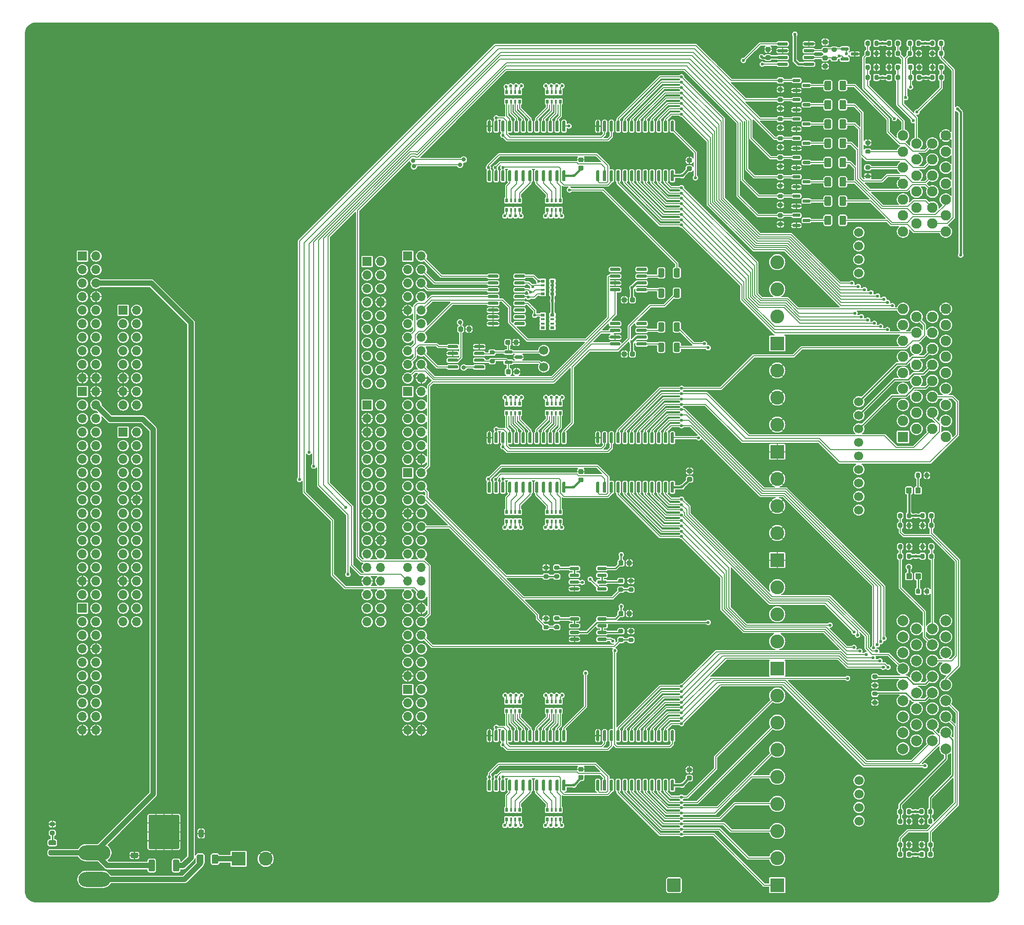
<source format=gtl>
G75*
G70*
%OFA0B0*%
%FSLAX25Y25*%
%IPPOS*%
%LPD*%
%AMOC8*
5,1,8,0,0,1.08239X$1,22.5*
%
%ADD10C,0.03150*%
%ADD11C,0.25197*%
%ADD12R,0.07677X0.07677*%
%ADD13C,0.07677*%
%ADD14R,0.06693X0.06693*%
%ADD15O,0.06693X0.06693*%
%ADD16R,0.10236X0.10236*%
%ADD17C,0.10236*%
%ADD18C,0.06693*%
%ADD19O,0.23622X0.11024*%
%ADD20R,0.01969X0.03150*%
%ADD21R,0.01575X0.03150*%
%ADD22R,0.03150X0.01969*%
%ADD23R,0.03150X0.01575*%
%ADD24C,0.07874*%
%ADD25C,0.02362*%
%ADD26C,0.00984*%
%ADD27C,0.01575*%
%ADD28C,0.03937*%
%ADD29C,0.00787*%
X0000000Y0000000D02*
%LPD*%
G01*
D10*
X0309449Y0013780D03*
X0312216Y0020461D03*
X0312216Y0007098D03*
X0318898Y0023228D03*
D11*
X0318898Y0013780D03*
D10*
X0318898Y0004331D03*
X0325579Y0020461D03*
X0325579Y0007098D03*
X0328346Y0013780D03*
G36*
G01*
X0653642Y0060925D02*
X0653642Y0058760D01*
G75*
G02*
X0652854Y0057972I-000787J0000000D01*
G01*
X0651280Y0057972D01*
G75*
G02*
X0650492Y0058760I0000000J0000787D01*
G01*
X0650492Y0060925D01*
G75*
G02*
X0651280Y0061713I0000787J0000000D01*
G01*
X0652854Y0061713D01*
G75*
G02*
X0653642Y0060925I0000000J-000787D01*
G01*
G37*
G36*
G01*
X0647146Y0060925D02*
X0647146Y0058760D01*
G75*
G02*
X0646358Y0057972I-000787J0000000D01*
G01*
X0644783Y0057972D01*
G75*
G02*
X0643996Y0058760I0000000J0000787D01*
G01*
X0643996Y0060925D01*
G75*
G02*
X0644783Y0061713I0000787J0000000D01*
G01*
X0646358Y0061713D01*
G75*
G02*
X0647146Y0060925I0000000J-000787D01*
G01*
G37*
G36*
G01*
X0589665Y0600689D02*
X0589665Y0605610D01*
G75*
G02*
X0590650Y0606594I0000984J0000000D01*
G01*
X0593602Y0606594D01*
G75*
G02*
X0594587Y0605610I0000000J-000984D01*
G01*
X0594587Y0600689D01*
G75*
G02*
X0593602Y0599705I-000984J0000000D01*
G01*
X0590650Y0599705D01*
G75*
G02*
X0589665Y0600689I0000000J0000984D01*
G01*
G37*
G36*
G01*
X0600689Y0600689D02*
X0600689Y0605610D01*
G75*
G02*
X0601673Y0606594I0000984J0000000D01*
G01*
X0604626Y0606594D01*
G75*
G02*
X0605610Y0605610I0000000J-000984D01*
G01*
X0605610Y0600689D01*
G75*
G02*
X0604626Y0599705I-000984J0000000D01*
G01*
X0601673Y0599705D01*
G75*
G02*
X0600689Y0600689I0000000J0000984D01*
G01*
G37*
D12*
X0647638Y0343701D03*
D13*
X0647638Y0355512D03*
X0647638Y0367323D03*
X0647638Y0379134D03*
X0647638Y0390945D03*
X0647638Y0402756D03*
X0647638Y0414567D03*
X0647638Y0426378D03*
X0647638Y0438189D03*
X0657480Y0349606D03*
X0657480Y0361417D03*
X0657480Y0373228D03*
X0657480Y0385039D03*
X0657480Y0396850D03*
X0657480Y0408661D03*
X0657480Y0420472D03*
X0657480Y0432283D03*
X0669291Y0349606D03*
X0669291Y0361417D03*
X0669291Y0373228D03*
X0669291Y0385039D03*
X0669291Y0396850D03*
X0669291Y0408661D03*
X0669291Y0420472D03*
X0669291Y0432283D03*
X0679134Y0343701D03*
X0679134Y0355512D03*
X0679134Y0367323D03*
X0679134Y0379134D03*
X0679134Y0390945D03*
X0679134Y0402756D03*
X0679134Y0414567D03*
X0679134Y0426378D03*
X0679134Y0438189D03*
X0647638Y0495276D03*
X0647638Y0507087D03*
X0647638Y0518898D03*
X0647638Y0530709D03*
X0647638Y0542520D03*
X0647638Y0554331D03*
X0647638Y0566142D03*
X0657480Y0501181D03*
X0657480Y0512992D03*
X0657480Y0524803D03*
X0657480Y0536614D03*
X0657480Y0548425D03*
X0657480Y0560236D03*
X0669291Y0501181D03*
X0669291Y0512992D03*
X0669291Y0524803D03*
X0669291Y0536614D03*
X0669291Y0548425D03*
X0669291Y0560236D03*
X0679134Y0495276D03*
X0679134Y0507087D03*
X0679134Y0518898D03*
X0679134Y0530709D03*
X0679134Y0542520D03*
X0679134Y0554331D03*
X0679134Y0566142D03*
G36*
G01*
X0677362Y0617618D02*
X0677362Y0615453D01*
G75*
G02*
X0676575Y0614665I-000787J0000000D01*
G01*
X0675000Y0614665D01*
G75*
G02*
X0674213Y0615453I0000000J0000787D01*
G01*
X0674213Y0617618D01*
G75*
G02*
X0675000Y0618406I0000787J0000000D01*
G01*
X0676575Y0618406D01*
G75*
G02*
X0677362Y0617618I0000000J-000787D01*
G01*
G37*
G36*
G01*
X0670866Y0617618D02*
X0670866Y0615453D01*
G75*
G02*
X0670079Y0614665I-000787J0000000D01*
G01*
X0668504Y0614665D01*
G75*
G02*
X0667717Y0615453I0000000J0000787D01*
G01*
X0667717Y0617618D01*
G75*
G02*
X0668504Y0618406I0000787J0000000D01*
G01*
X0670079Y0618406D01*
G75*
G02*
X0670866Y0617618I0000000J-000787D01*
G01*
G37*
D14*
X0252323Y0473165D03*
D15*
X0262323Y0473165D03*
X0252323Y0463165D03*
X0262323Y0463165D03*
X0252323Y0453165D03*
X0262323Y0453165D03*
X0252323Y0443165D03*
X0262323Y0443165D03*
X0252323Y0433165D03*
X0262323Y0433165D03*
X0252323Y0423165D03*
X0262323Y0423165D03*
X0252323Y0413165D03*
X0262323Y0413165D03*
X0252323Y0403165D03*
X0262323Y0403165D03*
X0252323Y0393165D03*
X0262323Y0393165D03*
X0252323Y0383165D03*
X0262323Y0383165D03*
G36*
G01*
X0131890Y0052657D02*
X0131890Y0048917D01*
G75*
G02*
X0130906Y0047933I-000984J0000000D01*
G01*
X0128937Y0047933D01*
G75*
G02*
X0127953Y0048917I0000000J0000984D01*
G01*
X0127953Y0052657D01*
G75*
G02*
X0128937Y0053642I0000984J0000000D01*
G01*
X0130906Y0053642D01*
G75*
G02*
X0131890Y0052657I0000000J-000984D01*
G01*
G37*
G36*
G01*
X0124409Y0052657D02*
X0124409Y0048917D01*
G75*
G02*
X0123425Y0047933I-000984J0000000D01*
G01*
X0121457Y0047933D01*
G75*
G02*
X0120472Y0048917I0000000J0000984D01*
G01*
X0120472Y0052657D01*
G75*
G02*
X0121457Y0053642I0000984J0000000D01*
G01*
X0123425Y0053642D01*
G75*
G02*
X0124409Y0052657I0000000J-000984D01*
G01*
G37*
G36*
G01*
X0627953Y0158563D02*
X0625787Y0158563D01*
G75*
G02*
X0625000Y0159350I0000000J0000787D01*
G01*
X0625000Y0160925D01*
G75*
G02*
X0625787Y0161713I0000787J0000000D01*
G01*
X0627953Y0161713D01*
G75*
G02*
X0628740Y0160925I0000000J-000787D01*
G01*
X0628740Y0159350D01*
G75*
G02*
X0627953Y0158563I-000787J0000000D01*
G01*
G37*
G36*
G01*
X0627953Y0165059D02*
X0625787Y0165059D01*
G75*
G02*
X0625000Y0165846I0000000J0000787D01*
G01*
X0625000Y0167421D01*
G75*
G02*
X0625787Y0168209I0000787J0000000D01*
G01*
X0627953Y0168209D01*
G75*
G02*
X0628740Y0167421I0000000J-000787D01*
G01*
X0628740Y0165846D01*
G75*
G02*
X0627953Y0165059I-000787J0000000D01*
G01*
G37*
D16*
X0554823Y0252677D03*
D17*
X0554823Y0272677D03*
X0554823Y0292677D03*
X0554823Y0312677D03*
G36*
G01*
X0354331Y0412421D02*
X0354331Y0414390D01*
G75*
G02*
X0355217Y0415276I0000886J0000000D01*
G01*
X0356988Y0415276D01*
G75*
G02*
X0357874Y0414390I0000000J-000886D01*
G01*
X0357874Y0412421D01*
G75*
G02*
X0356988Y0411535I-000886J0000000D01*
G01*
X0355217Y0411535D01*
G75*
G02*
X0354331Y0412421I0000000J0000886D01*
G01*
G37*
G36*
G01*
X0360433Y0412421D02*
X0360433Y0414390D01*
G75*
G02*
X0361319Y0415276I0000886J0000000D01*
G01*
X0363091Y0415276D01*
G75*
G02*
X0363976Y0414390I0000000J-000886D01*
G01*
X0363976Y0412421D01*
G75*
G02*
X0363091Y0411535I-000886J0000000D01*
G01*
X0361319Y0411535D01*
G75*
G02*
X0360433Y0412421I0000000J0000886D01*
G01*
G37*
G36*
G01*
X0566093Y0577840D02*
X0566093Y0579021D01*
G75*
G02*
X0566683Y0579612I0000591J0000000D01*
G01*
X0571309Y0579612D01*
G75*
G02*
X0571900Y0579021I0000000J-000591D01*
G01*
X0571900Y0577840D01*
G75*
G02*
X0571309Y0577250I-000591J0000000D01*
G01*
X0566683Y0577250D01*
G75*
G02*
X0566093Y0577840I0000000J0000591D01*
G01*
G37*
G36*
G01*
X0573474Y0574100D02*
X0573474Y0575281D01*
G75*
G02*
X0574065Y0575872I0000591J0000000D01*
G01*
X0578691Y0575872D01*
G75*
G02*
X0579281Y0575281I0000000J-000591D01*
G01*
X0579281Y0574100D01*
G75*
G02*
X0578691Y0573510I-000591J0000000D01*
G01*
X0574065Y0573510D01*
G75*
G02*
X0573474Y0574100I0000000J0000591D01*
G01*
G37*
G36*
G01*
X0566093Y0570360D02*
X0566093Y0571541D01*
G75*
G02*
X0566683Y0572132I0000591J0000000D01*
G01*
X0571309Y0572132D01*
G75*
G02*
X0571900Y0571541I0000000J-000591D01*
G01*
X0571900Y0570360D01*
G75*
G02*
X0571309Y0569769I-000591J0000000D01*
G01*
X0566683Y0569769D01*
G75*
G02*
X0566093Y0570360I0000000J0000591D01*
G01*
G37*
D18*
X0382677Y0395276D03*
G36*
G01*
X0018282Y0045915D02*
X0021875Y0045915D01*
G75*
G02*
X0022835Y0044956I0000000J-000960D01*
G01*
X0022835Y0043036D01*
G75*
G02*
X0021875Y0042077I-000960J0000000D01*
G01*
X0018282Y0042077D01*
G75*
G02*
X0017323Y0043036I0000000J0000960D01*
G01*
X0017323Y0044956D01*
G75*
G02*
X0018282Y0045915I0000960J0000000D01*
G01*
G37*
G36*
G01*
X0018282Y0038533D02*
X0021875Y0038533D01*
G75*
G02*
X0022835Y0037574I0000000J-000960D01*
G01*
X0022835Y0035655D01*
G75*
G02*
X0021875Y0034695I-000960J0000000D01*
G01*
X0018282Y0034695D01*
G75*
G02*
X0017323Y0035655I0000000J0000960D01*
G01*
X0017323Y0037574D01*
G75*
G02*
X0018282Y0038533I0000960J0000000D01*
G01*
G37*
G36*
G01*
X0653642Y0036516D02*
X0653642Y0034350D01*
G75*
G02*
X0652854Y0033563I-000787J0000000D01*
G01*
X0651280Y0033563D01*
G75*
G02*
X0650492Y0034350I0000000J0000787D01*
G01*
X0650492Y0036516D01*
G75*
G02*
X0651280Y0037303I0000787J0000000D01*
G01*
X0652854Y0037303D01*
G75*
G02*
X0653642Y0036516I0000000J-000787D01*
G01*
G37*
G36*
G01*
X0647146Y0036516D02*
X0647146Y0034350D01*
G75*
G02*
X0646358Y0033563I-000787J0000000D01*
G01*
X0644783Y0033563D01*
G75*
G02*
X0643996Y0034350I0000000J0000787D01*
G01*
X0643996Y0036516D01*
G75*
G02*
X0644783Y0037303I0000787J0000000D01*
G01*
X0646358Y0037303D01*
G75*
G02*
X0647146Y0036516I0000000J-000787D01*
G01*
G37*
G36*
G01*
X0635728Y0633169D02*
X0635728Y0635335D01*
G75*
G02*
X0636516Y0636122I0000787J0000000D01*
G01*
X0638091Y0636122D01*
G75*
G02*
X0638878Y0635335I0000000J-000787D01*
G01*
X0638878Y0633169D01*
G75*
G02*
X0638091Y0632382I-000787J0000000D01*
G01*
X0636516Y0632382D01*
G75*
G02*
X0635728Y0633169I0000000J0000787D01*
G01*
G37*
G36*
G01*
X0642224Y0633169D02*
X0642224Y0635335D01*
G75*
G02*
X0643012Y0636122I0000787J0000000D01*
G01*
X0644587Y0636122D01*
G75*
G02*
X0645374Y0635335I0000000J-000787D01*
G01*
X0645374Y0633169D01*
G75*
G02*
X0644587Y0632382I-000787J0000000D01*
G01*
X0643012Y0632382D01*
G75*
G02*
X0642224Y0633169I0000000J0000787D01*
G01*
G37*
D19*
X0051181Y0016929D03*
X0051181Y0036614D03*
G36*
G01*
X0589665Y0543771D02*
X0589665Y0548692D01*
G75*
G02*
X0590650Y0549677I0000984J0000000D01*
G01*
X0593602Y0549677D01*
G75*
G02*
X0594587Y0548692I0000000J-000984D01*
G01*
X0594587Y0543771D01*
G75*
G02*
X0593602Y0542787I-000984J0000000D01*
G01*
X0590650Y0542787D01*
G75*
G02*
X0589665Y0543771I0000000J0000984D01*
G01*
G37*
G36*
G01*
X0600689Y0543771D02*
X0600689Y0548692D01*
G75*
G02*
X0601673Y0549677I0000984J0000000D01*
G01*
X0604626Y0549677D01*
G75*
G02*
X0605610Y0548692I0000000J-000984D01*
G01*
X0605610Y0543771D01*
G75*
G02*
X0604626Y0542787I-000984J0000000D01*
G01*
X0601673Y0542787D01*
G75*
G02*
X0600689Y0543771I0000000J0000984D01*
G01*
G37*
G36*
G01*
X0547047Y0631594D02*
X0549016Y0631594D01*
G75*
G02*
X0549902Y0630709I0000000J-000886D01*
G01*
X0549902Y0628937D01*
G75*
G02*
X0549016Y0628051I-000886J0000000D01*
G01*
X0547047Y0628051D01*
G75*
G02*
X0546161Y0628937I0000000J0000886D01*
G01*
X0546161Y0630709D01*
G75*
G02*
X0547047Y0631594I0000886J0000000D01*
G01*
G37*
G36*
G01*
X0547047Y0625492D02*
X0549016Y0625492D01*
G75*
G02*
X0549902Y0624606I0000000J-000886D01*
G01*
X0549902Y0622835D01*
G75*
G02*
X0549016Y0621949I-000886J0000000D01*
G01*
X0547047Y0621949D01*
G75*
G02*
X0546161Y0622835I0000000J0000886D01*
G01*
X0546161Y0624606D01*
G75*
G02*
X0547047Y0625492I0000886J0000000D01*
G01*
G37*
D16*
X0157500Y0032146D03*
D17*
X0177500Y0032146D03*
G36*
G01*
X0482972Y0467264D02*
X0482972Y0462343D01*
G75*
G02*
X0481988Y0461358I-000984J0000000D01*
G01*
X0479528Y0461358D01*
G75*
G02*
X0478543Y0462343I0000000J0000984D01*
G01*
X0478543Y0467264D01*
G75*
G02*
X0479528Y0468248I0000984J0000000D01*
G01*
X0481988Y0468248D01*
G75*
G02*
X0482972Y0467264I0000000J-000984D01*
G01*
G37*
G36*
G01*
X0471457Y0467264D02*
X0471457Y0462343D01*
G75*
G02*
X0470472Y0461358I-000984J0000000D01*
G01*
X0468012Y0461358D01*
G75*
G02*
X0467028Y0462343I0000000J0000984D01*
G01*
X0467028Y0467264D01*
G75*
G02*
X0468012Y0468248I0000984J0000000D01*
G01*
X0470472Y0468248D01*
G75*
G02*
X0471457Y0467264I0000000J-000984D01*
G01*
G37*
D20*
X0355276Y0061260D03*
D21*
X0358425Y0061260D03*
X0361575Y0061260D03*
D20*
X0364724Y0061260D03*
X0364724Y0068346D03*
D21*
X0361575Y0068346D03*
X0358425Y0068346D03*
D20*
X0355276Y0068346D03*
G36*
G01*
X0449823Y0445787D02*
X0449823Y0443819D01*
G75*
G02*
X0448937Y0442933I-000886J0000000D01*
G01*
X0447165Y0442933D01*
G75*
G02*
X0446280Y0443819I0000000J0000886D01*
G01*
X0446280Y0445787D01*
G75*
G02*
X0447165Y0446673I0000886J0000000D01*
G01*
X0448937Y0446673D01*
G75*
G02*
X0449823Y0445787I0000000J-000886D01*
G01*
G37*
G36*
G01*
X0443720Y0445787D02*
X0443720Y0443819D01*
G75*
G02*
X0442835Y0442933I-000886J0000000D01*
G01*
X0441063Y0442933D01*
G75*
G02*
X0440177Y0443819I0000000J0000886D01*
G01*
X0440177Y0445787D01*
G75*
G02*
X0441063Y0446673I0000886J0000000D01*
G01*
X0442835Y0446673D01*
G75*
G02*
X0443720Y0445787I0000000J-000886D01*
G01*
G37*
X0364724Y0148346D03*
D21*
X0361575Y0148346D03*
X0358425Y0148346D03*
D20*
X0355276Y0148346D03*
X0355276Y0141260D03*
D21*
X0358425Y0141260D03*
X0361575Y0141260D03*
D20*
X0364724Y0141260D03*
D18*
X0615000Y0494646D03*
X0382677Y0407480D03*
G36*
G01*
X0329232Y0424213D02*
X0329232Y0422244D01*
G75*
G02*
X0328346Y0421358I-000886J0000000D01*
G01*
X0326575Y0421358D01*
G75*
G02*
X0325689Y0422244I0000000J0000886D01*
G01*
X0325689Y0424213D01*
G75*
G02*
X0326575Y0425098I0000886J0000000D01*
G01*
X0328346Y0425098D01*
G75*
G02*
X0329232Y0424213I0000000J-000886D01*
G01*
G37*
G36*
G01*
X0323130Y0424213D02*
X0323130Y0422244D01*
G75*
G02*
X0322244Y0421358I-000886J0000000D01*
G01*
X0320472Y0421358D01*
G75*
G02*
X0319587Y0422244I0000000J0000886D01*
G01*
X0319587Y0424213D01*
G75*
G02*
X0320472Y0425098I0000886J0000000D01*
G01*
X0322244Y0425098D01*
G75*
G02*
X0323130Y0424213I0000000J-000886D01*
G01*
G37*
X0615000Y0359646D03*
G36*
G01*
X0482972Y0412264D02*
X0482972Y0407343D01*
G75*
G02*
X0481988Y0406358I-000984J0000000D01*
G01*
X0479528Y0406358D01*
G75*
G02*
X0478543Y0407343I0000000J0000984D01*
G01*
X0478543Y0412264D01*
G75*
G02*
X0479528Y0413248I0000984J0000000D01*
G01*
X0481988Y0413248D01*
G75*
G02*
X0482972Y0412264I0000000J-000984D01*
G01*
G37*
G36*
G01*
X0471457Y0412264D02*
X0471457Y0407343D01*
G75*
G02*
X0470472Y0406358I-000984J0000000D01*
G01*
X0468012Y0406358D01*
G75*
G02*
X0467028Y0407343I0000000J0000984D01*
G01*
X0467028Y0412264D01*
G75*
G02*
X0468012Y0413248I0000984J0000000D01*
G01*
X0470472Y0413248D01*
G75*
G02*
X0471457Y0412264I0000000J-000984D01*
G01*
G37*
G36*
G01*
X0311713Y0409685D02*
X0311713Y0410866D01*
G75*
G02*
X0312303Y0411457I0000591J0000000D01*
G01*
X0318799Y0411457D01*
G75*
G02*
X0319390Y0410866I0000000J-000591D01*
G01*
X0319390Y0409685D01*
G75*
G02*
X0318799Y0409094I-000591J0000000D01*
G01*
X0312303Y0409094D01*
G75*
G02*
X0311713Y0409685I0000000J0000591D01*
G01*
G37*
G36*
G01*
X0311713Y0404685D02*
X0311713Y0405866D01*
G75*
G02*
X0312303Y0406457I0000591J0000000D01*
G01*
X0318799Y0406457D01*
G75*
G02*
X0319390Y0405866I0000000J-000591D01*
G01*
X0319390Y0404685D01*
G75*
G02*
X0318799Y0404094I-000591J0000000D01*
G01*
X0312303Y0404094D01*
G75*
G02*
X0311713Y0404685I0000000J0000591D01*
G01*
G37*
G36*
G01*
X0311713Y0399685D02*
X0311713Y0400866D01*
G75*
G02*
X0312303Y0401457I0000591J0000000D01*
G01*
X0318799Y0401457D01*
G75*
G02*
X0319390Y0400866I0000000J-000591D01*
G01*
X0319390Y0399685D01*
G75*
G02*
X0318799Y0399094I-000591J0000000D01*
G01*
X0312303Y0399094D01*
G75*
G02*
X0311713Y0399685I0000000J0000591D01*
G01*
G37*
G36*
G01*
X0311713Y0394685D02*
X0311713Y0395866D01*
G75*
G02*
X0312303Y0396457I0000591J0000000D01*
G01*
X0318799Y0396457D01*
G75*
G02*
X0319390Y0395866I0000000J-000591D01*
G01*
X0319390Y0394685D01*
G75*
G02*
X0318799Y0394094I-000591J0000000D01*
G01*
X0312303Y0394094D01*
G75*
G02*
X0311713Y0394685I0000000J0000591D01*
G01*
G37*
G36*
G01*
X0331201Y0394685D02*
X0331201Y0395866D01*
G75*
G02*
X0331791Y0396457I0000591J0000000D01*
G01*
X0338287Y0396457D01*
G75*
G02*
X0338878Y0395866I0000000J-000591D01*
G01*
X0338878Y0394685D01*
G75*
G02*
X0338287Y0394094I-000591J0000000D01*
G01*
X0331791Y0394094D01*
G75*
G02*
X0331201Y0394685I0000000J0000591D01*
G01*
G37*
G36*
G01*
X0331201Y0399685D02*
X0331201Y0400866D01*
G75*
G02*
X0331791Y0401457I0000591J0000000D01*
G01*
X0338287Y0401457D01*
G75*
G02*
X0338878Y0400866I0000000J-000591D01*
G01*
X0338878Y0399685D01*
G75*
G02*
X0338287Y0399094I-000591J0000000D01*
G01*
X0331791Y0399094D01*
G75*
G02*
X0331201Y0399685I0000000J0000591D01*
G01*
G37*
G36*
G01*
X0331201Y0404685D02*
X0331201Y0405866D01*
G75*
G02*
X0331791Y0406457I0000591J0000000D01*
G01*
X0338287Y0406457D01*
G75*
G02*
X0338878Y0405866I0000000J-000591D01*
G01*
X0338878Y0404685D01*
G75*
G02*
X0338287Y0404094I-000591J0000000D01*
G01*
X0331791Y0404094D01*
G75*
G02*
X0331201Y0404685I0000000J0000591D01*
G01*
G37*
G36*
G01*
X0331201Y0409685D02*
X0331201Y0410866D01*
G75*
G02*
X0331791Y0411457I0000591J0000000D01*
G01*
X0338287Y0411457D01*
G75*
G02*
X0338878Y0410866I0000000J-000591D01*
G01*
X0338878Y0409685D01*
G75*
G02*
X0338287Y0409094I-000591J0000000D01*
G01*
X0331791Y0409094D01*
G75*
G02*
X0331201Y0409685I0000000J0000591D01*
G01*
G37*
G36*
G01*
X0670079Y0279429D02*
X0670079Y0277264D01*
G75*
G02*
X0669291Y0276476I-000787J0000000D01*
G01*
X0667717Y0276476D01*
G75*
G02*
X0666929Y0277264I0000000J0000787D01*
G01*
X0666929Y0279429D01*
G75*
G02*
X0667717Y0280217I0000787J0000000D01*
G01*
X0669291Y0280217D01*
G75*
G02*
X0670079Y0279429I0000000J-000787D01*
G01*
G37*
G36*
G01*
X0663583Y0279429D02*
X0663583Y0277264D01*
G75*
G02*
X0662795Y0276476I-000787J0000000D01*
G01*
X0661220Y0276476D01*
G75*
G02*
X0660433Y0277264I0000000J0000787D01*
G01*
X0660433Y0279429D01*
G75*
G02*
X0661220Y0280217I0000787J0000000D01*
G01*
X0662795Y0280217D01*
G75*
G02*
X0663583Y0279429I0000000J-000787D01*
G01*
G37*
D14*
X0072323Y0347165D03*
D15*
X0082323Y0347165D03*
X0072323Y0337165D03*
X0082323Y0337165D03*
X0072323Y0327165D03*
X0082323Y0327165D03*
X0072323Y0317165D03*
X0082323Y0317165D03*
X0072323Y0307165D03*
X0082323Y0307165D03*
X0072323Y0297165D03*
X0082323Y0297165D03*
X0072323Y0287165D03*
X0082323Y0287165D03*
X0072323Y0277165D03*
X0082323Y0277165D03*
X0072323Y0267165D03*
X0082323Y0267165D03*
X0072323Y0257165D03*
X0082323Y0257165D03*
X0072323Y0247165D03*
X0082323Y0247165D03*
X0072323Y0237165D03*
X0082323Y0237165D03*
X0072323Y0227165D03*
X0082323Y0227165D03*
X0072323Y0217165D03*
X0082323Y0217165D03*
X0072323Y0207165D03*
X0082323Y0207165D03*
D18*
X0615000Y0319646D03*
G36*
G01*
X0401772Y0245886D02*
X0401772Y0247067D01*
G75*
G02*
X0402362Y0247657I0000591J0000000D01*
G01*
X0408071Y0247657D01*
G75*
G02*
X0408661Y0247067I0000000J-000591D01*
G01*
X0408661Y0245886D01*
G75*
G02*
X0408071Y0245295I-000591J0000000D01*
G01*
X0402362Y0245295D01*
G75*
G02*
X0401772Y0245886I0000000J0000591D01*
G01*
G37*
G36*
G01*
X0401772Y0240886D02*
X0401772Y0242067D01*
G75*
G02*
X0402362Y0242657I0000591J0000000D01*
G01*
X0408071Y0242657D01*
G75*
G02*
X0408661Y0242067I0000000J-000591D01*
G01*
X0408661Y0240886D01*
G75*
G02*
X0408071Y0240295I-000591J0000000D01*
G01*
X0402362Y0240295D01*
G75*
G02*
X0401772Y0240886I0000000J0000591D01*
G01*
G37*
G36*
G01*
X0401772Y0235886D02*
X0401772Y0237067D01*
G75*
G02*
X0402362Y0237657I0000591J0000000D01*
G01*
X0408071Y0237657D01*
G75*
G02*
X0408661Y0237067I0000000J-000591D01*
G01*
X0408661Y0235886D01*
G75*
G02*
X0408071Y0235295I-000591J0000000D01*
G01*
X0402362Y0235295D01*
G75*
G02*
X0401772Y0235886I0000000J0000591D01*
G01*
G37*
G36*
G01*
X0401772Y0230886D02*
X0401772Y0232067D01*
G75*
G02*
X0402362Y0232657I0000591J0000000D01*
G01*
X0408071Y0232657D01*
G75*
G02*
X0408661Y0232067I0000000J-000591D01*
G01*
X0408661Y0230886D01*
G75*
G02*
X0408071Y0230295I-000591J0000000D01*
G01*
X0402362Y0230295D01*
G75*
G02*
X0401772Y0230886I0000000J0000591D01*
G01*
G37*
G36*
G01*
X0422047Y0230886D02*
X0422047Y0232067D01*
G75*
G02*
X0422638Y0232657I0000591J0000000D01*
G01*
X0428346Y0232657D01*
G75*
G02*
X0428937Y0232067I0000000J-000591D01*
G01*
X0428937Y0230886D01*
G75*
G02*
X0428346Y0230295I-000591J0000000D01*
G01*
X0422638Y0230295D01*
G75*
G02*
X0422047Y0230886I0000000J0000591D01*
G01*
G37*
G36*
G01*
X0422047Y0235886D02*
X0422047Y0237067D01*
G75*
G02*
X0422638Y0237657I0000591J0000000D01*
G01*
X0428346Y0237657D01*
G75*
G02*
X0428937Y0237067I0000000J-000591D01*
G01*
X0428937Y0235886D01*
G75*
G02*
X0428346Y0235295I-000591J0000000D01*
G01*
X0422638Y0235295D01*
G75*
G02*
X0422047Y0235886I0000000J0000591D01*
G01*
G37*
G36*
G01*
X0422047Y0240886D02*
X0422047Y0242067D01*
G75*
G02*
X0422638Y0242657I0000591J0000000D01*
G01*
X0428346Y0242657D01*
G75*
G02*
X0428937Y0242067I0000000J-000591D01*
G01*
X0428937Y0240886D01*
G75*
G02*
X0428346Y0240295I-000591J0000000D01*
G01*
X0422638Y0240295D01*
G75*
G02*
X0422047Y0240886I0000000J0000591D01*
G01*
G37*
G36*
G01*
X0422047Y0245886D02*
X0422047Y0247067D01*
G75*
G02*
X0422638Y0247657I0000591J0000000D01*
G01*
X0428346Y0247657D01*
G75*
G02*
X0428937Y0247067I0000000J-000591D01*
G01*
X0428937Y0245886D01*
G75*
G02*
X0428346Y0245295I-000591J0000000D01*
G01*
X0422638Y0245295D01*
G75*
G02*
X0422047Y0245886I0000000J0000591D01*
G01*
G37*
G36*
G01*
X0601673Y0629528D02*
X0601673Y0630709D01*
G75*
G02*
X0602264Y0631299I0000591J0000000D01*
G01*
X0606890Y0631299D01*
G75*
G02*
X0607480Y0630709I0000000J-000591D01*
G01*
X0607480Y0629528D01*
G75*
G02*
X0606890Y0628937I-000591J0000000D01*
G01*
X0602264Y0628937D01*
G75*
G02*
X0601673Y0629528I0000000J0000591D01*
G01*
G37*
G36*
G01*
X0601673Y0622047D02*
X0601673Y0623228D01*
G75*
G02*
X0602264Y0623819I0000591J0000000D01*
G01*
X0606890Y0623819D01*
G75*
G02*
X0607480Y0623228I0000000J-000591D01*
G01*
X0607480Y0622047D01*
G75*
G02*
X0606890Y0621457I-000591J0000000D01*
G01*
X0602264Y0621457D01*
G75*
G02*
X0601673Y0622047I0000000J0000591D01*
G01*
G37*
G36*
G01*
X0609055Y0625787D02*
X0609055Y0626969D01*
G75*
G02*
X0609646Y0627559I0000591J0000000D01*
G01*
X0614272Y0627559D01*
G75*
G02*
X0614862Y0626969I0000000J-000591D01*
G01*
X0614862Y0625787D01*
G75*
G02*
X0614272Y0625197I-000591J0000000D01*
G01*
X0609646Y0625197D01*
G75*
G02*
X0609055Y0625787I0000000J0000591D01*
G01*
G37*
X0615000Y0299646D03*
D14*
X0282323Y0317087D03*
D15*
X0292323Y0317087D03*
X0282323Y0307087D03*
X0292323Y0307087D03*
X0282323Y0297087D03*
X0292323Y0297087D03*
X0282323Y0287087D03*
X0292323Y0287087D03*
X0282323Y0277087D03*
X0292323Y0277087D03*
X0282323Y0267087D03*
X0292323Y0267087D03*
X0282323Y0257087D03*
X0292323Y0257087D03*
X0282323Y0247087D03*
X0292323Y0247087D03*
X0282323Y0237087D03*
X0292323Y0237087D03*
X0282323Y0227087D03*
X0292323Y0227087D03*
X0282323Y0217087D03*
X0292323Y0217087D03*
X0282323Y0207087D03*
X0292323Y0207087D03*
X0282323Y0197087D03*
X0292323Y0197087D03*
X0282323Y0187087D03*
X0292323Y0187087D03*
X0282323Y0177087D03*
X0292323Y0177087D03*
X0282323Y0167087D03*
X0292323Y0167087D03*
G36*
G01*
X0401850Y0208642D02*
X0401850Y0209823D01*
G75*
G02*
X0402441Y0210413I0000591J0000000D01*
G01*
X0408150Y0210413D01*
G75*
G02*
X0408740Y0209823I0000000J-000591D01*
G01*
X0408740Y0208642D01*
G75*
G02*
X0408150Y0208051I-000591J0000000D01*
G01*
X0402441Y0208051D01*
G75*
G02*
X0401850Y0208642I0000000J0000591D01*
G01*
G37*
G36*
G01*
X0401850Y0203642D02*
X0401850Y0204823D01*
G75*
G02*
X0402441Y0205413I0000591J0000000D01*
G01*
X0408150Y0205413D01*
G75*
G02*
X0408740Y0204823I0000000J-000591D01*
G01*
X0408740Y0203642D01*
G75*
G02*
X0408150Y0203051I-000591J0000000D01*
G01*
X0402441Y0203051D01*
G75*
G02*
X0401850Y0203642I0000000J0000591D01*
G01*
G37*
G36*
G01*
X0401850Y0198642D02*
X0401850Y0199823D01*
G75*
G02*
X0402441Y0200413I0000591J0000000D01*
G01*
X0408150Y0200413D01*
G75*
G02*
X0408740Y0199823I0000000J-000591D01*
G01*
X0408740Y0198642D01*
G75*
G02*
X0408150Y0198051I-000591J0000000D01*
G01*
X0402441Y0198051D01*
G75*
G02*
X0401850Y0198642I0000000J0000591D01*
G01*
G37*
G36*
G01*
X0401850Y0193642D02*
X0401850Y0194823D01*
G75*
G02*
X0402441Y0195413I0000591J0000000D01*
G01*
X0408150Y0195413D01*
G75*
G02*
X0408740Y0194823I0000000J-000591D01*
G01*
X0408740Y0193642D01*
G75*
G02*
X0408150Y0193051I-000591J0000000D01*
G01*
X0402441Y0193051D01*
G75*
G02*
X0401850Y0193642I0000000J0000591D01*
G01*
G37*
G36*
G01*
X0422126Y0193642D02*
X0422126Y0194823D01*
G75*
G02*
X0422717Y0195413I0000591J0000000D01*
G01*
X0428425Y0195413D01*
G75*
G02*
X0429016Y0194823I0000000J-000591D01*
G01*
X0429016Y0193642D01*
G75*
G02*
X0428425Y0193051I-000591J0000000D01*
G01*
X0422717Y0193051D01*
G75*
G02*
X0422126Y0193642I0000000J0000591D01*
G01*
G37*
G36*
G01*
X0422126Y0198642D02*
X0422126Y0199823D01*
G75*
G02*
X0422717Y0200413I0000591J0000000D01*
G01*
X0428425Y0200413D01*
G75*
G02*
X0429016Y0199823I0000000J-000591D01*
G01*
X0429016Y0198642D01*
G75*
G02*
X0428425Y0198051I-000591J0000000D01*
G01*
X0422717Y0198051D01*
G75*
G02*
X0422126Y0198642I0000000J0000591D01*
G01*
G37*
G36*
G01*
X0422126Y0203642D02*
X0422126Y0204823D01*
G75*
G02*
X0422717Y0205413I0000591J0000000D01*
G01*
X0428425Y0205413D01*
G75*
G02*
X0429016Y0204823I0000000J-000591D01*
G01*
X0429016Y0203642D01*
G75*
G02*
X0428425Y0203051I-000591J0000000D01*
G01*
X0422717Y0203051D01*
G75*
G02*
X0422126Y0203642I0000000J0000591D01*
G01*
G37*
G36*
G01*
X0422126Y0208642D02*
X0422126Y0209823D01*
G75*
G02*
X0422717Y0210413I0000591J0000000D01*
G01*
X0428425Y0210413D01*
G75*
G02*
X0429016Y0209823I0000000J-000591D01*
G01*
X0429016Y0208642D01*
G75*
G02*
X0428425Y0208051I-000591J0000000D01*
G01*
X0422717Y0208051D01*
G75*
G02*
X0422126Y0208642I0000000J0000591D01*
G01*
G37*
G36*
G01*
X0126673Y0029429D02*
X0126673Y0034350D01*
G75*
G02*
X0127657Y0035335I0000984J0000000D01*
G01*
X0130610Y0035335D01*
G75*
G02*
X0131594Y0034350I0000000J-000984D01*
G01*
X0131594Y0029429D01*
G75*
G02*
X0130610Y0028445I-000984J0000000D01*
G01*
X0127657Y0028445D01*
G75*
G02*
X0126673Y0029429I0000000J0000984D01*
G01*
G37*
G36*
G01*
X0137697Y0029429D02*
X0137697Y0034350D01*
G75*
G02*
X0138681Y0035335I0000984J0000000D01*
G01*
X0141634Y0035335D01*
G75*
G02*
X0142618Y0034350I0000000J-000984D01*
G01*
X0142618Y0029429D01*
G75*
G02*
X0141634Y0028445I-000984J0000000D01*
G01*
X0138681Y0028445D01*
G75*
G02*
X0137697Y0029429I0000000J0000984D01*
G01*
G37*
G36*
G01*
X0383248Y0248681D02*
X0385413Y0248681D01*
G75*
G02*
X0386201Y0247894I0000000J-000787D01*
G01*
X0386201Y0246319D01*
G75*
G02*
X0385413Y0245531I-000787J0000000D01*
G01*
X0383248Y0245531D01*
G75*
G02*
X0382461Y0246319I0000000J0000787D01*
G01*
X0382461Y0247894D01*
G75*
G02*
X0383248Y0248681I0000787J0000000D01*
G01*
G37*
G36*
G01*
X0383248Y0242185D02*
X0385413Y0242185D01*
G75*
G02*
X0386201Y0241398I0000000J-000787D01*
G01*
X0386201Y0239823D01*
G75*
G02*
X0385413Y0239035I-000787J0000000D01*
G01*
X0383248Y0239035D01*
G75*
G02*
X0382461Y0239823I0000000J0000787D01*
G01*
X0382461Y0241398D01*
G75*
G02*
X0383248Y0242185I0000787J0000000D01*
G01*
G37*
G36*
G01*
X0619980Y0625689D02*
X0619980Y0627854D01*
G75*
G02*
X0620768Y0628642I0000787J0000000D01*
G01*
X0622343Y0628642D01*
G75*
G02*
X0623130Y0627854I0000000J-000787D01*
G01*
X0623130Y0625689D01*
G75*
G02*
X0622343Y0624902I-000787J0000000D01*
G01*
X0620768Y0624902D01*
G75*
G02*
X0619980Y0625689I0000000J0000787D01*
G01*
G37*
G36*
G01*
X0626476Y0625689D02*
X0626476Y0627854D01*
G75*
G02*
X0627264Y0628642I0000787J0000000D01*
G01*
X0628839Y0628642D01*
G75*
G02*
X0629626Y0627854I0000000J-000787D01*
G01*
X0629626Y0625689D01*
G75*
G02*
X0628839Y0624902I-000787J0000000D01*
G01*
X0627264Y0624902D01*
G75*
G02*
X0626476Y0625689I0000000J0000787D01*
G01*
G37*
G36*
G01*
X0660433Y0254429D02*
X0660433Y0256594D01*
G75*
G02*
X0661220Y0257382I0000787J0000000D01*
G01*
X0662795Y0257382D01*
G75*
G02*
X0663583Y0256594I0000000J-000787D01*
G01*
X0663583Y0254429D01*
G75*
G02*
X0662795Y0253642I-000787J0000000D01*
G01*
X0661220Y0253642D01*
G75*
G02*
X0660433Y0254429I0000000J0000787D01*
G01*
G37*
G36*
G01*
X0666929Y0254429D02*
X0666929Y0256594D01*
G75*
G02*
X0667717Y0257382I0000787J0000000D01*
G01*
X0669291Y0257382D01*
G75*
G02*
X0670079Y0256594I0000000J-000787D01*
G01*
X0670079Y0254429D01*
G75*
G02*
X0669291Y0253642I-000787J0000000D01*
G01*
X0667717Y0253642D01*
G75*
G02*
X0666929Y0254429I0000000J0000787D01*
G01*
G37*
G36*
G01*
X0566093Y0563611D02*
X0566093Y0564792D01*
G75*
G02*
X0566683Y0565382I0000591J0000000D01*
G01*
X0571309Y0565382D01*
G75*
G02*
X0571900Y0564792I0000000J-000591D01*
G01*
X0571900Y0563611D01*
G75*
G02*
X0571309Y0563020I-000591J0000000D01*
G01*
X0566683Y0563020D01*
G75*
G02*
X0566093Y0563611I0000000J0000591D01*
G01*
G37*
G36*
G01*
X0573474Y0559871D02*
X0573474Y0561052D01*
G75*
G02*
X0574065Y0561642I0000591J0000000D01*
G01*
X0578691Y0561642D01*
G75*
G02*
X0579281Y0561052I0000000J-000591D01*
G01*
X0579281Y0559871D01*
G75*
G02*
X0578691Y0559280I-000591J0000000D01*
G01*
X0574065Y0559280D01*
G75*
G02*
X0573474Y0559871I0000000J0000591D01*
G01*
G37*
G36*
G01*
X0566093Y0556130D02*
X0566093Y0557312D01*
G75*
G02*
X0566683Y0557902I0000591J0000000D01*
G01*
X0571309Y0557902D01*
G75*
G02*
X0571900Y0557312I0000000J-000591D01*
G01*
X0571900Y0556130D01*
G75*
G02*
X0571309Y0555540I-000591J0000000D01*
G01*
X0566683Y0555540D01*
G75*
G02*
X0566093Y0556130I0000000J0000591D01*
G01*
G37*
D10*
X0311417Y0324803D03*
X0314185Y0331484D03*
X0314185Y0318122D03*
X0320866Y0334252D03*
D11*
X0320866Y0324803D03*
D10*
X0320866Y0315354D03*
X0327547Y0331484D03*
X0327547Y0318122D03*
X0330315Y0324803D03*
D14*
X0072323Y0437165D03*
D15*
X0082323Y0437165D03*
X0072323Y0427165D03*
X0082323Y0427165D03*
X0072323Y0417165D03*
X0082323Y0417165D03*
X0072323Y0407165D03*
X0082323Y0407165D03*
X0072323Y0397165D03*
X0082323Y0397165D03*
X0072323Y0387165D03*
X0082323Y0387165D03*
X0072323Y0377165D03*
X0082323Y0377165D03*
X0072323Y0367165D03*
X0082323Y0367165D03*
G36*
G01*
X0659646Y0065945D02*
X0659646Y0068110D01*
G75*
G02*
X0660433Y0068898I0000787J0000000D01*
G01*
X0662008Y0068898D01*
G75*
G02*
X0662795Y0068110I0000000J-000787D01*
G01*
X0662795Y0065945D01*
G75*
G02*
X0662008Y0065157I-000787J0000000D01*
G01*
X0660433Y0065157D01*
G75*
G02*
X0659646Y0065945I0000000J0000787D01*
G01*
G37*
G36*
G01*
X0666142Y0065945D02*
X0666142Y0068110D01*
G75*
G02*
X0666929Y0068898I0000787J0000000D01*
G01*
X0668504Y0068898D01*
G75*
G02*
X0669291Y0068110I0000000J-000787D01*
G01*
X0669291Y0065945D01*
G75*
G02*
X0668504Y0065157I-000787J0000000D01*
G01*
X0666929Y0065157D01*
G75*
G02*
X0666142Y0065945I0000000J0000787D01*
G01*
G37*
G36*
G01*
X0558169Y0541803D02*
X0556004Y0541803D01*
G75*
G02*
X0555217Y0542590I0000000J0000787D01*
G01*
X0555217Y0544165D01*
G75*
G02*
X0556004Y0544952I0000787J0000000D01*
G01*
X0558169Y0544952D01*
G75*
G02*
X0558957Y0544165I0000000J-000787D01*
G01*
X0558957Y0542590D01*
G75*
G02*
X0558169Y0541803I-000787J0000000D01*
G01*
G37*
G36*
G01*
X0558169Y0548299D02*
X0556004Y0548299D01*
G75*
G02*
X0555217Y0549086I0000000J0000787D01*
G01*
X0555217Y0550661D01*
G75*
G02*
X0556004Y0551448I0000787J0000000D01*
G01*
X0558169Y0551448D01*
G75*
G02*
X0558957Y0550661I0000000J-000787D01*
G01*
X0558957Y0549086D01*
G75*
G02*
X0558169Y0548299I-000787J0000000D01*
G01*
G37*
D16*
X0554823Y0332677D03*
D17*
X0554823Y0352677D03*
X0554823Y0372677D03*
X0554823Y0392677D03*
G36*
G01*
X0449823Y0405787D02*
X0449823Y0403819D01*
G75*
G02*
X0448937Y0402933I-000886J0000000D01*
G01*
X0447165Y0402933D01*
G75*
G02*
X0446280Y0403819I0000000J0000886D01*
G01*
X0446280Y0405787D01*
G75*
G02*
X0447165Y0406673I0000886J0000000D01*
G01*
X0448937Y0406673D01*
G75*
G02*
X0449823Y0405787I0000000J-000886D01*
G01*
G37*
G36*
G01*
X0443720Y0405787D02*
X0443720Y0403819D01*
G75*
G02*
X0442835Y0402933I-000886J0000000D01*
G01*
X0441063Y0402933D01*
G75*
G02*
X0440177Y0403819I0000000J0000886D01*
G01*
X0440177Y0405787D01*
G75*
G02*
X0441063Y0406673I0000886J0000000D01*
G01*
X0442835Y0406673D01*
G75*
G02*
X0443720Y0405787I0000000J-000886D01*
G01*
G37*
D16*
X0554823Y0412677D03*
D17*
X0554823Y0432677D03*
X0554823Y0452677D03*
X0554823Y0472677D03*
G36*
G01*
X0619980Y0615453D02*
X0619980Y0617618D01*
G75*
G02*
X0620768Y0618406I0000787J0000000D01*
G01*
X0622343Y0618406D01*
G75*
G02*
X0623130Y0617618I0000000J-000787D01*
G01*
X0623130Y0615453D01*
G75*
G02*
X0622343Y0614665I-000787J0000000D01*
G01*
X0620768Y0614665D01*
G75*
G02*
X0619980Y0615453I0000000J0000787D01*
G01*
G37*
G36*
G01*
X0626476Y0615453D02*
X0626476Y0617618D01*
G75*
G02*
X0627264Y0618406I0000787J0000000D01*
G01*
X0628839Y0618406D01*
G75*
G02*
X0629626Y0617618I0000000J-000787D01*
G01*
X0629626Y0615453D01*
G75*
G02*
X0628839Y0614665I-000787J0000000D01*
G01*
X0627264Y0614665D01*
G75*
G02*
X0626476Y0615453I0000000J0000787D01*
G01*
G37*
G36*
G01*
X0489016Y0549626D02*
X0490984Y0549626D01*
G75*
G02*
X0491870Y0548740I0000000J-000886D01*
G01*
X0491870Y0546969D01*
G75*
G02*
X0490984Y0546083I-000886J0000000D01*
G01*
X0489016Y0546083D01*
G75*
G02*
X0488130Y0546969I0000000J0000886D01*
G01*
X0488130Y0548740D01*
G75*
G02*
X0489016Y0549626I0000886J0000000D01*
G01*
G37*
G36*
G01*
X0489016Y0543524D02*
X0490984Y0543524D01*
G75*
G02*
X0491870Y0542638I0000000J-000886D01*
G01*
X0491870Y0540866D01*
G75*
G02*
X0490984Y0539980I-000886J0000000D01*
G01*
X0489016Y0539980D01*
G75*
G02*
X0488130Y0540866I0000000J0000886D01*
G01*
X0488130Y0542638D01*
G75*
G02*
X0489016Y0543524I0000886J0000000D01*
G01*
G37*
G36*
G01*
X0554921Y0633287D02*
X0554921Y0634469D01*
G75*
G02*
X0555512Y0635059I0000591J0000000D01*
G01*
X0562008Y0635059D01*
G75*
G02*
X0562598Y0634469I0000000J-000591D01*
G01*
X0562598Y0633287D01*
G75*
G02*
X0562008Y0632697I-000591J0000000D01*
G01*
X0555512Y0632697D01*
G75*
G02*
X0554921Y0633287I0000000J0000591D01*
G01*
G37*
G36*
G01*
X0554921Y0628287D02*
X0554921Y0629469D01*
G75*
G02*
X0555512Y0630059I0000591J0000000D01*
G01*
X0562008Y0630059D01*
G75*
G02*
X0562598Y0629469I0000000J-000591D01*
G01*
X0562598Y0628287D01*
G75*
G02*
X0562008Y0627697I-000591J0000000D01*
G01*
X0555512Y0627697D01*
G75*
G02*
X0554921Y0628287I0000000J0000591D01*
G01*
G37*
G36*
G01*
X0554921Y0623287D02*
X0554921Y0624469D01*
G75*
G02*
X0555512Y0625059I0000591J0000000D01*
G01*
X0562008Y0625059D01*
G75*
G02*
X0562598Y0624469I0000000J-000591D01*
G01*
X0562598Y0623287D01*
G75*
G02*
X0562008Y0622697I-000591J0000000D01*
G01*
X0555512Y0622697D01*
G75*
G02*
X0554921Y0623287I0000000J0000591D01*
G01*
G37*
G36*
G01*
X0554921Y0618287D02*
X0554921Y0619469D01*
G75*
G02*
X0555512Y0620059I0000591J0000000D01*
G01*
X0562008Y0620059D01*
G75*
G02*
X0562598Y0619469I0000000J-000591D01*
G01*
X0562598Y0618287D01*
G75*
G02*
X0562008Y0617697I-000591J0000000D01*
G01*
X0555512Y0617697D01*
G75*
G02*
X0554921Y0618287I0000000J0000591D01*
G01*
G37*
G36*
G01*
X0574409Y0618287D02*
X0574409Y0619469D01*
G75*
G02*
X0575000Y0620059I0000591J0000000D01*
G01*
X0581496Y0620059D01*
G75*
G02*
X0582087Y0619469I0000000J-000591D01*
G01*
X0582087Y0618287D01*
G75*
G02*
X0581496Y0617697I-000591J0000000D01*
G01*
X0575000Y0617697D01*
G75*
G02*
X0574409Y0618287I0000000J0000591D01*
G01*
G37*
G36*
G01*
X0574409Y0623287D02*
X0574409Y0624469D01*
G75*
G02*
X0575000Y0625059I0000591J0000000D01*
G01*
X0581496Y0625059D01*
G75*
G02*
X0582087Y0624469I0000000J-000591D01*
G01*
X0582087Y0623287D01*
G75*
G02*
X0581496Y0622697I-000591J0000000D01*
G01*
X0575000Y0622697D01*
G75*
G02*
X0574409Y0623287I0000000J0000591D01*
G01*
G37*
G36*
G01*
X0574409Y0628287D02*
X0574409Y0629469D01*
G75*
G02*
X0575000Y0630059I0000591J0000000D01*
G01*
X0581496Y0630059D01*
G75*
G02*
X0582087Y0629469I0000000J-000591D01*
G01*
X0582087Y0628287D01*
G75*
G02*
X0581496Y0627697I-000591J0000000D01*
G01*
X0575000Y0627697D01*
G75*
G02*
X0574409Y0628287I0000000J0000591D01*
G01*
G37*
G36*
G01*
X0574409Y0633287D02*
X0574409Y0634469D01*
G75*
G02*
X0575000Y0635059I0000591J0000000D01*
G01*
X0581496Y0635059D01*
G75*
G02*
X0582087Y0634469I0000000J-000591D01*
G01*
X0582087Y0633287D01*
G75*
G02*
X0581496Y0632697I-000591J0000000D01*
G01*
X0575000Y0632697D01*
G75*
G02*
X0574409Y0633287I0000000J0000591D01*
G01*
G37*
D16*
X0554823Y0012677D03*
D17*
X0554823Y0032677D03*
X0554823Y0052677D03*
X0554823Y0072677D03*
X0554823Y0092677D03*
X0554823Y0112677D03*
X0554823Y0132677D03*
X0554823Y0152677D03*
G36*
G01*
X0445846Y0238937D02*
X0448012Y0238937D01*
G75*
G02*
X0448799Y0238150I0000000J-000787D01*
G01*
X0448799Y0236575D01*
G75*
G02*
X0448012Y0235787I-000787J0000000D01*
G01*
X0445846Y0235787D01*
G75*
G02*
X0445059Y0236575I0000000J0000787D01*
G01*
X0445059Y0238150D01*
G75*
G02*
X0445846Y0238937I0000787J0000000D01*
G01*
G37*
G36*
G01*
X0445846Y0232441D02*
X0448012Y0232441D01*
G75*
G02*
X0448799Y0231654I0000000J-000787D01*
G01*
X0448799Y0230079D01*
G75*
G02*
X0448012Y0229291I-000787J0000000D01*
G01*
X0445846Y0229291D01*
G75*
G02*
X0445059Y0230079I0000000J0000787D01*
G01*
X0445059Y0231654D01*
G75*
G02*
X0445846Y0232441I0000787J0000000D01*
G01*
G37*
G36*
G01*
X0627953Y0145965D02*
X0625787Y0145965D01*
G75*
G02*
X0625000Y0146752I0000000J0000787D01*
G01*
X0625000Y0148327D01*
G75*
G02*
X0625787Y0149114I0000787J0000000D01*
G01*
X0627953Y0149114D01*
G75*
G02*
X0628740Y0148327I0000000J-000787D01*
G01*
X0628740Y0146752D01*
G75*
G02*
X0627953Y0145965I-000787J0000000D01*
G01*
G37*
G36*
G01*
X0627953Y0152461D02*
X0625787Y0152461D01*
G75*
G02*
X0625000Y0153248I0000000J0000787D01*
G01*
X0625000Y0154823D01*
G75*
G02*
X0625787Y0155610I0000787J0000000D01*
G01*
X0627953Y0155610D01*
G75*
G02*
X0628740Y0154823I0000000J-000787D01*
G01*
X0628740Y0153248D01*
G75*
G02*
X0627953Y0152461I-000787J0000000D01*
G01*
G37*
D10*
X0694938Y0013780D03*
X0697705Y0020461D03*
X0697705Y0007098D03*
X0704387Y0023228D03*
D11*
X0704387Y0013780D03*
D10*
X0704387Y0004331D03*
X0711068Y0020461D03*
X0711068Y0007098D03*
X0713835Y0013780D03*
G36*
G01*
X0476909Y0577146D02*
X0478091Y0577146D01*
G75*
G02*
X0478681Y0576555I0000000J-000591D01*
G01*
X0478681Y0569665D01*
G75*
G02*
X0478091Y0569075I-000591J0000000D01*
G01*
X0476909Y0569075D01*
G75*
G02*
X0476319Y0569665I0000000J0000591D01*
G01*
X0476319Y0576555D01*
G75*
G02*
X0476909Y0577146I0000591J0000000D01*
G01*
G37*
G36*
G01*
X0471909Y0577146D02*
X0473091Y0577146D01*
G75*
G02*
X0473681Y0576555I0000000J-000591D01*
G01*
X0473681Y0569665D01*
G75*
G02*
X0473091Y0569075I-000591J0000000D01*
G01*
X0471909Y0569075D01*
G75*
G02*
X0471319Y0569665I0000000J0000591D01*
G01*
X0471319Y0576555D01*
G75*
G02*
X0471909Y0577146I0000591J0000000D01*
G01*
G37*
G36*
G01*
X0466909Y0577146D02*
X0468091Y0577146D01*
G75*
G02*
X0468681Y0576555I0000000J-000591D01*
G01*
X0468681Y0569665D01*
G75*
G02*
X0468091Y0569075I-000591J0000000D01*
G01*
X0466909Y0569075D01*
G75*
G02*
X0466319Y0569665I0000000J0000591D01*
G01*
X0466319Y0576555D01*
G75*
G02*
X0466909Y0577146I0000591J0000000D01*
G01*
G37*
G36*
G01*
X0461909Y0577146D02*
X0463091Y0577146D01*
G75*
G02*
X0463681Y0576555I0000000J-000591D01*
G01*
X0463681Y0569665D01*
G75*
G02*
X0463091Y0569075I-000591J0000000D01*
G01*
X0461909Y0569075D01*
G75*
G02*
X0461319Y0569665I0000000J0000591D01*
G01*
X0461319Y0576555D01*
G75*
G02*
X0461909Y0577146I0000591J0000000D01*
G01*
G37*
G36*
G01*
X0456909Y0577146D02*
X0458091Y0577146D01*
G75*
G02*
X0458681Y0576555I0000000J-000591D01*
G01*
X0458681Y0569665D01*
G75*
G02*
X0458091Y0569075I-000591J0000000D01*
G01*
X0456909Y0569075D01*
G75*
G02*
X0456319Y0569665I0000000J0000591D01*
G01*
X0456319Y0576555D01*
G75*
G02*
X0456909Y0577146I0000591J0000000D01*
G01*
G37*
G36*
G01*
X0451909Y0577146D02*
X0453091Y0577146D01*
G75*
G02*
X0453681Y0576555I0000000J-000591D01*
G01*
X0453681Y0569665D01*
G75*
G02*
X0453091Y0569075I-000591J0000000D01*
G01*
X0451909Y0569075D01*
G75*
G02*
X0451319Y0569665I0000000J0000591D01*
G01*
X0451319Y0576555D01*
G75*
G02*
X0451909Y0577146I0000591J0000000D01*
G01*
G37*
G36*
G01*
X0446909Y0577146D02*
X0448091Y0577146D01*
G75*
G02*
X0448681Y0576555I0000000J-000591D01*
G01*
X0448681Y0569665D01*
G75*
G02*
X0448091Y0569075I-000591J0000000D01*
G01*
X0446909Y0569075D01*
G75*
G02*
X0446319Y0569665I0000000J0000591D01*
G01*
X0446319Y0576555D01*
G75*
G02*
X0446909Y0577146I0000591J0000000D01*
G01*
G37*
G36*
G01*
X0441909Y0577146D02*
X0443091Y0577146D01*
G75*
G02*
X0443681Y0576555I0000000J-000591D01*
G01*
X0443681Y0569665D01*
G75*
G02*
X0443091Y0569075I-000591J0000000D01*
G01*
X0441909Y0569075D01*
G75*
G02*
X0441319Y0569665I0000000J0000591D01*
G01*
X0441319Y0576555D01*
G75*
G02*
X0441909Y0577146I0000591J0000000D01*
G01*
G37*
G36*
G01*
X0436909Y0577146D02*
X0438091Y0577146D01*
G75*
G02*
X0438681Y0576555I0000000J-000591D01*
G01*
X0438681Y0569665D01*
G75*
G02*
X0438091Y0569075I-000591J0000000D01*
G01*
X0436909Y0569075D01*
G75*
G02*
X0436319Y0569665I0000000J0000591D01*
G01*
X0436319Y0576555D01*
G75*
G02*
X0436909Y0577146I0000591J0000000D01*
G01*
G37*
G36*
G01*
X0431909Y0577146D02*
X0433091Y0577146D01*
G75*
G02*
X0433681Y0576555I0000000J-000591D01*
G01*
X0433681Y0569665D01*
G75*
G02*
X0433091Y0569075I-000591J0000000D01*
G01*
X0431909Y0569075D01*
G75*
G02*
X0431319Y0569665I0000000J0000591D01*
G01*
X0431319Y0576555D01*
G75*
G02*
X0431909Y0577146I0000591J0000000D01*
G01*
G37*
G36*
G01*
X0426909Y0577146D02*
X0428091Y0577146D01*
G75*
G02*
X0428681Y0576555I0000000J-000591D01*
G01*
X0428681Y0569665D01*
G75*
G02*
X0428091Y0569075I-000591J0000000D01*
G01*
X0426909Y0569075D01*
G75*
G02*
X0426319Y0569665I0000000J0000591D01*
G01*
X0426319Y0576555D01*
G75*
G02*
X0426909Y0577146I0000591J0000000D01*
G01*
G37*
G36*
G01*
X0421909Y0577146D02*
X0423091Y0577146D01*
G75*
G02*
X0423681Y0576555I0000000J-000591D01*
G01*
X0423681Y0569665D01*
G75*
G02*
X0423091Y0569075I-000591J0000000D01*
G01*
X0421909Y0569075D01*
G75*
G02*
X0421319Y0569665I0000000J0000591D01*
G01*
X0421319Y0576555D01*
G75*
G02*
X0421909Y0577146I0000591J0000000D01*
G01*
G37*
G36*
G01*
X0421909Y0540531D02*
X0423091Y0540531D01*
G75*
G02*
X0423681Y0539941I0000000J-000591D01*
G01*
X0423681Y0533051D01*
G75*
G02*
X0423091Y0532461I-000591J0000000D01*
G01*
X0421909Y0532461D01*
G75*
G02*
X0421319Y0533051I0000000J0000591D01*
G01*
X0421319Y0539941D01*
G75*
G02*
X0421909Y0540531I0000591J0000000D01*
G01*
G37*
G36*
G01*
X0426909Y0540531D02*
X0428091Y0540531D01*
G75*
G02*
X0428681Y0539941I0000000J-000591D01*
G01*
X0428681Y0533051D01*
G75*
G02*
X0428091Y0532461I-000591J0000000D01*
G01*
X0426909Y0532461D01*
G75*
G02*
X0426319Y0533051I0000000J0000591D01*
G01*
X0426319Y0539941D01*
G75*
G02*
X0426909Y0540531I0000591J0000000D01*
G01*
G37*
G36*
G01*
X0431909Y0540531D02*
X0433091Y0540531D01*
G75*
G02*
X0433681Y0539941I0000000J-000591D01*
G01*
X0433681Y0533051D01*
G75*
G02*
X0433091Y0532461I-000591J0000000D01*
G01*
X0431909Y0532461D01*
G75*
G02*
X0431319Y0533051I0000000J0000591D01*
G01*
X0431319Y0539941D01*
G75*
G02*
X0431909Y0540531I0000591J0000000D01*
G01*
G37*
G36*
G01*
X0436909Y0540531D02*
X0438091Y0540531D01*
G75*
G02*
X0438681Y0539941I0000000J-000591D01*
G01*
X0438681Y0533051D01*
G75*
G02*
X0438091Y0532461I-000591J0000000D01*
G01*
X0436909Y0532461D01*
G75*
G02*
X0436319Y0533051I0000000J0000591D01*
G01*
X0436319Y0539941D01*
G75*
G02*
X0436909Y0540531I0000591J0000000D01*
G01*
G37*
G36*
G01*
X0441909Y0540531D02*
X0443091Y0540531D01*
G75*
G02*
X0443681Y0539941I0000000J-000591D01*
G01*
X0443681Y0533051D01*
G75*
G02*
X0443091Y0532461I-000591J0000000D01*
G01*
X0441909Y0532461D01*
G75*
G02*
X0441319Y0533051I0000000J0000591D01*
G01*
X0441319Y0539941D01*
G75*
G02*
X0441909Y0540531I0000591J0000000D01*
G01*
G37*
G36*
G01*
X0446909Y0540531D02*
X0448091Y0540531D01*
G75*
G02*
X0448681Y0539941I0000000J-000591D01*
G01*
X0448681Y0533051D01*
G75*
G02*
X0448091Y0532461I-000591J0000000D01*
G01*
X0446909Y0532461D01*
G75*
G02*
X0446319Y0533051I0000000J0000591D01*
G01*
X0446319Y0539941D01*
G75*
G02*
X0446909Y0540531I0000591J0000000D01*
G01*
G37*
G36*
G01*
X0451909Y0540531D02*
X0453091Y0540531D01*
G75*
G02*
X0453681Y0539941I0000000J-000591D01*
G01*
X0453681Y0533051D01*
G75*
G02*
X0453091Y0532461I-000591J0000000D01*
G01*
X0451909Y0532461D01*
G75*
G02*
X0451319Y0533051I0000000J0000591D01*
G01*
X0451319Y0539941D01*
G75*
G02*
X0451909Y0540531I0000591J0000000D01*
G01*
G37*
G36*
G01*
X0456909Y0540531D02*
X0458091Y0540531D01*
G75*
G02*
X0458681Y0539941I0000000J-000591D01*
G01*
X0458681Y0533051D01*
G75*
G02*
X0458091Y0532461I-000591J0000000D01*
G01*
X0456909Y0532461D01*
G75*
G02*
X0456319Y0533051I0000000J0000591D01*
G01*
X0456319Y0539941D01*
G75*
G02*
X0456909Y0540531I0000591J0000000D01*
G01*
G37*
G36*
G01*
X0461909Y0540531D02*
X0463091Y0540531D01*
G75*
G02*
X0463681Y0539941I0000000J-000591D01*
G01*
X0463681Y0533051D01*
G75*
G02*
X0463091Y0532461I-000591J0000000D01*
G01*
X0461909Y0532461D01*
G75*
G02*
X0461319Y0533051I0000000J0000591D01*
G01*
X0461319Y0539941D01*
G75*
G02*
X0461909Y0540531I0000591J0000000D01*
G01*
G37*
G36*
G01*
X0466909Y0540531D02*
X0468091Y0540531D01*
G75*
G02*
X0468681Y0539941I0000000J-000591D01*
G01*
X0468681Y0533051D01*
G75*
G02*
X0468091Y0532461I-000591J0000000D01*
G01*
X0466909Y0532461D01*
G75*
G02*
X0466319Y0533051I0000000J0000591D01*
G01*
X0466319Y0539941D01*
G75*
G02*
X0466909Y0540531I0000591J0000000D01*
G01*
G37*
G36*
G01*
X0471909Y0540531D02*
X0473091Y0540531D01*
G75*
G02*
X0473681Y0539941I0000000J-000591D01*
G01*
X0473681Y0533051D01*
G75*
G02*
X0473091Y0532461I-000591J0000000D01*
G01*
X0471909Y0532461D01*
G75*
G02*
X0471319Y0533051I0000000J0000591D01*
G01*
X0471319Y0539941D01*
G75*
G02*
X0471909Y0540531I0000591J0000000D01*
G01*
G37*
G36*
G01*
X0476909Y0540531D02*
X0478091Y0540531D01*
G75*
G02*
X0478681Y0539941I0000000J-000591D01*
G01*
X0478681Y0533051D01*
G75*
G02*
X0478091Y0532461I-000591J0000000D01*
G01*
X0476909Y0532461D01*
G75*
G02*
X0476319Y0533051I0000000J0000591D01*
G01*
X0476319Y0539941D01*
G75*
G02*
X0476909Y0540531I0000591J0000000D01*
G01*
G37*
G36*
G01*
X0660728Y0635335D02*
X0660728Y0633169D01*
G75*
G02*
X0659941Y0632382I-000787J0000000D01*
G01*
X0658366Y0632382D01*
G75*
G02*
X0657579Y0633169I0000000J0000787D01*
G01*
X0657579Y0635335D01*
G75*
G02*
X0658366Y0636122I0000787J0000000D01*
G01*
X0659941Y0636122D01*
G75*
G02*
X0660728Y0635335I0000000J-000787D01*
G01*
G37*
G36*
G01*
X0654232Y0635335D02*
X0654232Y0633169D01*
G75*
G02*
X0653445Y0632382I-000787J0000000D01*
G01*
X0651870Y0632382D01*
G75*
G02*
X0651083Y0633169I0000000J0000787D01*
G01*
X0651083Y0635335D01*
G75*
G02*
X0651870Y0636122I0000787J0000000D01*
G01*
X0653445Y0636122D01*
G75*
G02*
X0654232Y0635335I0000000J-000787D01*
G01*
G37*
G36*
G01*
X0661122Y0610138D02*
X0661122Y0607972D01*
G75*
G02*
X0660335Y0607185I-000787J0000000D01*
G01*
X0658760Y0607185D01*
G75*
G02*
X0657972Y0607972I0000000J0000787D01*
G01*
X0657972Y0610138D01*
G75*
G02*
X0658760Y0610925I0000787J0000000D01*
G01*
X0660335Y0610925D01*
G75*
G02*
X0661122Y0610138I0000000J-000787D01*
G01*
G37*
G36*
G01*
X0654626Y0610138D02*
X0654626Y0607972D01*
G75*
G02*
X0653839Y0607185I-000787J0000000D01*
G01*
X0652264Y0607185D01*
G75*
G02*
X0651476Y0607972I0000000J0000787D01*
G01*
X0651476Y0610138D01*
G75*
G02*
X0652264Y0610925I0000787J0000000D01*
G01*
X0653839Y0610925D01*
G75*
G02*
X0654626Y0610138I0000000J-000787D01*
G01*
G37*
G36*
G01*
X0653642Y0068012D02*
X0653642Y0065846D01*
G75*
G02*
X0652854Y0065059I-000787J0000000D01*
G01*
X0651280Y0065059D01*
G75*
G02*
X0650492Y0065846I0000000J0000787D01*
G01*
X0650492Y0068012D01*
G75*
G02*
X0651280Y0068799I0000787J0000000D01*
G01*
X0652854Y0068799D01*
G75*
G02*
X0653642Y0068012I0000000J-000787D01*
G01*
G37*
G36*
G01*
X0647146Y0068012D02*
X0647146Y0065846D01*
G75*
G02*
X0646358Y0065059I-000787J0000000D01*
G01*
X0644783Y0065059D01*
G75*
G02*
X0643996Y0065846I0000000J0000787D01*
G01*
X0643996Y0068012D01*
G75*
G02*
X0644783Y0068799I0000787J0000000D01*
G01*
X0646358Y0068799D01*
G75*
G02*
X0647146Y0068012I0000000J-000787D01*
G01*
G37*
D20*
X0394724Y0518346D03*
D21*
X0391575Y0518346D03*
X0388425Y0518346D03*
D20*
X0385276Y0518346D03*
X0385276Y0511260D03*
D21*
X0388425Y0511260D03*
X0391575Y0511260D03*
D20*
X0394724Y0511260D03*
G36*
G01*
X0667618Y0633169D02*
X0667618Y0635335D01*
G75*
G02*
X0668406Y0636122I0000787J0000000D01*
G01*
X0669980Y0636122D01*
G75*
G02*
X0670768Y0635335I0000000J-000787D01*
G01*
X0670768Y0633169D01*
G75*
G02*
X0669980Y0632382I-000787J0000000D01*
G01*
X0668406Y0632382D01*
G75*
G02*
X0667618Y0633169I0000000J0000787D01*
G01*
G37*
G36*
G01*
X0674114Y0633169D02*
X0674114Y0635335D01*
G75*
G02*
X0674902Y0636122I0000787J0000000D01*
G01*
X0676476Y0636122D01*
G75*
G02*
X0677264Y0635335I0000000J-000787D01*
G01*
X0677264Y0633169D01*
G75*
G02*
X0676476Y0632382I-000787J0000000D01*
G01*
X0674902Y0632382D01*
G75*
G02*
X0674114Y0633169I0000000J0000787D01*
G01*
G37*
D18*
X0615000Y0474646D03*
G36*
G01*
X0476909Y0127146D02*
X0478091Y0127146D01*
G75*
G02*
X0478681Y0126555I0000000J-000591D01*
G01*
X0478681Y0119665D01*
G75*
G02*
X0478091Y0119075I-000591J0000000D01*
G01*
X0476909Y0119075D01*
G75*
G02*
X0476319Y0119665I0000000J0000591D01*
G01*
X0476319Y0126555D01*
G75*
G02*
X0476909Y0127146I0000591J0000000D01*
G01*
G37*
G36*
G01*
X0471909Y0127146D02*
X0473091Y0127146D01*
G75*
G02*
X0473681Y0126555I0000000J-000591D01*
G01*
X0473681Y0119665D01*
G75*
G02*
X0473091Y0119075I-000591J0000000D01*
G01*
X0471909Y0119075D01*
G75*
G02*
X0471319Y0119665I0000000J0000591D01*
G01*
X0471319Y0126555D01*
G75*
G02*
X0471909Y0127146I0000591J0000000D01*
G01*
G37*
G36*
G01*
X0466909Y0127146D02*
X0468091Y0127146D01*
G75*
G02*
X0468681Y0126555I0000000J-000591D01*
G01*
X0468681Y0119665D01*
G75*
G02*
X0468091Y0119075I-000591J0000000D01*
G01*
X0466909Y0119075D01*
G75*
G02*
X0466319Y0119665I0000000J0000591D01*
G01*
X0466319Y0126555D01*
G75*
G02*
X0466909Y0127146I0000591J0000000D01*
G01*
G37*
G36*
G01*
X0461909Y0127146D02*
X0463091Y0127146D01*
G75*
G02*
X0463681Y0126555I0000000J-000591D01*
G01*
X0463681Y0119665D01*
G75*
G02*
X0463091Y0119075I-000591J0000000D01*
G01*
X0461909Y0119075D01*
G75*
G02*
X0461319Y0119665I0000000J0000591D01*
G01*
X0461319Y0126555D01*
G75*
G02*
X0461909Y0127146I0000591J0000000D01*
G01*
G37*
G36*
G01*
X0456909Y0127146D02*
X0458091Y0127146D01*
G75*
G02*
X0458681Y0126555I0000000J-000591D01*
G01*
X0458681Y0119665D01*
G75*
G02*
X0458091Y0119075I-000591J0000000D01*
G01*
X0456909Y0119075D01*
G75*
G02*
X0456319Y0119665I0000000J0000591D01*
G01*
X0456319Y0126555D01*
G75*
G02*
X0456909Y0127146I0000591J0000000D01*
G01*
G37*
G36*
G01*
X0451909Y0127146D02*
X0453091Y0127146D01*
G75*
G02*
X0453681Y0126555I0000000J-000591D01*
G01*
X0453681Y0119665D01*
G75*
G02*
X0453091Y0119075I-000591J0000000D01*
G01*
X0451909Y0119075D01*
G75*
G02*
X0451319Y0119665I0000000J0000591D01*
G01*
X0451319Y0126555D01*
G75*
G02*
X0451909Y0127146I0000591J0000000D01*
G01*
G37*
G36*
G01*
X0446909Y0127146D02*
X0448091Y0127146D01*
G75*
G02*
X0448681Y0126555I0000000J-000591D01*
G01*
X0448681Y0119665D01*
G75*
G02*
X0448091Y0119075I-000591J0000000D01*
G01*
X0446909Y0119075D01*
G75*
G02*
X0446319Y0119665I0000000J0000591D01*
G01*
X0446319Y0126555D01*
G75*
G02*
X0446909Y0127146I0000591J0000000D01*
G01*
G37*
G36*
G01*
X0441909Y0127146D02*
X0443091Y0127146D01*
G75*
G02*
X0443681Y0126555I0000000J-000591D01*
G01*
X0443681Y0119665D01*
G75*
G02*
X0443091Y0119075I-000591J0000000D01*
G01*
X0441909Y0119075D01*
G75*
G02*
X0441319Y0119665I0000000J0000591D01*
G01*
X0441319Y0126555D01*
G75*
G02*
X0441909Y0127146I0000591J0000000D01*
G01*
G37*
G36*
G01*
X0436909Y0127146D02*
X0438091Y0127146D01*
G75*
G02*
X0438681Y0126555I0000000J-000591D01*
G01*
X0438681Y0119665D01*
G75*
G02*
X0438091Y0119075I-000591J0000000D01*
G01*
X0436909Y0119075D01*
G75*
G02*
X0436319Y0119665I0000000J0000591D01*
G01*
X0436319Y0126555D01*
G75*
G02*
X0436909Y0127146I0000591J0000000D01*
G01*
G37*
G36*
G01*
X0431909Y0127146D02*
X0433091Y0127146D01*
G75*
G02*
X0433681Y0126555I0000000J-000591D01*
G01*
X0433681Y0119665D01*
G75*
G02*
X0433091Y0119075I-000591J0000000D01*
G01*
X0431909Y0119075D01*
G75*
G02*
X0431319Y0119665I0000000J0000591D01*
G01*
X0431319Y0126555D01*
G75*
G02*
X0431909Y0127146I0000591J0000000D01*
G01*
G37*
G36*
G01*
X0426909Y0127146D02*
X0428091Y0127146D01*
G75*
G02*
X0428681Y0126555I0000000J-000591D01*
G01*
X0428681Y0119665D01*
G75*
G02*
X0428091Y0119075I-000591J0000000D01*
G01*
X0426909Y0119075D01*
G75*
G02*
X0426319Y0119665I0000000J0000591D01*
G01*
X0426319Y0126555D01*
G75*
G02*
X0426909Y0127146I0000591J0000000D01*
G01*
G37*
G36*
G01*
X0421909Y0127146D02*
X0423091Y0127146D01*
G75*
G02*
X0423681Y0126555I0000000J-000591D01*
G01*
X0423681Y0119665D01*
G75*
G02*
X0423091Y0119075I-000591J0000000D01*
G01*
X0421909Y0119075D01*
G75*
G02*
X0421319Y0119665I0000000J0000591D01*
G01*
X0421319Y0126555D01*
G75*
G02*
X0421909Y0127146I0000591J0000000D01*
G01*
G37*
G36*
G01*
X0421909Y0090531D02*
X0423091Y0090531D01*
G75*
G02*
X0423681Y0089941I0000000J-000591D01*
G01*
X0423681Y0083051D01*
G75*
G02*
X0423091Y0082461I-000591J0000000D01*
G01*
X0421909Y0082461D01*
G75*
G02*
X0421319Y0083051I0000000J0000591D01*
G01*
X0421319Y0089941D01*
G75*
G02*
X0421909Y0090531I0000591J0000000D01*
G01*
G37*
G36*
G01*
X0426909Y0090531D02*
X0428091Y0090531D01*
G75*
G02*
X0428681Y0089941I0000000J-000591D01*
G01*
X0428681Y0083051D01*
G75*
G02*
X0428091Y0082461I-000591J0000000D01*
G01*
X0426909Y0082461D01*
G75*
G02*
X0426319Y0083051I0000000J0000591D01*
G01*
X0426319Y0089941D01*
G75*
G02*
X0426909Y0090531I0000591J0000000D01*
G01*
G37*
G36*
G01*
X0431909Y0090531D02*
X0433091Y0090531D01*
G75*
G02*
X0433681Y0089941I0000000J-000591D01*
G01*
X0433681Y0083051D01*
G75*
G02*
X0433091Y0082461I-000591J0000000D01*
G01*
X0431909Y0082461D01*
G75*
G02*
X0431319Y0083051I0000000J0000591D01*
G01*
X0431319Y0089941D01*
G75*
G02*
X0431909Y0090531I0000591J0000000D01*
G01*
G37*
G36*
G01*
X0436909Y0090531D02*
X0438091Y0090531D01*
G75*
G02*
X0438681Y0089941I0000000J-000591D01*
G01*
X0438681Y0083051D01*
G75*
G02*
X0438091Y0082461I-000591J0000000D01*
G01*
X0436909Y0082461D01*
G75*
G02*
X0436319Y0083051I0000000J0000591D01*
G01*
X0436319Y0089941D01*
G75*
G02*
X0436909Y0090531I0000591J0000000D01*
G01*
G37*
G36*
G01*
X0441909Y0090531D02*
X0443091Y0090531D01*
G75*
G02*
X0443681Y0089941I0000000J-000591D01*
G01*
X0443681Y0083051D01*
G75*
G02*
X0443091Y0082461I-000591J0000000D01*
G01*
X0441909Y0082461D01*
G75*
G02*
X0441319Y0083051I0000000J0000591D01*
G01*
X0441319Y0089941D01*
G75*
G02*
X0441909Y0090531I0000591J0000000D01*
G01*
G37*
G36*
G01*
X0446909Y0090531D02*
X0448091Y0090531D01*
G75*
G02*
X0448681Y0089941I0000000J-000591D01*
G01*
X0448681Y0083051D01*
G75*
G02*
X0448091Y0082461I-000591J0000000D01*
G01*
X0446909Y0082461D01*
G75*
G02*
X0446319Y0083051I0000000J0000591D01*
G01*
X0446319Y0089941D01*
G75*
G02*
X0446909Y0090531I0000591J0000000D01*
G01*
G37*
G36*
G01*
X0451909Y0090531D02*
X0453091Y0090531D01*
G75*
G02*
X0453681Y0089941I0000000J-000591D01*
G01*
X0453681Y0083051D01*
G75*
G02*
X0453091Y0082461I-000591J0000000D01*
G01*
X0451909Y0082461D01*
G75*
G02*
X0451319Y0083051I0000000J0000591D01*
G01*
X0451319Y0089941D01*
G75*
G02*
X0451909Y0090531I0000591J0000000D01*
G01*
G37*
G36*
G01*
X0456909Y0090531D02*
X0458091Y0090531D01*
G75*
G02*
X0458681Y0089941I0000000J-000591D01*
G01*
X0458681Y0083051D01*
G75*
G02*
X0458091Y0082461I-000591J0000000D01*
G01*
X0456909Y0082461D01*
G75*
G02*
X0456319Y0083051I0000000J0000591D01*
G01*
X0456319Y0089941D01*
G75*
G02*
X0456909Y0090531I0000591J0000000D01*
G01*
G37*
G36*
G01*
X0461909Y0090531D02*
X0463091Y0090531D01*
G75*
G02*
X0463681Y0089941I0000000J-000591D01*
G01*
X0463681Y0083051D01*
G75*
G02*
X0463091Y0082461I-000591J0000000D01*
G01*
X0461909Y0082461D01*
G75*
G02*
X0461319Y0083051I0000000J0000591D01*
G01*
X0461319Y0089941D01*
G75*
G02*
X0461909Y0090531I0000591J0000000D01*
G01*
G37*
G36*
G01*
X0466909Y0090531D02*
X0468091Y0090531D01*
G75*
G02*
X0468681Y0089941I0000000J-000591D01*
G01*
X0468681Y0083051D01*
G75*
G02*
X0468091Y0082461I-000591J0000000D01*
G01*
X0466909Y0082461D01*
G75*
G02*
X0466319Y0083051I0000000J0000591D01*
G01*
X0466319Y0089941D01*
G75*
G02*
X0466909Y0090531I0000591J0000000D01*
G01*
G37*
G36*
G01*
X0471909Y0090531D02*
X0473091Y0090531D01*
G75*
G02*
X0473681Y0089941I0000000J-000591D01*
G01*
X0473681Y0083051D01*
G75*
G02*
X0473091Y0082461I-000591J0000000D01*
G01*
X0471909Y0082461D01*
G75*
G02*
X0471319Y0083051I0000000J0000591D01*
G01*
X0471319Y0089941D01*
G75*
G02*
X0471909Y0090531I0000591J0000000D01*
G01*
G37*
G36*
G01*
X0476909Y0090531D02*
X0478091Y0090531D01*
G75*
G02*
X0478681Y0089941I0000000J-000591D01*
G01*
X0478681Y0083051D01*
G75*
G02*
X0478091Y0082461I-000591J0000000D01*
G01*
X0476909Y0082461D01*
G75*
G02*
X0476319Y0083051I0000000J0000591D01*
G01*
X0476319Y0089941D01*
G75*
G02*
X0476909Y0090531I0000591J0000000D01*
G01*
G37*
D20*
X0394724Y0148346D03*
D21*
X0391575Y0148346D03*
X0388425Y0148346D03*
D20*
X0385276Y0148346D03*
X0385276Y0141260D03*
D21*
X0388425Y0141260D03*
X0391575Y0141260D03*
D20*
X0394724Y0141260D03*
G36*
G01*
X0558169Y0527573D02*
X0556004Y0527573D01*
G75*
G02*
X0555217Y0528361I0000000J0000787D01*
G01*
X0555217Y0529935D01*
G75*
G02*
X0556004Y0530723I0000787J0000000D01*
G01*
X0558169Y0530723D01*
G75*
G02*
X0558957Y0529935I0000000J-000787D01*
G01*
X0558957Y0528361D01*
G75*
G02*
X0558169Y0527573I-000787J0000000D01*
G01*
G37*
G36*
G01*
X0558169Y0534069D02*
X0556004Y0534069D01*
G75*
G02*
X0555217Y0534857I0000000J0000787D01*
G01*
X0555217Y0536431D01*
G75*
G02*
X0556004Y0537219I0000787J0000000D01*
G01*
X0558169Y0537219D01*
G75*
G02*
X0558957Y0536431I0000000J-000787D01*
G01*
X0558957Y0534857D01*
G75*
G02*
X0558169Y0534069I-000787J0000000D01*
G01*
G37*
G36*
G01*
X0409016Y0100000D02*
X0410984Y0100000D01*
G75*
G02*
X0411870Y0099114I0000000J-000886D01*
G01*
X0411870Y0097343D01*
G75*
G02*
X0410984Y0096457I-000886J0000000D01*
G01*
X0409016Y0096457D01*
G75*
G02*
X0408130Y0097343I0000000J0000886D01*
G01*
X0408130Y0099114D01*
G75*
G02*
X0409016Y0100000I0000886J0000000D01*
G01*
G37*
G36*
G01*
X0409016Y0093898D02*
X0410984Y0093898D01*
G75*
G02*
X0411870Y0093012I0000000J-000886D01*
G01*
X0411870Y0091240D01*
G75*
G02*
X0410984Y0090354I-000886J0000000D01*
G01*
X0409016Y0090354D01*
G75*
G02*
X0408130Y0091240I0000000J0000886D01*
G01*
X0408130Y0093012D01*
G75*
G02*
X0409016Y0093898I0000886J0000000D01*
G01*
G37*
G36*
G01*
X0566093Y0606299D02*
X0566093Y0607480D01*
G75*
G02*
X0566683Y0608071I0000591J0000000D01*
G01*
X0571309Y0608071D01*
G75*
G02*
X0571900Y0607480I0000000J-000591D01*
G01*
X0571900Y0606299D01*
G75*
G02*
X0571309Y0605709I-000591J0000000D01*
G01*
X0566683Y0605709D01*
G75*
G02*
X0566093Y0606299I0000000J0000591D01*
G01*
G37*
G36*
G01*
X0573474Y0602559D02*
X0573474Y0603740D01*
G75*
G02*
X0574065Y0604331I0000591J0000000D01*
G01*
X0578691Y0604331D01*
G75*
G02*
X0579281Y0603740I0000000J-000591D01*
G01*
X0579281Y0602559D01*
G75*
G02*
X0578691Y0601969I-000591J0000000D01*
G01*
X0574065Y0601969D01*
G75*
G02*
X0573474Y0602559I0000000J0000591D01*
G01*
G37*
G36*
G01*
X0566093Y0598819D02*
X0566093Y0600000D01*
G75*
G02*
X0566683Y0600591I0000591J0000000D01*
G01*
X0571309Y0600591D01*
G75*
G02*
X0571900Y0600000I0000000J-000591D01*
G01*
X0571900Y0598819D01*
G75*
G02*
X0571309Y0598228I-000591J0000000D01*
G01*
X0566683Y0598228D01*
G75*
G02*
X0566093Y0598819I0000000J0000591D01*
G01*
G37*
D18*
X0615000Y0289646D03*
G36*
G01*
X0677264Y0627854D02*
X0677264Y0625689D01*
G75*
G02*
X0676476Y0624902I-000787J0000000D01*
G01*
X0674902Y0624902D01*
G75*
G02*
X0674114Y0625689I0000000J0000787D01*
G01*
X0674114Y0627854D01*
G75*
G02*
X0674902Y0628642I0000787J0000000D01*
G01*
X0676476Y0628642D01*
G75*
G02*
X0677264Y0627854I0000000J-000787D01*
G01*
G37*
G36*
G01*
X0670768Y0627854D02*
X0670768Y0625689D01*
G75*
G02*
X0669980Y0624902I-000787J0000000D01*
G01*
X0668406Y0624902D01*
G75*
G02*
X0667618Y0625689I0000000J0000787D01*
G01*
X0667618Y0627854D01*
G75*
G02*
X0668406Y0628642I0000787J0000000D01*
G01*
X0669980Y0628642D01*
G75*
G02*
X0670768Y0627854I0000000J-000787D01*
G01*
G37*
G36*
G01*
X0589665Y0501083D02*
X0589665Y0506004D01*
G75*
G02*
X0590650Y0506988I0000984J0000000D01*
G01*
X0593602Y0506988D01*
G75*
G02*
X0594587Y0506004I0000000J-000984D01*
G01*
X0594587Y0501083D01*
G75*
G02*
X0593602Y0500098I-000984J0000000D01*
G01*
X0590650Y0500098D01*
G75*
G02*
X0589665Y0501083I0000000J0000984D01*
G01*
G37*
G36*
G01*
X0600689Y0501083D02*
X0600689Y0506004D01*
G75*
G02*
X0601673Y0506988I0000984J0000000D01*
G01*
X0604626Y0506988D01*
G75*
G02*
X0605610Y0506004I0000000J-000984D01*
G01*
X0605610Y0501083D01*
G75*
G02*
X0604626Y0500098I-000984J0000000D01*
G01*
X0601673Y0500098D01*
G75*
G02*
X0600689Y0501083I0000000J0000984D01*
G01*
G37*
D10*
X0694938Y0635827D03*
X0697705Y0642508D03*
X0697705Y0629145D03*
X0704387Y0645276D03*
D11*
X0704387Y0635827D03*
D10*
X0704387Y0626378D03*
X0711068Y0642508D03*
X0711068Y0629145D03*
X0713835Y0635827D03*
D18*
X0615000Y0309646D03*
D14*
X0042323Y0217165D03*
D15*
X0052323Y0217165D03*
X0042323Y0207165D03*
X0052323Y0207165D03*
X0042323Y0197165D03*
X0052323Y0197165D03*
X0042323Y0187165D03*
X0052323Y0187165D03*
X0042323Y0177165D03*
X0052323Y0177165D03*
X0042323Y0167165D03*
X0052323Y0167165D03*
X0042323Y0157165D03*
X0052323Y0157165D03*
X0042323Y0147165D03*
X0052323Y0147165D03*
X0042323Y0137165D03*
X0052323Y0137165D03*
X0042323Y0127165D03*
X0052323Y0127165D03*
G36*
G01*
X0591142Y0615551D02*
X0589173Y0615551D01*
G75*
G02*
X0588287Y0616437I0000000J0000886D01*
G01*
X0588287Y0618209D01*
G75*
G02*
X0589173Y0619094I0000886J0000000D01*
G01*
X0591142Y0619094D01*
G75*
G02*
X0592028Y0618209I0000000J-000886D01*
G01*
X0592028Y0616437D01*
G75*
G02*
X0591142Y0615551I-000886J0000000D01*
G01*
G37*
G36*
G01*
X0591142Y0621654D02*
X0589173Y0621654D01*
G75*
G02*
X0588287Y0622539I0000000J0000886D01*
G01*
X0588287Y0624311D01*
G75*
G02*
X0589173Y0625197I0000886J0000000D01*
G01*
X0591142Y0625197D01*
G75*
G02*
X0592028Y0624311I0000000J-000886D01*
G01*
X0592028Y0622539D01*
G75*
G02*
X0591142Y0621654I-000886J0000000D01*
G01*
G37*
G36*
G01*
X0558169Y0556032D02*
X0556004Y0556032D01*
G75*
G02*
X0555217Y0556819I0000000J0000787D01*
G01*
X0555217Y0558394D01*
G75*
G02*
X0556004Y0559182I0000787J0000000D01*
G01*
X0558169Y0559182D01*
G75*
G02*
X0558957Y0558394I0000000J-000787D01*
G01*
X0558957Y0556819D01*
G75*
G02*
X0558169Y0556032I-000787J0000000D01*
G01*
G37*
G36*
G01*
X0558169Y0562528D02*
X0556004Y0562528D01*
G75*
G02*
X0555217Y0563316I0000000J0000787D01*
G01*
X0555217Y0564890D01*
G75*
G02*
X0556004Y0565678I0000787J0000000D01*
G01*
X0558169Y0565678D01*
G75*
G02*
X0558957Y0564890I0000000J-000787D01*
G01*
X0558957Y0563316D01*
G75*
G02*
X0558169Y0562528I-000787J0000000D01*
G01*
G37*
G36*
G01*
X0018996Y0059301D02*
X0021161Y0059301D01*
G75*
G02*
X0021949Y0058514I0000000J-000787D01*
G01*
X0021949Y0056939D01*
G75*
G02*
X0021161Y0056152I-000787J0000000D01*
G01*
X0018996Y0056152D01*
G75*
G02*
X0018209Y0056939I0000000J0000787D01*
G01*
X0018209Y0058514D01*
G75*
G02*
X0018996Y0059301I0000787J0000000D01*
G01*
G37*
G36*
G01*
X0018996Y0052805D02*
X0021161Y0052805D01*
G75*
G02*
X0021949Y0052018I0000000J-000787D01*
G01*
X0021949Y0050443D01*
G75*
G02*
X0021161Y0049656I-000787J0000000D01*
G01*
X0018996Y0049656D01*
G75*
G02*
X0018209Y0050443I0000000J0000787D01*
G01*
X0018209Y0052018D01*
G75*
G02*
X0018996Y0052805I0000787J0000000D01*
G01*
G37*
G36*
G01*
X0589665Y0515312D02*
X0589665Y0520233D01*
G75*
G02*
X0590650Y0521218I0000984J0000000D01*
G01*
X0593602Y0521218D01*
G75*
G02*
X0594587Y0520233I0000000J-000984D01*
G01*
X0594587Y0515312D01*
G75*
G02*
X0593602Y0514328I-000984J0000000D01*
G01*
X0590650Y0514328D01*
G75*
G02*
X0589665Y0515312I0000000J0000984D01*
G01*
G37*
G36*
G01*
X0600689Y0515312D02*
X0600689Y0520233D01*
G75*
G02*
X0601673Y0521218I0000984J0000000D01*
G01*
X0604626Y0521218D01*
G75*
G02*
X0605610Y0520233I0000000J-000984D01*
G01*
X0605610Y0515312D01*
G75*
G02*
X0604626Y0514328I-000984J0000000D01*
G01*
X0601673Y0514328D01*
G75*
G02*
X0600689Y0515312I0000000J0000984D01*
G01*
G37*
D22*
X0389016Y0449252D03*
D23*
X0389016Y0452402D03*
X0389016Y0455551D03*
D22*
X0389016Y0458701D03*
X0381929Y0458701D03*
D23*
X0381929Y0455551D03*
X0381929Y0452402D03*
D22*
X0381929Y0449252D03*
G36*
G01*
X0589665Y0586460D02*
X0589665Y0591381D01*
G75*
G02*
X0590650Y0592365I0000984J0000000D01*
G01*
X0593602Y0592365D01*
G75*
G02*
X0594587Y0591381I0000000J-000984D01*
G01*
X0594587Y0586460D01*
G75*
G02*
X0593602Y0585475I-000984J0000000D01*
G01*
X0590650Y0585475D01*
G75*
G02*
X0589665Y0586460I0000000J0000984D01*
G01*
G37*
G36*
G01*
X0600689Y0586460D02*
X0600689Y0591381D01*
G75*
G02*
X0601673Y0592365I0000984J0000000D01*
G01*
X0604626Y0592365D01*
G75*
G02*
X0605610Y0591381I0000000J-000984D01*
G01*
X0605610Y0586460D01*
G75*
G02*
X0604626Y0585475I-000984J0000000D01*
G01*
X0601673Y0585475D01*
G75*
G02*
X0600689Y0586460I0000000J0000984D01*
G01*
G37*
G36*
G01*
X0566093Y0549381D02*
X0566093Y0550562D01*
G75*
G02*
X0566683Y0551153I0000591J0000000D01*
G01*
X0571309Y0551153D01*
G75*
G02*
X0571900Y0550562I0000000J-000591D01*
G01*
X0571900Y0549381D01*
G75*
G02*
X0571309Y0548791I-000591J0000000D01*
G01*
X0566683Y0548791D01*
G75*
G02*
X0566093Y0549381I0000000J0000591D01*
G01*
G37*
G36*
G01*
X0573474Y0545641D02*
X0573474Y0546822D01*
G75*
G02*
X0574065Y0547413I0000591J0000000D01*
G01*
X0578691Y0547413D01*
G75*
G02*
X0579281Y0546822I0000000J-000591D01*
G01*
X0579281Y0545641D01*
G75*
G02*
X0578691Y0545051I-000591J0000000D01*
G01*
X0574065Y0545051D01*
G75*
G02*
X0573474Y0545641I0000000J0000591D01*
G01*
G37*
G36*
G01*
X0566093Y0541901D02*
X0566093Y0543082D01*
G75*
G02*
X0566683Y0543673I0000591J0000000D01*
G01*
X0571309Y0543673D01*
G75*
G02*
X0571900Y0543082I0000000J-000591D01*
G01*
X0571900Y0541901D01*
G75*
G02*
X0571309Y0541310I-000591J0000000D01*
G01*
X0566683Y0541310D01*
G75*
G02*
X0566093Y0541901I0000000J0000591D01*
G01*
G37*
G36*
G01*
X0667717Y0607972D02*
X0667717Y0610138D01*
G75*
G02*
X0668504Y0610925I0000787J0000000D01*
G01*
X0670079Y0610925D01*
G75*
G02*
X0670866Y0610138I0000000J-000787D01*
G01*
X0670866Y0607972D01*
G75*
G02*
X0670079Y0607185I-000787J0000000D01*
G01*
X0668504Y0607185D01*
G75*
G02*
X0667717Y0607972I0000000J0000787D01*
G01*
G37*
G36*
G01*
X0674213Y0607972D02*
X0674213Y0610138D01*
G75*
G02*
X0675000Y0610925I0000787J0000000D01*
G01*
X0676575Y0610925D01*
G75*
G02*
X0677362Y0610138I0000000J-000787D01*
G01*
X0677362Y0607972D01*
G75*
G02*
X0676575Y0607185I-000787J0000000D01*
G01*
X0675000Y0607185D01*
G75*
G02*
X0674213Y0607972I0000000J0000787D01*
G01*
G37*
G36*
G01*
X0645374Y0627854D02*
X0645374Y0625689D01*
G75*
G02*
X0644587Y0624902I-000787J0000000D01*
G01*
X0643012Y0624902D01*
G75*
G02*
X0642224Y0625689I0000000J0000787D01*
G01*
X0642224Y0627854D01*
G75*
G02*
X0643012Y0628642I0000787J0000000D01*
G01*
X0644587Y0628642D01*
G75*
G02*
X0645374Y0627854I0000000J-000787D01*
G01*
G37*
G36*
G01*
X0638878Y0627854D02*
X0638878Y0625689D01*
G75*
G02*
X0638091Y0624902I-000787J0000000D01*
G01*
X0636516Y0624902D01*
G75*
G02*
X0635728Y0625689I0000000J0000787D01*
G01*
X0635728Y0627854D01*
G75*
G02*
X0636516Y0628642I0000787J0000000D01*
G01*
X0638091Y0628642D01*
G75*
G02*
X0638878Y0627854I0000000J-000787D01*
G01*
G37*
G36*
G01*
X0383169Y0211220D02*
X0385335Y0211220D01*
G75*
G02*
X0386122Y0210433I0000000J-000787D01*
G01*
X0386122Y0208858D01*
G75*
G02*
X0385335Y0208071I-000787J0000000D01*
G01*
X0383169Y0208071D01*
G75*
G02*
X0382382Y0208858I0000000J0000787D01*
G01*
X0382382Y0210433D01*
G75*
G02*
X0383169Y0211220I0000787J0000000D01*
G01*
G37*
G36*
G01*
X0383169Y0204724D02*
X0385335Y0204724D01*
G75*
G02*
X0386122Y0203937I0000000J-000787D01*
G01*
X0386122Y0202362D01*
G75*
G02*
X0385335Y0201575I-000787J0000000D01*
G01*
X0383169Y0201575D01*
G75*
G02*
X0382382Y0202362I0000000J0000787D01*
G01*
X0382382Y0203937D01*
G75*
G02*
X0383169Y0204724I0000787J0000000D01*
G01*
G37*
G36*
G01*
X0409016Y0319783D02*
X0410984Y0319783D01*
G75*
G02*
X0411870Y0318898I0000000J-000886D01*
G01*
X0411870Y0317126D01*
G75*
G02*
X0410984Y0316240I-000886J0000000D01*
G01*
X0409016Y0316240D01*
G75*
G02*
X0408130Y0317126I0000000J0000886D01*
G01*
X0408130Y0318898D01*
G75*
G02*
X0409016Y0319783I0000886J0000000D01*
G01*
G37*
G36*
G01*
X0409016Y0313681D02*
X0410984Y0313681D01*
G75*
G02*
X0411870Y0312795I0000000J-000886D01*
G01*
X0411870Y0311024D01*
G75*
G02*
X0410984Y0310138I-000886J0000000D01*
G01*
X0409016Y0310138D01*
G75*
G02*
X0408130Y0311024I0000000J0000886D01*
G01*
X0408130Y0312795D01*
G75*
G02*
X0409016Y0313681I0000886J0000000D01*
G01*
G37*
G36*
G01*
X0447421Y0251535D02*
X0447421Y0249567D01*
G75*
G02*
X0446535Y0248681I-000886J0000000D01*
G01*
X0444764Y0248681D01*
G75*
G02*
X0443878Y0249567I0000000J0000886D01*
G01*
X0443878Y0251535D01*
G75*
G02*
X0444764Y0252421I0000886J0000000D01*
G01*
X0446535Y0252421D01*
G75*
G02*
X0447421Y0251535I0000000J-000886D01*
G01*
G37*
G36*
G01*
X0441319Y0251535D02*
X0441319Y0249567D01*
G75*
G02*
X0440433Y0248681I-000886J0000000D01*
G01*
X0438661Y0248681D01*
G75*
G02*
X0437776Y0249567I0000000J0000886D01*
G01*
X0437776Y0251535D01*
G75*
G02*
X0438661Y0252421I0000886J0000000D01*
G01*
X0440433Y0252421D01*
G75*
G02*
X0441319Y0251535I0000000J-000886D01*
G01*
G37*
G36*
G01*
X0482972Y0427264D02*
X0482972Y0422343D01*
G75*
G02*
X0481988Y0421358I-000984J0000000D01*
G01*
X0479528Y0421358D01*
G75*
G02*
X0478543Y0422343I0000000J0000984D01*
G01*
X0478543Y0427264D01*
G75*
G02*
X0479528Y0428248I0000984J0000000D01*
G01*
X0481988Y0428248D01*
G75*
G02*
X0482972Y0427264I0000000J-000984D01*
G01*
G37*
G36*
G01*
X0471457Y0427264D02*
X0471457Y0422343D01*
G75*
G02*
X0470472Y0421358I-000984J0000000D01*
G01*
X0468012Y0421358D01*
G75*
G02*
X0467028Y0422343I0000000J0000984D01*
G01*
X0467028Y0427264D01*
G75*
G02*
X0468012Y0428248I0000984J0000000D01*
G01*
X0470472Y0428248D01*
G75*
G02*
X0471457Y0427264I0000000J-000984D01*
G01*
G37*
G36*
G01*
X0589665Y0558001D02*
X0589665Y0562922D01*
G75*
G02*
X0590650Y0563906I0000984J0000000D01*
G01*
X0593602Y0563906D01*
G75*
G02*
X0594587Y0562922I0000000J-000984D01*
G01*
X0594587Y0558001D01*
G75*
G02*
X0593602Y0557016I-000984J0000000D01*
G01*
X0590650Y0557016D01*
G75*
G02*
X0589665Y0558001I0000000J0000984D01*
G01*
G37*
G36*
G01*
X0600689Y0558001D02*
X0600689Y0562922D01*
G75*
G02*
X0601673Y0563906I0000984J0000000D01*
G01*
X0604626Y0563906D01*
G75*
G02*
X0605610Y0562922I0000000J-000984D01*
G01*
X0605610Y0558001D01*
G75*
G02*
X0604626Y0557016I-000984J0000000D01*
G01*
X0601673Y0557016D01*
G75*
G02*
X0600689Y0558001I0000000J0000984D01*
G01*
G37*
G36*
G01*
X0670079Y0263681D02*
X0670079Y0261516D01*
G75*
G02*
X0669291Y0260728I-000787J0000000D01*
G01*
X0667717Y0260728D01*
G75*
G02*
X0666929Y0261516I0000000J0000787D01*
G01*
X0666929Y0263681D01*
G75*
G02*
X0667717Y0264469I0000787J0000000D01*
G01*
X0669291Y0264469D01*
G75*
G02*
X0670079Y0263681I0000000J-000787D01*
G01*
G37*
G36*
G01*
X0663583Y0263681D02*
X0663583Y0261516D01*
G75*
G02*
X0662795Y0260728I-000787J0000000D01*
G01*
X0661220Y0260728D01*
G75*
G02*
X0660433Y0261516I0000000J0000787D01*
G01*
X0660433Y0263681D01*
G75*
G02*
X0661220Y0264469I0000787J0000000D01*
G01*
X0662795Y0264469D01*
G75*
G02*
X0663583Y0263681I0000000J-000787D01*
G01*
G37*
G36*
G01*
X0651083Y0625689D02*
X0651083Y0627854D01*
G75*
G02*
X0651870Y0628642I0000787J0000000D01*
G01*
X0653445Y0628642D01*
G75*
G02*
X0654232Y0627854I0000000J-000787D01*
G01*
X0654232Y0625689D01*
G75*
G02*
X0653445Y0624902I-000787J0000000D01*
G01*
X0651870Y0624902D01*
G75*
G02*
X0651083Y0625689I0000000J0000787D01*
G01*
G37*
G36*
G01*
X0657579Y0625689D02*
X0657579Y0627854D01*
G75*
G02*
X0658366Y0628642I0000787J0000000D01*
G01*
X0659941Y0628642D01*
G75*
G02*
X0660728Y0627854I0000000J-000787D01*
G01*
X0660728Y0625689D01*
G75*
G02*
X0659941Y0624902I-000787J0000000D01*
G01*
X0658366Y0624902D01*
G75*
G02*
X0657579Y0625689I0000000J0000787D01*
G01*
G37*
D18*
X0615000Y0349646D03*
X0615157Y0080000D03*
G36*
G01*
X0589665Y0572230D02*
X0589665Y0577151D01*
G75*
G02*
X0590650Y0578136I0000984J0000000D01*
G01*
X0593602Y0578136D01*
G75*
G02*
X0594587Y0577151I0000000J-000984D01*
G01*
X0594587Y0572230D01*
G75*
G02*
X0593602Y0571246I-000984J0000000D01*
G01*
X0590650Y0571246D01*
G75*
G02*
X0589665Y0572230I0000000J0000984D01*
G01*
G37*
G36*
G01*
X0600689Y0572230D02*
X0600689Y0577151D01*
G75*
G02*
X0601673Y0578136I0000984J0000000D01*
G01*
X0604626Y0578136D01*
G75*
G02*
X0605610Y0577151I0000000J-000984D01*
G01*
X0605610Y0572230D01*
G75*
G02*
X0604626Y0571246I-000984J0000000D01*
G01*
X0601673Y0571246D01*
G75*
G02*
X0600689Y0572230I0000000J0000984D01*
G01*
G37*
G36*
G01*
X0653642Y0286516D02*
X0653642Y0284350D01*
G75*
G02*
X0652854Y0283563I-000787J0000000D01*
G01*
X0651280Y0283563D01*
G75*
G02*
X0650492Y0284350I0000000J0000787D01*
G01*
X0650492Y0286516D01*
G75*
G02*
X0651280Y0287303I0000787J0000000D01*
G01*
X0652854Y0287303D01*
G75*
G02*
X0653642Y0286516I0000000J-000787D01*
G01*
G37*
G36*
G01*
X0647146Y0286516D02*
X0647146Y0284350D01*
G75*
G02*
X0646358Y0283563I-000787J0000000D01*
G01*
X0644783Y0283563D01*
G75*
G02*
X0643996Y0284350I0000000J0000787D01*
G01*
X0643996Y0286516D01*
G75*
G02*
X0644783Y0287303I0000787J0000000D01*
G01*
X0646358Y0287303D01*
G75*
G02*
X0647146Y0286516I0000000J-000787D01*
G01*
G37*
G36*
G01*
X0396909Y0577146D02*
X0398091Y0577146D01*
G75*
G02*
X0398681Y0576555I0000000J-000591D01*
G01*
X0398681Y0569665D01*
G75*
G02*
X0398091Y0569075I-000591J0000000D01*
G01*
X0396909Y0569075D01*
G75*
G02*
X0396319Y0569665I0000000J0000591D01*
G01*
X0396319Y0576555D01*
G75*
G02*
X0396909Y0577146I0000591J0000000D01*
G01*
G37*
G36*
G01*
X0391909Y0577146D02*
X0393091Y0577146D01*
G75*
G02*
X0393681Y0576555I0000000J-000591D01*
G01*
X0393681Y0569665D01*
G75*
G02*
X0393091Y0569075I-000591J0000000D01*
G01*
X0391909Y0569075D01*
G75*
G02*
X0391319Y0569665I0000000J0000591D01*
G01*
X0391319Y0576555D01*
G75*
G02*
X0391909Y0577146I0000591J0000000D01*
G01*
G37*
G36*
G01*
X0386909Y0577146D02*
X0388091Y0577146D01*
G75*
G02*
X0388681Y0576555I0000000J-000591D01*
G01*
X0388681Y0569665D01*
G75*
G02*
X0388091Y0569075I-000591J0000000D01*
G01*
X0386909Y0569075D01*
G75*
G02*
X0386319Y0569665I0000000J0000591D01*
G01*
X0386319Y0576555D01*
G75*
G02*
X0386909Y0577146I0000591J0000000D01*
G01*
G37*
G36*
G01*
X0381909Y0577146D02*
X0383091Y0577146D01*
G75*
G02*
X0383681Y0576555I0000000J-000591D01*
G01*
X0383681Y0569665D01*
G75*
G02*
X0383091Y0569075I-000591J0000000D01*
G01*
X0381909Y0569075D01*
G75*
G02*
X0381319Y0569665I0000000J0000591D01*
G01*
X0381319Y0576555D01*
G75*
G02*
X0381909Y0577146I0000591J0000000D01*
G01*
G37*
G36*
G01*
X0376909Y0577146D02*
X0378091Y0577146D01*
G75*
G02*
X0378681Y0576555I0000000J-000591D01*
G01*
X0378681Y0569665D01*
G75*
G02*
X0378091Y0569075I-000591J0000000D01*
G01*
X0376909Y0569075D01*
G75*
G02*
X0376319Y0569665I0000000J0000591D01*
G01*
X0376319Y0576555D01*
G75*
G02*
X0376909Y0577146I0000591J0000000D01*
G01*
G37*
G36*
G01*
X0371909Y0577146D02*
X0373091Y0577146D01*
G75*
G02*
X0373681Y0576555I0000000J-000591D01*
G01*
X0373681Y0569665D01*
G75*
G02*
X0373091Y0569075I-000591J0000000D01*
G01*
X0371909Y0569075D01*
G75*
G02*
X0371319Y0569665I0000000J0000591D01*
G01*
X0371319Y0576555D01*
G75*
G02*
X0371909Y0577146I0000591J0000000D01*
G01*
G37*
G36*
G01*
X0366909Y0577146D02*
X0368091Y0577146D01*
G75*
G02*
X0368681Y0576555I0000000J-000591D01*
G01*
X0368681Y0569665D01*
G75*
G02*
X0368091Y0569075I-000591J0000000D01*
G01*
X0366909Y0569075D01*
G75*
G02*
X0366319Y0569665I0000000J0000591D01*
G01*
X0366319Y0576555D01*
G75*
G02*
X0366909Y0577146I0000591J0000000D01*
G01*
G37*
G36*
G01*
X0361909Y0577146D02*
X0363091Y0577146D01*
G75*
G02*
X0363681Y0576555I0000000J-000591D01*
G01*
X0363681Y0569665D01*
G75*
G02*
X0363091Y0569075I-000591J0000000D01*
G01*
X0361909Y0569075D01*
G75*
G02*
X0361319Y0569665I0000000J0000591D01*
G01*
X0361319Y0576555D01*
G75*
G02*
X0361909Y0577146I0000591J0000000D01*
G01*
G37*
G36*
G01*
X0356909Y0577146D02*
X0358091Y0577146D01*
G75*
G02*
X0358681Y0576555I0000000J-000591D01*
G01*
X0358681Y0569665D01*
G75*
G02*
X0358091Y0569075I-000591J0000000D01*
G01*
X0356909Y0569075D01*
G75*
G02*
X0356319Y0569665I0000000J0000591D01*
G01*
X0356319Y0576555D01*
G75*
G02*
X0356909Y0577146I0000591J0000000D01*
G01*
G37*
G36*
G01*
X0351909Y0577146D02*
X0353091Y0577146D01*
G75*
G02*
X0353681Y0576555I0000000J-000591D01*
G01*
X0353681Y0569665D01*
G75*
G02*
X0353091Y0569075I-000591J0000000D01*
G01*
X0351909Y0569075D01*
G75*
G02*
X0351319Y0569665I0000000J0000591D01*
G01*
X0351319Y0576555D01*
G75*
G02*
X0351909Y0577146I0000591J0000000D01*
G01*
G37*
G36*
G01*
X0346909Y0577146D02*
X0348091Y0577146D01*
G75*
G02*
X0348681Y0576555I0000000J-000591D01*
G01*
X0348681Y0569665D01*
G75*
G02*
X0348091Y0569075I-000591J0000000D01*
G01*
X0346909Y0569075D01*
G75*
G02*
X0346319Y0569665I0000000J0000591D01*
G01*
X0346319Y0576555D01*
G75*
G02*
X0346909Y0577146I0000591J0000000D01*
G01*
G37*
G36*
G01*
X0341909Y0577146D02*
X0343091Y0577146D01*
G75*
G02*
X0343681Y0576555I0000000J-000591D01*
G01*
X0343681Y0569665D01*
G75*
G02*
X0343091Y0569075I-000591J0000000D01*
G01*
X0341909Y0569075D01*
G75*
G02*
X0341319Y0569665I0000000J0000591D01*
G01*
X0341319Y0576555D01*
G75*
G02*
X0341909Y0577146I0000591J0000000D01*
G01*
G37*
G36*
G01*
X0341909Y0540531D02*
X0343091Y0540531D01*
G75*
G02*
X0343681Y0539941I0000000J-000591D01*
G01*
X0343681Y0533051D01*
G75*
G02*
X0343091Y0532461I-000591J0000000D01*
G01*
X0341909Y0532461D01*
G75*
G02*
X0341319Y0533051I0000000J0000591D01*
G01*
X0341319Y0539941D01*
G75*
G02*
X0341909Y0540531I0000591J0000000D01*
G01*
G37*
G36*
G01*
X0346909Y0540531D02*
X0348091Y0540531D01*
G75*
G02*
X0348681Y0539941I0000000J-000591D01*
G01*
X0348681Y0533051D01*
G75*
G02*
X0348091Y0532461I-000591J0000000D01*
G01*
X0346909Y0532461D01*
G75*
G02*
X0346319Y0533051I0000000J0000591D01*
G01*
X0346319Y0539941D01*
G75*
G02*
X0346909Y0540531I0000591J0000000D01*
G01*
G37*
G36*
G01*
X0351909Y0540531D02*
X0353091Y0540531D01*
G75*
G02*
X0353681Y0539941I0000000J-000591D01*
G01*
X0353681Y0533051D01*
G75*
G02*
X0353091Y0532461I-000591J0000000D01*
G01*
X0351909Y0532461D01*
G75*
G02*
X0351319Y0533051I0000000J0000591D01*
G01*
X0351319Y0539941D01*
G75*
G02*
X0351909Y0540531I0000591J0000000D01*
G01*
G37*
G36*
G01*
X0356909Y0540531D02*
X0358091Y0540531D01*
G75*
G02*
X0358681Y0539941I0000000J-000591D01*
G01*
X0358681Y0533051D01*
G75*
G02*
X0358091Y0532461I-000591J0000000D01*
G01*
X0356909Y0532461D01*
G75*
G02*
X0356319Y0533051I0000000J0000591D01*
G01*
X0356319Y0539941D01*
G75*
G02*
X0356909Y0540531I0000591J0000000D01*
G01*
G37*
G36*
G01*
X0361909Y0540531D02*
X0363091Y0540531D01*
G75*
G02*
X0363681Y0539941I0000000J-000591D01*
G01*
X0363681Y0533051D01*
G75*
G02*
X0363091Y0532461I-000591J0000000D01*
G01*
X0361909Y0532461D01*
G75*
G02*
X0361319Y0533051I0000000J0000591D01*
G01*
X0361319Y0539941D01*
G75*
G02*
X0361909Y0540531I0000591J0000000D01*
G01*
G37*
G36*
G01*
X0366909Y0540531D02*
X0368091Y0540531D01*
G75*
G02*
X0368681Y0539941I0000000J-000591D01*
G01*
X0368681Y0533051D01*
G75*
G02*
X0368091Y0532461I-000591J0000000D01*
G01*
X0366909Y0532461D01*
G75*
G02*
X0366319Y0533051I0000000J0000591D01*
G01*
X0366319Y0539941D01*
G75*
G02*
X0366909Y0540531I0000591J0000000D01*
G01*
G37*
G36*
G01*
X0371909Y0540531D02*
X0373091Y0540531D01*
G75*
G02*
X0373681Y0539941I0000000J-000591D01*
G01*
X0373681Y0533051D01*
G75*
G02*
X0373091Y0532461I-000591J0000000D01*
G01*
X0371909Y0532461D01*
G75*
G02*
X0371319Y0533051I0000000J0000591D01*
G01*
X0371319Y0539941D01*
G75*
G02*
X0371909Y0540531I0000591J0000000D01*
G01*
G37*
G36*
G01*
X0376909Y0540531D02*
X0378091Y0540531D01*
G75*
G02*
X0378681Y0539941I0000000J-000591D01*
G01*
X0378681Y0533051D01*
G75*
G02*
X0378091Y0532461I-000591J0000000D01*
G01*
X0376909Y0532461D01*
G75*
G02*
X0376319Y0533051I0000000J0000591D01*
G01*
X0376319Y0539941D01*
G75*
G02*
X0376909Y0540531I0000591J0000000D01*
G01*
G37*
G36*
G01*
X0381909Y0540531D02*
X0383091Y0540531D01*
G75*
G02*
X0383681Y0539941I0000000J-000591D01*
G01*
X0383681Y0533051D01*
G75*
G02*
X0383091Y0532461I-000591J0000000D01*
G01*
X0381909Y0532461D01*
G75*
G02*
X0381319Y0533051I0000000J0000591D01*
G01*
X0381319Y0539941D01*
G75*
G02*
X0381909Y0540531I0000591J0000000D01*
G01*
G37*
G36*
G01*
X0386909Y0540531D02*
X0388091Y0540531D01*
G75*
G02*
X0388681Y0539941I0000000J-000591D01*
G01*
X0388681Y0533051D01*
G75*
G02*
X0388091Y0532461I-000591J0000000D01*
G01*
X0386909Y0532461D01*
G75*
G02*
X0386319Y0533051I0000000J0000591D01*
G01*
X0386319Y0539941D01*
G75*
G02*
X0386909Y0540531I0000591J0000000D01*
G01*
G37*
G36*
G01*
X0391909Y0540531D02*
X0393091Y0540531D01*
G75*
G02*
X0393681Y0539941I0000000J-000591D01*
G01*
X0393681Y0533051D01*
G75*
G02*
X0393091Y0532461I-000591J0000000D01*
G01*
X0391909Y0532461D01*
G75*
G02*
X0391319Y0533051I0000000J0000591D01*
G01*
X0391319Y0539941D01*
G75*
G02*
X0391909Y0540531I0000591J0000000D01*
G01*
G37*
G36*
G01*
X0396909Y0540531D02*
X0398091Y0540531D01*
G75*
G02*
X0398681Y0539941I0000000J-000591D01*
G01*
X0398681Y0533051D01*
G75*
G02*
X0398091Y0532461I-000591J0000000D01*
G01*
X0396909Y0532461D01*
G75*
G02*
X0396319Y0533051I0000000J0000591D01*
G01*
X0396319Y0539941D01*
G75*
G02*
X0396909Y0540531I0000591J0000000D01*
G01*
G37*
G36*
G01*
X0447421Y0214134D02*
X0447421Y0212165D01*
G75*
G02*
X0446535Y0211280I-000886J0000000D01*
G01*
X0444764Y0211280D01*
G75*
G02*
X0443878Y0212165I0000000J0000886D01*
G01*
X0443878Y0214134D01*
G75*
G02*
X0444764Y0215020I0000886J0000000D01*
G01*
X0446535Y0215020D01*
G75*
G02*
X0447421Y0214134I0000000J-000886D01*
G01*
G37*
G36*
G01*
X0441319Y0214134D02*
X0441319Y0212165D01*
G75*
G02*
X0440433Y0211280I-000886J0000000D01*
G01*
X0438661Y0211280D01*
G75*
G02*
X0437776Y0212165I0000000J0000886D01*
G01*
X0437776Y0214134D01*
G75*
G02*
X0438661Y0215020I0000886J0000000D01*
G01*
X0440433Y0215020D01*
G75*
G02*
X0441319Y0214134I0000000J-000886D01*
G01*
G37*
G36*
G01*
X0666831Y0230709D02*
X0666831Y0228543D01*
G75*
G02*
X0666043Y0227756I-000787J0000000D01*
G01*
X0664469Y0227756D01*
G75*
G02*
X0663681Y0228543I0000000J0000787D01*
G01*
X0663681Y0230709D01*
G75*
G02*
X0664469Y0231496I0000787J0000000D01*
G01*
X0666043Y0231496D01*
G75*
G02*
X0666831Y0230709I0000000J-000787D01*
G01*
G37*
G36*
G01*
X0660335Y0230709D02*
X0660335Y0228543D01*
G75*
G02*
X0659547Y0227756I-000787J0000000D01*
G01*
X0657972Y0227756D01*
G75*
G02*
X0657185Y0228543I0000000J0000787D01*
G01*
X0657185Y0230709D01*
G75*
G02*
X0657972Y0231496I0000787J0000000D01*
G01*
X0659547Y0231496D01*
G75*
G02*
X0660335Y0230709I0000000J-000787D01*
G01*
G37*
G36*
G01*
X0353740Y0405728D02*
X0353740Y0406909D01*
G75*
G02*
X0354331Y0407500I0000591J0000000D01*
G01*
X0358957Y0407500D01*
G75*
G02*
X0359547Y0406909I0000000J-000591D01*
G01*
X0359547Y0405728D01*
G75*
G02*
X0358957Y0405138I-000591J0000000D01*
G01*
X0354331Y0405138D01*
G75*
G02*
X0353740Y0405728I0000000J0000591D01*
G01*
G37*
G36*
G01*
X0353740Y0398248D02*
X0353740Y0399429D01*
G75*
G02*
X0354331Y0400020I0000591J0000000D01*
G01*
X0358957Y0400020D01*
G75*
G02*
X0359547Y0399429I0000000J-000591D01*
G01*
X0359547Y0398248D01*
G75*
G02*
X0358957Y0397657I-000591J0000000D01*
G01*
X0354331Y0397657D01*
G75*
G02*
X0353740Y0398248I0000000J0000591D01*
G01*
G37*
G36*
G01*
X0361122Y0401988D02*
X0361122Y0403169D01*
G75*
G02*
X0361713Y0403760I0000591J0000000D01*
G01*
X0366339Y0403760D01*
G75*
G02*
X0366929Y0403169I0000000J-000591D01*
G01*
X0366929Y0401988D01*
G75*
G02*
X0366339Y0401398I-000591J0000000D01*
G01*
X0361713Y0401398D01*
G75*
G02*
X0361122Y0401988I0000000J0000591D01*
G01*
G37*
G36*
G01*
X0482972Y0452264D02*
X0482972Y0447343D01*
G75*
G02*
X0481988Y0446358I-000984J0000000D01*
G01*
X0479528Y0446358D01*
G75*
G02*
X0478543Y0447343I0000000J0000984D01*
G01*
X0478543Y0452264D01*
G75*
G02*
X0479528Y0453248I0000984J0000000D01*
G01*
X0481988Y0453248D01*
G75*
G02*
X0482972Y0452264I0000000J-000984D01*
G01*
G37*
G36*
G01*
X0471457Y0452264D02*
X0471457Y0447343D01*
G75*
G02*
X0470472Y0446358I-000984J0000000D01*
G01*
X0468012Y0446358D01*
G75*
G02*
X0467028Y0447343I0000000J0000984D01*
G01*
X0467028Y0452264D01*
G75*
G02*
X0468012Y0453248I0000984J0000000D01*
G01*
X0470472Y0453248D01*
G75*
G02*
X0471457Y0452264I0000000J-000984D01*
G01*
G37*
D20*
X0394724Y0368346D03*
D21*
X0391575Y0368346D03*
X0388425Y0368346D03*
D20*
X0385276Y0368346D03*
X0385276Y0361260D03*
D21*
X0388425Y0361260D03*
X0391575Y0361260D03*
D20*
X0394724Y0361260D03*
X0385276Y0061260D03*
D21*
X0388425Y0061260D03*
X0391575Y0061260D03*
D20*
X0394724Y0061260D03*
X0394724Y0068346D03*
D21*
X0391575Y0068346D03*
X0388425Y0068346D03*
D20*
X0385276Y0068346D03*
G36*
G01*
X0595768Y0631201D02*
X0597933Y0631201D01*
G75*
G02*
X0598720Y0630413I0000000J-000787D01*
G01*
X0598720Y0628839D01*
G75*
G02*
X0597933Y0628051I-000787J0000000D01*
G01*
X0595768Y0628051D01*
G75*
G02*
X0594980Y0628839I0000000J0000787D01*
G01*
X0594980Y0630413D01*
G75*
G02*
X0595768Y0631201I0000787J0000000D01*
G01*
G37*
G36*
G01*
X0595768Y0624705D02*
X0597933Y0624705D01*
G75*
G02*
X0598720Y0623917I0000000J-000787D01*
G01*
X0598720Y0622343D01*
G75*
G02*
X0597933Y0621555I-000787J0000000D01*
G01*
X0595768Y0621555D01*
G75*
G02*
X0594980Y0622343I0000000J0000787D01*
G01*
X0594980Y0623917D01*
G75*
G02*
X0595768Y0624705I0000787J0000000D01*
G01*
G37*
G36*
G01*
X0343504Y0407598D02*
X0345669Y0407598D01*
G75*
G02*
X0346457Y0406811I0000000J-000787D01*
G01*
X0346457Y0405236D01*
G75*
G02*
X0345669Y0404449I-000787J0000000D01*
G01*
X0343504Y0404449D01*
G75*
G02*
X0342717Y0405236I0000000J0000787D01*
G01*
X0342717Y0406811D01*
G75*
G02*
X0343504Y0407598I0000787J0000000D01*
G01*
G37*
G36*
G01*
X0343504Y0401102D02*
X0345669Y0401102D01*
G75*
G02*
X0346457Y0400315I0000000J-000787D01*
G01*
X0346457Y0398740D01*
G75*
G02*
X0345669Y0397953I-000787J0000000D01*
G01*
X0343504Y0397953D01*
G75*
G02*
X0342717Y0398740I0000000J0000787D01*
G01*
X0342717Y0400315D01*
G75*
G02*
X0343504Y0401102I0000787J0000000D01*
G01*
G37*
G36*
G01*
X0341417Y0461713D02*
X0341417Y0462894D01*
G75*
G02*
X0342008Y0463484I0000591J0000000D01*
G01*
X0348504Y0463484D01*
G75*
G02*
X0349094Y0462894I0000000J-000591D01*
G01*
X0349094Y0461713D01*
G75*
G02*
X0348504Y0461122I-000591J0000000D01*
G01*
X0342008Y0461122D01*
G75*
G02*
X0341417Y0461713I0000000J0000591D01*
G01*
G37*
G36*
G01*
X0341417Y0456713D02*
X0341417Y0457894D01*
G75*
G02*
X0342008Y0458484I0000591J0000000D01*
G01*
X0348504Y0458484D01*
G75*
G02*
X0349094Y0457894I0000000J-000591D01*
G01*
X0349094Y0456713D01*
G75*
G02*
X0348504Y0456122I-000591J0000000D01*
G01*
X0342008Y0456122D01*
G75*
G02*
X0341417Y0456713I0000000J0000591D01*
G01*
G37*
G36*
G01*
X0341417Y0451713D02*
X0341417Y0452894D01*
G75*
G02*
X0342008Y0453484I0000591J0000000D01*
G01*
X0348504Y0453484D01*
G75*
G02*
X0349094Y0452894I0000000J-000591D01*
G01*
X0349094Y0451713D01*
G75*
G02*
X0348504Y0451122I-000591J0000000D01*
G01*
X0342008Y0451122D01*
G75*
G02*
X0341417Y0451713I0000000J0000591D01*
G01*
G37*
G36*
G01*
X0341417Y0446713D02*
X0341417Y0447894D01*
G75*
G02*
X0342008Y0448484I0000591J0000000D01*
G01*
X0348504Y0448484D01*
G75*
G02*
X0349094Y0447894I0000000J-000591D01*
G01*
X0349094Y0446713D01*
G75*
G02*
X0348504Y0446122I-000591J0000000D01*
G01*
X0342008Y0446122D01*
G75*
G02*
X0341417Y0446713I0000000J0000591D01*
G01*
G37*
G36*
G01*
X0341417Y0441713D02*
X0341417Y0442894D01*
G75*
G02*
X0342008Y0443484I0000591J0000000D01*
G01*
X0348504Y0443484D01*
G75*
G02*
X0349094Y0442894I0000000J-000591D01*
G01*
X0349094Y0441713D01*
G75*
G02*
X0348504Y0441122I-000591J0000000D01*
G01*
X0342008Y0441122D01*
G75*
G02*
X0341417Y0441713I0000000J0000591D01*
G01*
G37*
G36*
G01*
X0341417Y0436713D02*
X0341417Y0437894D01*
G75*
G02*
X0342008Y0438484I0000591J0000000D01*
G01*
X0348504Y0438484D01*
G75*
G02*
X0349094Y0437894I0000000J-000591D01*
G01*
X0349094Y0436713D01*
G75*
G02*
X0348504Y0436122I-000591J0000000D01*
G01*
X0342008Y0436122D01*
G75*
G02*
X0341417Y0436713I0000000J0000591D01*
G01*
G37*
G36*
G01*
X0341417Y0431713D02*
X0341417Y0432894D01*
G75*
G02*
X0342008Y0433484I0000591J0000000D01*
G01*
X0348504Y0433484D01*
G75*
G02*
X0349094Y0432894I0000000J-000591D01*
G01*
X0349094Y0431713D01*
G75*
G02*
X0348504Y0431122I-000591J0000000D01*
G01*
X0342008Y0431122D01*
G75*
G02*
X0341417Y0431713I0000000J0000591D01*
G01*
G37*
G36*
G01*
X0341417Y0426713D02*
X0341417Y0427894D01*
G75*
G02*
X0342008Y0428484I0000591J0000000D01*
G01*
X0348504Y0428484D01*
G75*
G02*
X0349094Y0427894I0000000J-000591D01*
G01*
X0349094Y0426713D01*
G75*
G02*
X0348504Y0426122I-000591J0000000D01*
G01*
X0342008Y0426122D01*
G75*
G02*
X0341417Y0426713I0000000J0000591D01*
G01*
G37*
G36*
G01*
X0360906Y0426713D02*
X0360906Y0427894D01*
G75*
G02*
X0361496Y0428484I0000591J0000000D01*
G01*
X0367992Y0428484D01*
G75*
G02*
X0368583Y0427894I0000000J-000591D01*
G01*
X0368583Y0426713D01*
G75*
G02*
X0367992Y0426122I-000591J0000000D01*
G01*
X0361496Y0426122D01*
G75*
G02*
X0360906Y0426713I0000000J0000591D01*
G01*
G37*
G36*
G01*
X0360906Y0431713D02*
X0360906Y0432894D01*
G75*
G02*
X0361496Y0433484I0000591J0000000D01*
G01*
X0367992Y0433484D01*
G75*
G02*
X0368583Y0432894I0000000J-000591D01*
G01*
X0368583Y0431713D01*
G75*
G02*
X0367992Y0431122I-000591J0000000D01*
G01*
X0361496Y0431122D01*
G75*
G02*
X0360906Y0431713I0000000J0000591D01*
G01*
G37*
G36*
G01*
X0360906Y0436713D02*
X0360906Y0437894D01*
G75*
G02*
X0361496Y0438484I0000591J0000000D01*
G01*
X0367992Y0438484D01*
G75*
G02*
X0368583Y0437894I0000000J-000591D01*
G01*
X0368583Y0436713D01*
G75*
G02*
X0367992Y0436122I-000591J0000000D01*
G01*
X0361496Y0436122D01*
G75*
G02*
X0360906Y0436713I0000000J0000591D01*
G01*
G37*
G36*
G01*
X0360906Y0441713D02*
X0360906Y0442894D01*
G75*
G02*
X0361496Y0443484I0000591J0000000D01*
G01*
X0367992Y0443484D01*
G75*
G02*
X0368583Y0442894I0000000J-000591D01*
G01*
X0368583Y0441713D01*
G75*
G02*
X0367992Y0441122I-000591J0000000D01*
G01*
X0361496Y0441122D01*
G75*
G02*
X0360906Y0441713I0000000J0000591D01*
G01*
G37*
G36*
G01*
X0360906Y0446713D02*
X0360906Y0447894D01*
G75*
G02*
X0361496Y0448484I0000591J0000000D01*
G01*
X0367992Y0448484D01*
G75*
G02*
X0368583Y0447894I0000000J-000591D01*
G01*
X0368583Y0446713D01*
G75*
G02*
X0367992Y0446122I-000591J0000000D01*
G01*
X0361496Y0446122D01*
G75*
G02*
X0360906Y0446713I0000000J0000591D01*
G01*
G37*
G36*
G01*
X0360906Y0451713D02*
X0360906Y0452894D01*
G75*
G02*
X0361496Y0453484I0000591J0000000D01*
G01*
X0367992Y0453484D01*
G75*
G02*
X0368583Y0452894I0000000J-000591D01*
G01*
X0368583Y0451713D01*
G75*
G02*
X0367992Y0451122I-000591J0000000D01*
G01*
X0361496Y0451122D01*
G75*
G02*
X0360906Y0451713I0000000J0000591D01*
G01*
G37*
G36*
G01*
X0360906Y0456713D02*
X0360906Y0457894D01*
G75*
G02*
X0361496Y0458484I0000591J0000000D01*
G01*
X0367992Y0458484D01*
G75*
G02*
X0368583Y0457894I0000000J-000591D01*
G01*
X0368583Y0456713D01*
G75*
G02*
X0367992Y0456122I-000591J0000000D01*
G01*
X0361496Y0456122D01*
G75*
G02*
X0360906Y0456713I0000000J0000591D01*
G01*
G37*
G36*
G01*
X0360906Y0461713D02*
X0360906Y0462894D01*
G75*
G02*
X0361496Y0463484I0000591J0000000D01*
G01*
X0367992Y0463484D01*
G75*
G02*
X0368583Y0462894I0000000J-000591D01*
G01*
X0368583Y0461713D01*
G75*
G02*
X0367992Y0461122I-000591J0000000D01*
G01*
X0361496Y0461122D01*
G75*
G02*
X0360906Y0461713I0000000J0000591D01*
G01*
G37*
G36*
G01*
X0643996Y0261516D02*
X0643996Y0263681D01*
G75*
G02*
X0644783Y0264469I0000787J0000000D01*
G01*
X0646358Y0264469D01*
G75*
G02*
X0647146Y0263681I0000000J-000787D01*
G01*
X0647146Y0261516D01*
G75*
G02*
X0646358Y0260728I-000787J0000000D01*
G01*
X0644783Y0260728D01*
G75*
G02*
X0643996Y0261516I0000000J0000787D01*
G01*
G37*
G36*
G01*
X0650492Y0261516D02*
X0650492Y0263681D01*
G75*
G02*
X0651280Y0264469I0000787J0000000D01*
G01*
X0652854Y0264469D01*
G75*
G02*
X0653642Y0263681I0000000J-000787D01*
G01*
X0653642Y0261516D01*
G75*
G02*
X0652854Y0260728I-000787J0000000D01*
G01*
X0651280Y0260728D01*
G75*
G02*
X0650492Y0261516I0000000J0000787D01*
G01*
G37*
G36*
G01*
X0566093Y0535152D02*
X0566093Y0536333D01*
G75*
G02*
X0566683Y0536924I0000591J0000000D01*
G01*
X0571309Y0536924D01*
G75*
G02*
X0571900Y0536333I0000000J-000591D01*
G01*
X0571900Y0535152D01*
G75*
G02*
X0571309Y0534561I-000591J0000000D01*
G01*
X0566683Y0534561D01*
G75*
G02*
X0566093Y0535152I0000000J0000591D01*
G01*
G37*
G36*
G01*
X0573474Y0531412D02*
X0573474Y0532593D01*
G75*
G02*
X0574065Y0533183I0000591J0000000D01*
G01*
X0578691Y0533183D01*
G75*
G02*
X0579281Y0532593I0000000J-000591D01*
G01*
X0579281Y0531412D01*
G75*
G02*
X0578691Y0530821I-000591J0000000D01*
G01*
X0574065Y0530821D01*
G75*
G02*
X0573474Y0531412I0000000J0000591D01*
G01*
G37*
G36*
G01*
X0566093Y0527672D02*
X0566093Y0528853D01*
G75*
G02*
X0566683Y0529443I0000591J0000000D01*
G01*
X0571309Y0529443D01*
G75*
G02*
X0571900Y0528853I0000000J-000591D01*
G01*
X0571900Y0527672D01*
G75*
G02*
X0571309Y0527081I-000591J0000000D01*
G01*
X0566683Y0527081D01*
G75*
G02*
X0566093Y0527672I0000000J0000591D01*
G01*
G37*
G36*
G01*
X0650098Y0238976D02*
X0650098Y0242520D01*
G75*
G02*
X0650492Y0242913I0000394J0000000D01*
G01*
X0653642Y0242913D01*
G75*
G02*
X0654035Y0242520I0000000J-000394D01*
G01*
X0654035Y0238976D01*
G75*
G02*
X0653642Y0238583I-000394J0000000D01*
G01*
X0650492Y0238583D01*
G75*
G02*
X0650098Y0238976I0000000J0000394D01*
G01*
G37*
G36*
G01*
X0656791Y0238976D02*
X0656791Y0242520D01*
G75*
G02*
X0657185Y0242913I0000394J0000000D01*
G01*
X0660335Y0242913D01*
G75*
G02*
X0660728Y0242520I0000000J-000394D01*
G01*
X0660728Y0238976D01*
G75*
G02*
X0660335Y0238583I-000394J0000000D01*
G01*
X0657185Y0238583D01*
G75*
G02*
X0656791Y0238976I0000000J0000394D01*
G01*
G37*
D10*
X0004331Y0635827D03*
X0007098Y0642508D03*
X0007098Y0629145D03*
X0013780Y0645276D03*
D11*
X0013780Y0635827D03*
D10*
X0013780Y0626378D03*
X0020461Y0642508D03*
X0020461Y0629145D03*
X0023228Y0635827D03*
G36*
G01*
X0440531Y0192185D02*
X0438366Y0192185D01*
G75*
G02*
X0437579Y0192972I0000000J0000787D01*
G01*
X0437579Y0194547D01*
G75*
G02*
X0438366Y0195335I0000787J0000000D01*
G01*
X0440531Y0195335D01*
G75*
G02*
X0441319Y0194547I0000000J-000787D01*
G01*
X0441319Y0192972D01*
G75*
G02*
X0440531Y0192185I-000787J0000000D01*
G01*
G37*
G36*
G01*
X0440531Y0198681D02*
X0438366Y0198681D01*
G75*
G02*
X0437579Y0199469I0000000J0000787D01*
G01*
X0437579Y0201043D01*
G75*
G02*
X0438366Y0201831I0000787J0000000D01*
G01*
X0440531Y0201831D01*
G75*
G02*
X0441319Y0201043I0000000J-000787D01*
G01*
X0441319Y0199469D01*
G75*
G02*
X0440531Y0198681I-000787J0000000D01*
G01*
G37*
G36*
G01*
X0669488Y0043602D02*
X0669488Y0041437D01*
G75*
G02*
X0668701Y0040650I-000787J0000000D01*
G01*
X0667126Y0040650D01*
G75*
G02*
X0666339Y0041437I0000000J0000787D01*
G01*
X0666339Y0043602D01*
G75*
G02*
X0667126Y0044390I0000787J0000000D01*
G01*
X0668701Y0044390D01*
G75*
G02*
X0669488Y0043602I0000000J-000787D01*
G01*
G37*
G36*
G01*
X0662992Y0043602D02*
X0662992Y0041437D01*
G75*
G02*
X0662205Y0040650I-000787J0000000D01*
G01*
X0660630Y0040650D01*
G75*
G02*
X0659843Y0041437I0000000J0000787D01*
G01*
X0659843Y0043602D01*
G75*
G02*
X0660630Y0044390I0000787J0000000D01*
G01*
X0662205Y0044390D01*
G75*
G02*
X0662992Y0043602I0000000J-000787D01*
G01*
G37*
G36*
G01*
X0566093Y0506693D02*
X0566093Y0507874D01*
G75*
G02*
X0566683Y0508465I0000591J0000000D01*
G01*
X0571309Y0508465D01*
G75*
G02*
X0571900Y0507874I0000000J-000591D01*
G01*
X0571900Y0506693D01*
G75*
G02*
X0571309Y0506102I-000591J0000000D01*
G01*
X0566683Y0506102D01*
G75*
G02*
X0566093Y0506693I0000000J0000591D01*
G01*
G37*
G36*
G01*
X0573474Y0502953D02*
X0573474Y0504134D01*
G75*
G02*
X0574065Y0504724I0000591J0000000D01*
G01*
X0578691Y0504724D01*
G75*
G02*
X0579281Y0504134I0000000J-000591D01*
G01*
X0579281Y0502953D01*
G75*
G02*
X0578691Y0502362I-000591J0000000D01*
G01*
X0574065Y0502362D01*
G75*
G02*
X0573474Y0502953I0000000J0000591D01*
G01*
G37*
G36*
G01*
X0566093Y0499213D02*
X0566093Y0500394D01*
G75*
G02*
X0566683Y0500984I0000591J0000000D01*
G01*
X0571309Y0500984D01*
G75*
G02*
X0571900Y0500394I0000000J-000591D01*
G01*
X0571900Y0499213D01*
G75*
G02*
X0571309Y0498622I-000591J0000000D01*
G01*
X0566683Y0498622D01*
G75*
G02*
X0566093Y0499213I0000000J0000591D01*
G01*
G37*
G36*
G01*
X0651476Y0615453D02*
X0651476Y0617618D01*
G75*
G02*
X0652264Y0618406I0000787J0000000D01*
G01*
X0653839Y0618406D01*
G75*
G02*
X0654626Y0617618I0000000J-000787D01*
G01*
X0654626Y0615453D01*
G75*
G02*
X0653839Y0614665I-000787J0000000D01*
G01*
X0652264Y0614665D01*
G75*
G02*
X0651476Y0615453I0000000J0000787D01*
G01*
G37*
G36*
G01*
X0657972Y0615453D02*
X0657972Y0617618D01*
G75*
G02*
X0658760Y0618406I0000787J0000000D01*
G01*
X0660335Y0618406D01*
G75*
G02*
X0661122Y0617618I0000000J-000787D01*
G01*
X0661122Y0615453D01*
G75*
G02*
X0660335Y0614665I-000787J0000000D01*
G01*
X0658760Y0614665D01*
G75*
G02*
X0657972Y0615453I0000000J0000787D01*
G01*
G37*
D18*
X0615000Y0369646D03*
X0615157Y0070000D03*
G36*
G01*
X0393287Y0201634D02*
X0391122Y0201634D01*
G75*
G02*
X0390335Y0202421I0000000J0000787D01*
G01*
X0390335Y0203996D01*
G75*
G02*
X0391122Y0204783I0000787J0000000D01*
G01*
X0393287Y0204783D01*
G75*
G02*
X0394075Y0203996I0000000J-000787D01*
G01*
X0394075Y0202421D01*
G75*
G02*
X0393287Y0201634I-000787J0000000D01*
G01*
G37*
G36*
G01*
X0393287Y0208130D02*
X0391122Y0208130D01*
G75*
G02*
X0390335Y0208917I0000000J0000787D01*
G01*
X0390335Y0210492D01*
G75*
G02*
X0391122Y0211280I0000787J0000000D01*
G01*
X0393287Y0211280D01*
G75*
G02*
X0394075Y0210492I0000000J-000787D01*
G01*
X0394075Y0208917D01*
G75*
G02*
X0393287Y0208130I-000787J0000000D01*
G01*
G37*
G36*
G01*
X0629626Y0610138D02*
X0629626Y0607972D01*
G75*
G02*
X0628839Y0607185I-000787J0000000D01*
G01*
X0627264Y0607185D01*
G75*
G02*
X0626476Y0607972I0000000J0000787D01*
G01*
X0626476Y0610138D01*
G75*
G02*
X0627264Y0610925I0000787J0000000D01*
G01*
X0628839Y0610925D01*
G75*
G02*
X0629626Y0610138I0000000J-000787D01*
G01*
G37*
G36*
G01*
X0623130Y0610138D02*
X0623130Y0607972D01*
G75*
G02*
X0622343Y0607185I-000787J0000000D01*
G01*
X0620768Y0607185D01*
G75*
G02*
X0619980Y0607972I0000000J0000787D01*
G01*
X0619980Y0610138D01*
G75*
G02*
X0620768Y0610925I0000787J0000000D01*
G01*
X0622343Y0610925D01*
G75*
G02*
X0623130Y0610138I0000000J-000787D01*
G01*
G37*
G36*
G01*
X0431417Y0466713D02*
X0431417Y0467894D01*
G75*
G02*
X0432008Y0468484I0000591J0000000D01*
G01*
X0438504Y0468484D01*
G75*
G02*
X0439094Y0467894I0000000J-000591D01*
G01*
X0439094Y0466713D01*
G75*
G02*
X0438504Y0466122I-000591J0000000D01*
G01*
X0432008Y0466122D01*
G75*
G02*
X0431417Y0466713I0000000J0000591D01*
G01*
G37*
G36*
G01*
X0431417Y0461713D02*
X0431417Y0462894D01*
G75*
G02*
X0432008Y0463484I0000591J0000000D01*
G01*
X0438504Y0463484D01*
G75*
G02*
X0439094Y0462894I0000000J-000591D01*
G01*
X0439094Y0461713D01*
G75*
G02*
X0438504Y0461122I-000591J0000000D01*
G01*
X0432008Y0461122D01*
G75*
G02*
X0431417Y0461713I0000000J0000591D01*
G01*
G37*
G36*
G01*
X0431417Y0456713D02*
X0431417Y0457894D01*
G75*
G02*
X0432008Y0458484I0000591J0000000D01*
G01*
X0438504Y0458484D01*
G75*
G02*
X0439094Y0457894I0000000J-000591D01*
G01*
X0439094Y0456713D01*
G75*
G02*
X0438504Y0456122I-000591J0000000D01*
G01*
X0432008Y0456122D01*
G75*
G02*
X0431417Y0456713I0000000J0000591D01*
G01*
G37*
G36*
G01*
X0431417Y0451713D02*
X0431417Y0452894D01*
G75*
G02*
X0432008Y0453484I0000591J0000000D01*
G01*
X0438504Y0453484D01*
G75*
G02*
X0439094Y0452894I0000000J-000591D01*
G01*
X0439094Y0451713D01*
G75*
G02*
X0438504Y0451122I-000591J0000000D01*
G01*
X0432008Y0451122D01*
G75*
G02*
X0431417Y0451713I0000000J0000591D01*
G01*
G37*
G36*
G01*
X0450906Y0451713D02*
X0450906Y0452894D01*
G75*
G02*
X0451496Y0453484I0000591J0000000D01*
G01*
X0457992Y0453484D01*
G75*
G02*
X0458583Y0452894I0000000J-000591D01*
G01*
X0458583Y0451713D01*
G75*
G02*
X0457992Y0451122I-000591J0000000D01*
G01*
X0451496Y0451122D01*
G75*
G02*
X0450906Y0451713I0000000J0000591D01*
G01*
G37*
G36*
G01*
X0450906Y0456713D02*
X0450906Y0457894D01*
G75*
G02*
X0451496Y0458484I0000591J0000000D01*
G01*
X0457992Y0458484D01*
G75*
G02*
X0458583Y0457894I0000000J-000591D01*
G01*
X0458583Y0456713D01*
G75*
G02*
X0457992Y0456122I-000591J0000000D01*
G01*
X0451496Y0456122D01*
G75*
G02*
X0450906Y0456713I0000000J0000591D01*
G01*
G37*
G36*
G01*
X0450906Y0461713D02*
X0450906Y0462894D01*
G75*
G02*
X0451496Y0463484I0000591J0000000D01*
G01*
X0457992Y0463484D01*
G75*
G02*
X0458583Y0462894I0000000J-000591D01*
G01*
X0458583Y0461713D01*
G75*
G02*
X0457992Y0461122I-000591J0000000D01*
G01*
X0451496Y0461122D01*
G75*
G02*
X0450906Y0461713I0000000J0000591D01*
G01*
G37*
G36*
G01*
X0450906Y0466713D02*
X0450906Y0467894D01*
G75*
G02*
X0451496Y0468484I0000591J0000000D01*
G01*
X0457992Y0468484D01*
G75*
G02*
X0458583Y0467894I0000000J-000591D01*
G01*
X0458583Y0466713D01*
G75*
G02*
X0457992Y0466122I-000591J0000000D01*
G01*
X0451496Y0466122D01*
G75*
G02*
X0450906Y0466713I0000000J0000591D01*
G01*
G37*
G36*
G01*
X0629626Y0635335D02*
X0629626Y0633169D01*
G75*
G02*
X0628839Y0632382I-000787J0000000D01*
G01*
X0627264Y0632382D01*
G75*
G02*
X0626476Y0633169I0000000J0000787D01*
G01*
X0626476Y0635335D01*
G75*
G02*
X0627264Y0636122I0000787J0000000D01*
G01*
X0628839Y0636122D01*
G75*
G02*
X0629626Y0635335I0000000J-000787D01*
G01*
G37*
G36*
G01*
X0623130Y0635335D02*
X0623130Y0633169D01*
G75*
G02*
X0622343Y0632382I-000787J0000000D01*
G01*
X0620768Y0632382D01*
G75*
G02*
X0619980Y0633169I0000000J0000787D01*
G01*
X0619980Y0635335D01*
G75*
G02*
X0620768Y0636122I0000787J0000000D01*
G01*
X0622343Y0636122D01*
G75*
G02*
X0623130Y0635335I0000000J-000787D01*
G01*
G37*
G36*
G01*
X0620571Y0562402D02*
X0622736Y0562402D01*
G75*
G02*
X0623524Y0561614I0000000J-000787D01*
G01*
X0623524Y0560039D01*
G75*
G02*
X0622736Y0559252I-000787J0000000D01*
G01*
X0620571Y0559252D01*
G75*
G02*
X0619783Y0560039I0000000J0000787D01*
G01*
X0619783Y0561614D01*
G75*
G02*
X0620571Y0562402I0000787J0000000D01*
G01*
G37*
G36*
G01*
X0620571Y0555906D02*
X0622736Y0555906D01*
G75*
G02*
X0623524Y0555118I0000000J-000787D01*
G01*
X0623524Y0553543D01*
G75*
G02*
X0622736Y0552756I-000787J0000000D01*
G01*
X0620571Y0552756D01*
G75*
G02*
X0619783Y0553543I0000000J0000787D01*
G01*
X0619783Y0555118D01*
G75*
G02*
X0620571Y0555906I0000787J0000000D01*
G01*
G37*
D10*
X0311417Y0635827D03*
X0314185Y0642508D03*
X0314185Y0629145D03*
X0320866Y0645276D03*
D11*
X0320866Y0635827D03*
D10*
X0320866Y0626378D03*
X0327547Y0642508D03*
X0327547Y0629145D03*
X0330315Y0635827D03*
D20*
X0385276Y0591260D03*
D21*
X0388425Y0591260D03*
X0391575Y0591260D03*
D20*
X0394724Y0591260D03*
X0394724Y0598346D03*
D21*
X0391575Y0598346D03*
X0388425Y0598346D03*
D20*
X0385276Y0598346D03*
G36*
G01*
X0558169Y0584491D02*
X0556004Y0584491D01*
G75*
G02*
X0555217Y0585278I0000000J0000787D01*
G01*
X0555217Y0586853D01*
G75*
G02*
X0556004Y0587641I0000787J0000000D01*
G01*
X0558169Y0587641D01*
G75*
G02*
X0558957Y0586853I0000000J-000787D01*
G01*
X0558957Y0585278D01*
G75*
G02*
X0558169Y0584491I-000787J0000000D01*
G01*
G37*
G36*
G01*
X0558169Y0590987D02*
X0556004Y0590987D01*
G75*
G02*
X0555217Y0591774I0000000J0000787D01*
G01*
X0555217Y0593349D01*
G75*
G02*
X0556004Y0594137I0000787J0000000D01*
G01*
X0558169Y0594137D01*
G75*
G02*
X0558957Y0593349I0000000J-000787D01*
G01*
X0558957Y0591774D01*
G75*
G02*
X0558169Y0590987I-000787J0000000D01*
G01*
G37*
G36*
G01*
X0440531Y0229291D02*
X0438366Y0229291D01*
G75*
G02*
X0437579Y0230079I0000000J0000787D01*
G01*
X0437579Y0231654D01*
G75*
G02*
X0438366Y0232441I0000787J0000000D01*
G01*
X0440531Y0232441D01*
G75*
G02*
X0441319Y0231654I0000000J-000787D01*
G01*
X0441319Y0230079D01*
G75*
G02*
X0440531Y0229291I-000787J0000000D01*
G01*
G37*
G36*
G01*
X0440531Y0235787D02*
X0438366Y0235787D01*
G75*
G02*
X0437579Y0236575I0000000J0000787D01*
G01*
X0437579Y0238150D01*
G75*
G02*
X0438366Y0238937I0000787J0000000D01*
G01*
X0440531Y0238937D01*
G75*
G02*
X0441319Y0238150I0000000J-000787D01*
G01*
X0441319Y0236575D01*
G75*
G02*
X0440531Y0235787I-000787J0000000D01*
G01*
G37*
X0355276Y0281260D03*
D21*
X0358425Y0281260D03*
X0361575Y0281260D03*
D20*
X0364724Y0281260D03*
X0364724Y0288346D03*
D21*
X0361575Y0288346D03*
X0358425Y0288346D03*
D20*
X0355276Y0288346D03*
G36*
G01*
X0393287Y0239035D02*
X0391122Y0239035D01*
G75*
G02*
X0390335Y0239823I0000000J0000787D01*
G01*
X0390335Y0241398D01*
G75*
G02*
X0391122Y0242185I0000787J0000000D01*
G01*
X0393287Y0242185D01*
G75*
G02*
X0394075Y0241398I0000000J-000787D01*
G01*
X0394075Y0239823D01*
G75*
G02*
X0393287Y0239035I-000787J0000000D01*
G01*
G37*
G36*
G01*
X0393287Y0245531D02*
X0391122Y0245531D01*
G75*
G02*
X0390335Y0246319I0000000J0000787D01*
G01*
X0390335Y0247894D01*
G75*
G02*
X0391122Y0248681I0000787J0000000D01*
G01*
X0393287Y0248681D01*
G75*
G02*
X0394075Y0247894I0000000J-000787D01*
G01*
X0394075Y0246319D01*
G75*
G02*
X0393287Y0245531I-000787J0000000D01*
G01*
G37*
G36*
G01*
X0558169Y0598720D02*
X0556004Y0598720D01*
G75*
G02*
X0555217Y0599508I0000000J0000787D01*
G01*
X0555217Y0601083D01*
G75*
G02*
X0556004Y0601870I0000787J0000000D01*
G01*
X0558169Y0601870D01*
G75*
G02*
X0558957Y0601083I0000000J-000787D01*
G01*
X0558957Y0599508D01*
G75*
G02*
X0558169Y0598720I-000787J0000000D01*
G01*
G37*
G36*
G01*
X0558169Y0605217D02*
X0556004Y0605217D01*
G75*
G02*
X0555217Y0606004I0000000J0000787D01*
G01*
X0555217Y0607579D01*
G75*
G02*
X0556004Y0608366I0000787J0000000D01*
G01*
X0558169Y0608366D01*
G75*
G02*
X0558957Y0607579I0000000J-000787D01*
G01*
X0558957Y0606004D01*
G75*
G02*
X0558169Y0605217I-000787J0000000D01*
G01*
G37*
G36*
G01*
X0396909Y0347146D02*
X0398091Y0347146D01*
G75*
G02*
X0398681Y0346555I0000000J-000591D01*
G01*
X0398681Y0339665D01*
G75*
G02*
X0398091Y0339075I-000591J0000000D01*
G01*
X0396909Y0339075D01*
G75*
G02*
X0396319Y0339665I0000000J0000591D01*
G01*
X0396319Y0346555D01*
G75*
G02*
X0396909Y0347146I0000591J0000000D01*
G01*
G37*
G36*
G01*
X0391909Y0347146D02*
X0393091Y0347146D01*
G75*
G02*
X0393681Y0346555I0000000J-000591D01*
G01*
X0393681Y0339665D01*
G75*
G02*
X0393091Y0339075I-000591J0000000D01*
G01*
X0391909Y0339075D01*
G75*
G02*
X0391319Y0339665I0000000J0000591D01*
G01*
X0391319Y0346555D01*
G75*
G02*
X0391909Y0347146I0000591J0000000D01*
G01*
G37*
G36*
G01*
X0386909Y0347146D02*
X0388091Y0347146D01*
G75*
G02*
X0388681Y0346555I0000000J-000591D01*
G01*
X0388681Y0339665D01*
G75*
G02*
X0388091Y0339075I-000591J0000000D01*
G01*
X0386909Y0339075D01*
G75*
G02*
X0386319Y0339665I0000000J0000591D01*
G01*
X0386319Y0346555D01*
G75*
G02*
X0386909Y0347146I0000591J0000000D01*
G01*
G37*
G36*
G01*
X0381909Y0347146D02*
X0383091Y0347146D01*
G75*
G02*
X0383681Y0346555I0000000J-000591D01*
G01*
X0383681Y0339665D01*
G75*
G02*
X0383091Y0339075I-000591J0000000D01*
G01*
X0381909Y0339075D01*
G75*
G02*
X0381319Y0339665I0000000J0000591D01*
G01*
X0381319Y0346555D01*
G75*
G02*
X0381909Y0347146I0000591J0000000D01*
G01*
G37*
G36*
G01*
X0376909Y0347146D02*
X0378091Y0347146D01*
G75*
G02*
X0378681Y0346555I0000000J-000591D01*
G01*
X0378681Y0339665D01*
G75*
G02*
X0378091Y0339075I-000591J0000000D01*
G01*
X0376909Y0339075D01*
G75*
G02*
X0376319Y0339665I0000000J0000591D01*
G01*
X0376319Y0346555D01*
G75*
G02*
X0376909Y0347146I0000591J0000000D01*
G01*
G37*
G36*
G01*
X0371909Y0347146D02*
X0373091Y0347146D01*
G75*
G02*
X0373681Y0346555I0000000J-000591D01*
G01*
X0373681Y0339665D01*
G75*
G02*
X0373091Y0339075I-000591J0000000D01*
G01*
X0371909Y0339075D01*
G75*
G02*
X0371319Y0339665I0000000J0000591D01*
G01*
X0371319Y0346555D01*
G75*
G02*
X0371909Y0347146I0000591J0000000D01*
G01*
G37*
G36*
G01*
X0366909Y0347146D02*
X0368091Y0347146D01*
G75*
G02*
X0368681Y0346555I0000000J-000591D01*
G01*
X0368681Y0339665D01*
G75*
G02*
X0368091Y0339075I-000591J0000000D01*
G01*
X0366909Y0339075D01*
G75*
G02*
X0366319Y0339665I0000000J0000591D01*
G01*
X0366319Y0346555D01*
G75*
G02*
X0366909Y0347146I0000591J0000000D01*
G01*
G37*
G36*
G01*
X0361909Y0347146D02*
X0363091Y0347146D01*
G75*
G02*
X0363681Y0346555I0000000J-000591D01*
G01*
X0363681Y0339665D01*
G75*
G02*
X0363091Y0339075I-000591J0000000D01*
G01*
X0361909Y0339075D01*
G75*
G02*
X0361319Y0339665I0000000J0000591D01*
G01*
X0361319Y0346555D01*
G75*
G02*
X0361909Y0347146I0000591J0000000D01*
G01*
G37*
G36*
G01*
X0356909Y0347146D02*
X0358091Y0347146D01*
G75*
G02*
X0358681Y0346555I0000000J-000591D01*
G01*
X0358681Y0339665D01*
G75*
G02*
X0358091Y0339075I-000591J0000000D01*
G01*
X0356909Y0339075D01*
G75*
G02*
X0356319Y0339665I0000000J0000591D01*
G01*
X0356319Y0346555D01*
G75*
G02*
X0356909Y0347146I0000591J0000000D01*
G01*
G37*
G36*
G01*
X0351909Y0347146D02*
X0353091Y0347146D01*
G75*
G02*
X0353681Y0346555I0000000J-000591D01*
G01*
X0353681Y0339665D01*
G75*
G02*
X0353091Y0339075I-000591J0000000D01*
G01*
X0351909Y0339075D01*
G75*
G02*
X0351319Y0339665I0000000J0000591D01*
G01*
X0351319Y0346555D01*
G75*
G02*
X0351909Y0347146I0000591J0000000D01*
G01*
G37*
G36*
G01*
X0346909Y0347146D02*
X0348091Y0347146D01*
G75*
G02*
X0348681Y0346555I0000000J-000591D01*
G01*
X0348681Y0339665D01*
G75*
G02*
X0348091Y0339075I-000591J0000000D01*
G01*
X0346909Y0339075D01*
G75*
G02*
X0346319Y0339665I0000000J0000591D01*
G01*
X0346319Y0346555D01*
G75*
G02*
X0346909Y0347146I0000591J0000000D01*
G01*
G37*
G36*
G01*
X0341909Y0347146D02*
X0343091Y0347146D01*
G75*
G02*
X0343681Y0346555I0000000J-000591D01*
G01*
X0343681Y0339665D01*
G75*
G02*
X0343091Y0339075I-000591J0000000D01*
G01*
X0341909Y0339075D01*
G75*
G02*
X0341319Y0339665I0000000J0000591D01*
G01*
X0341319Y0346555D01*
G75*
G02*
X0341909Y0347146I0000591J0000000D01*
G01*
G37*
G36*
G01*
X0341909Y0310531D02*
X0343091Y0310531D01*
G75*
G02*
X0343681Y0309941I0000000J-000591D01*
G01*
X0343681Y0303051D01*
G75*
G02*
X0343091Y0302461I-000591J0000000D01*
G01*
X0341909Y0302461D01*
G75*
G02*
X0341319Y0303051I0000000J0000591D01*
G01*
X0341319Y0309941D01*
G75*
G02*
X0341909Y0310531I0000591J0000000D01*
G01*
G37*
G36*
G01*
X0346909Y0310531D02*
X0348091Y0310531D01*
G75*
G02*
X0348681Y0309941I0000000J-000591D01*
G01*
X0348681Y0303051D01*
G75*
G02*
X0348091Y0302461I-000591J0000000D01*
G01*
X0346909Y0302461D01*
G75*
G02*
X0346319Y0303051I0000000J0000591D01*
G01*
X0346319Y0309941D01*
G75*
G02*
X0346909Y0310531I0000591J0000000D01*
G01*
G37*
G36*
G01*
X0351909Y0310531D02*
X0353091Y0310531D01*
G75*
G02*
X0353681Y0309941I0000000J-000591D01*
G01*
X0353681Y0303051D01*
G75*
G02*
X0353091Y0302461I-000591J0000000D01*
G01*
X0351909Y0302461D01*
G75*
G02*
X0351319Y0303051I0000000J0000591D01*
G01*
X0351319Y0309941D01*
G75*
G02*
X0351909Y0310531I0000591J0000000D01*
G01*
G37*
G36*
G01*
X0356909Y0310531D02*
X0358091Y0310531D01*
G75*
G02*
X0358681Y0309941I0000000J-000591D01*
G01*
X0358681Y0303051D01*
G75*
G02*
X0358091Y0302461I-000591J0000000D01*
G01*
X0356909Y0302461D01*
G75*
G02*
X0356319Y0303051I0000000J0000591D01*
G01*
X0356319Y0309941D01*
G75*
G02*
X0356909Y0310531I0000591J0000000D01*
G01*
G37*
G36*
G01*
X0361909Y0310531D02*
X0363091Y0310531D01*
G75*
G02*
X0363681Y0309941I0000000J-000591D01*
G01*
X0363681Y0303051D01*
G75*
G02*
X0363091Y0302461I-000591J0000000D01*
G01*
X0361909Y0302461D01*
G75*
G02*
X0361319Y0303051I0000000J0000591D01*
G01*
X0361319Y0309941D01*
G75*
G02*
X0361909Y0310531I0000591J0000000D01*
G01*
G37*
G36*
G01*
X0366909Y0310531D02*
X0368091Y0310531D01*
G75*
G02*
X0368681Y0309941I0000000J-000591D01*
G01*
X0368681Y0303051D01*
G75*
G02*
X0368091Y0302461I-000591J0000000D01*
G01*
X0366909Y0302461D01*
G75*
G02*
X0366319Y0303051I0000000J0000591D01*
G01*
X0366319Y0309941D01*
G75*
G02*
X0366909Y0310531I0000591J0000000D01*
G01*
G37*
G36*
G01*
X0371909Y0310531D02*
X0373091Y0310531D01*
G75*
G02*
X0373681Y0309941I0000000J-000591D01*
G01*
X0373681Y0303051D01*
G75*
G02*
X0373091Y0302461I-000591J0000000D01*
G01*
X0371909Y0302461D01*
G75*
G02*
X0371319Y0303051I0000000J0000591D01*
G01*
X0371319Y0309941D01*
G75*
G02*
X0371909Y0310531I0000591J0000000D01*
G01*
G37*
G36*
G01*
X0376909Y0310531D02*
X0378091Y0310531D01*
G75*
G02*
X0378681Y0309941I0000000J-000591D01*
G01*
X0378681Y0303051D01*
G75*
G02*
X0378091Y0302461I-000591J0000000D01*
G01*
X0376909Y0302461D01*
G75*
G02*
X0376319Y0303051I0000000J0000591D01*
G01*
X0376319Y0309941D01*
G75*
G02*
X0376909Y0310531I0000591J0000000D01*
G01*
G37*
G36*
G01*
X0381909Y0310531D02*
X0383091Y0310531D01*
G75*
G02*
X0383681Y0309941I0000000J-000591D01*
G01*
X0383681Y0303051D01*
G75*
G02*
X0383091Y0302461I-000591J0000000D01*
G01*
X0381909Y0302461D01*
G75*
G02*
X0381319Y0303051I0000000J0000591D01*
G01*
X0381319Y0309941D01*
G75*
G02*
X0381909Y0310531I0000591J0000000D01*
G01*
G37*
G36*
G01*
X0386909Y0310531D02*
X0388091Y0310531D01*
G75*
G02*
X0388681Y0309941I0000000J-000591D01*
G01*
X0388681Y0303051D01*
G75*
G02*
X0388091Y0302461I-000591J0000000D01*
G01*
X0386909Y0302461D01*
G75*
G02*
X0386319Y0303051I0000000J0000591D01*
G01*
X0386319Y0309941D01*
G75*
G02*
X0386909Y0310531I0000591J0000000D01*
G01*
G37*
G36*
G01*
X0391909Y0310531D02*
X0393091Y0310531D01*
G75*
G02*
X0393681Y0309941I0000000J-000591D01*
G01*
X0393681Y0303051D01*
G75*
G02*
X0393091Y0302461I-000591J0000000D01*
G01*
X0391909Y0302461D01*
G75*
G02*
X0391319Y0303051I0000000J0000591D01*
G01*
X0391319Y0309941D01*
G75*
G02*
X0391909Y0310531I0000591J0000000D01*
G01*
G37*
G36*
G01*
X0396909Y0310531D02*
X0398091Y0310531D01*
G75*
G02*
X0398681Y0309941I0000000J-000591D01*
G01*
X0398681Y0303051D01*
G75*
G02*
X0398091Y0302461I-000591J0000000D01*
G01*
X0396909Y0302461D01*
G75*
G02*
X0396319Y0303051I0000000J0000591D01*
G01*
X0396319Y0309941D01*
G75*
G02*
X0396909Y0310531I0000591J0000000D01*
G01*
G37*
D14*
X0282323Y0477087D03*
D15*
X0292323Y0477087D03*
X0282323Y0467087D03*
X0292323Y0467087D03*
X0282323Y0457087D03*
X0292323Y0457087D03*
X0282323Y0447087D03*
X0292323Y0447087D03*
X0282323Y0437087D03*
X0292323Y0437087D03*
X0282323Y0427087D03*
X0292323Y0427087D03*
X0282323Y0417087D03*
X0292323Y0417087D03*
X0282323Y0407087D03*
X0292323Y0407087D03*
X0282323Y0397087D03*
X0292323Y0397087D03*
X0282323Y0387087D03*
X0292323Y0387087D03*
G36*
G01*
X0566093Y0520922D02*
X0566093Y0522104D01*
G75*
G02*
X0566683Y0522694I0000591J0000000D01*
G01*
X0571309Y0522694D01*
G75*
G02*
X0571900Y0522104I0000000J-000591D01*
G01*
X0571900Y0520922D01*
G75*
G02*
X0571309Y0520332I-000591J0000000D01*
G01*
X0566683Y0520332D01*
G75*
G02*
X0566093Y0520922I0000000J0000591D01*
G01*
G37*
G36*
G01*
X0573474Y0517182D02*
X0573474Y0518363D01*
G75*
G02*
X0574065Y0518954I0000591J0000000D01*
G01*
X0578691Y0518954D01*
G75*
G02*
X0579281Y0518363I0000000J-000591D01*
G01*
X0579281Y0517182D01*
G75*
G02*
X0578691Y0516592I-000591J0000000D01*
G01*
X0574065Y0516592D01*
G75*
G02*
X0573474Y0517182I0000000J0000591D01*
G01*
G37*
G36*
G01*
X0566093Y0513442D02*
X0566093Y0514623D01*
G75*
G02*
X0566683Y0515214I0000591J0000000D01*
G01*
X0571309Y0515214D01*
G75*
G02*
X0571900Y0514623I0000000J-000591D01*
G01*
X0571900Y0513442D01*
G75*
G02*
X0571309Y0512852I-000591J0000000D01*
G01*
X0566683Y0512852D01*
G75*
G02*
X0566093Y0513442I0000000J0000591D01*
G01*
G37*
G36*
G01*
X0653642Y0256594D02*
X0653642Y0254429D01*
G75*
G02*
X0652854Y0253642I-000787J0000000D01*
G01*
X0651280Y0253642D01*
G75*
G02*
X0650492Y0254429I0000000J0000787D01*
G01*
X0650492Y0256594D01*
G75*
G02*
X0651280Y0257382I0000787J0000000D01*
G01*
X0652854Y0257382D01*
G75*
G02*
X0653642Y0256594I0000000J-000787D01*
G01*
G37*
G36*
G01*
X0647146Y0256594D02*
X0647146Y0254429D01*
G75*
G02*
X0646358Y0253642I-000787J0000000D01*
G01*
X0644783Y0253642D01*
G75*
G02*
X0643996Y0254429I0000000J0000787D01*
G01*
X0643996Y0256594D01*
G75*
G02*
X0644783Y0257382I0000787J0000000D01*
G01*
X0646358Y0257382D01*
G75*
G02*
X0647146Y0256594I0000000J-000787D01*
G01*
G37*
D20*
X0385276Y0281260D03*
D21*
X0388425Y0281260D03*
X0391575Y0281260D03*
D20*
X0394724Y0281260D03*
X0394724Y0288346D03*
D21*
X0391575Y0288346D03*
X0388425Y0288346D03*
D20*
X0385276Y0288346D03*
G36*
G01*
X0476909Y0347146D02*
X0478091Y0347146D01*
G75*
G02*
X0478681Y0346555I0000000J-000591D01*
G01*
X0478681Y0339665D01*
G75*
G02*
X0478091Y0339075I-000591J0000000D01*
G01*
X0476909Y0339075D01*
G75*
G02*
X0476319Y0339665I0000000J0000591D01*
G01*
X0476319Y0346555D01*
G75*
G02*
X0476909Y0347146I0000591J0000000D01*
G01*
G37*
G36*
G01*
X0471909Y0347146D02*
X0473091Y0347146D01*
G75*
G02*
X0473681Y0346555I0000000J-000591D01*
G01*
X0473681Y0339665D01*
G75*
G02*
X0473091Y0339075I-000591J0000000D01*
G01*
X0471909Y0339075D01*
G75*
G02*
X0471319Y0339665I0000000J0000591D01*
G01*
X0471319Y0346555D01*
G75*
G02*
X0471909Y0347146I0000591J0000000D01*
G01*
G37*
G36*
G01*
X0466909Y0347146D02*
X0468091Y0347146D01*
G75*
G02*
X0468681Y0346555I0000000J-000591D01*
G01*
X0468681Y0339665D01*
G75*
G02*
X0468091Y0339075I-000591J0000000D01*
G01*
X0466909Y0339075D01*
G75*
G02*
X0466319Y0339665I0000000J0000591D01*
G01*
X0466319Y0346555D01*
G75*
G02*
X0466909Y0347146I0000591J0000000D01*
G01*
G37*
G36*
G01*
X0461909Y0347146D02*
X0463091Y0347146D01*
G75*
G02*
X0463681Y0346555I0000000J-000591D01*
G01*
X0463681Y0339665D01*
G75*
G02*
X0463091Y0339075I-000591J0000000D01*
G01*
X0461909Y0339075D01*
G75*
G02*
X0461319Y0339665I0000000J0000591D01*
G01*
X0461319Y0346555D01*
G75*
G02*
X0461909Y0347146I0000591J0000000D01*
G01*
G37*
G36*
G01*
X0456909Y0347146D02*
X0458091Y0347146D01*
G75*
G02*
X0458681Y0346555I0000000J-000591D01*
G01*
X0458681Y0339665D01*
G75*
G02*
X0458091Y0339075I-000591J0000000D01*
G01*
X0456909Y0339075D01*
G75*
G02*
X0456319Y0339665I0000000J0000591D01*
G01*
X0456319Y0346555D01*
G75*
G02*
X0456909Y0347146I0000591J0000000D01*
G01*
G37*
G36*
G01*
X0451909Y0347146D02*
X0453091Y0347146D01*
G75*
G02*
X0453681Y0346555I0000000J-000591D01*
G01*
X0453681Y0339665D01*
G75*
G02*
X0453091Y0339075I-000591J0000000D01*
G01*
X0451909Y0339075D01*
G75*
G02*
X0451319Y0339665I0000000J0000591D01*
G01*
X0451319Y0346555D01*
G75*
G02*
X0451909Y0347146I0000591J0000000D01*
G01*
G37*
G36*
G01*
X0446909Y0347146D02*
X0448091Y0347146D01*
G75*
G02*
X0448681Y0346555I0000000J-000591D01*
G01*
X0448681Y0339665D01*
G75*
G02*
X0448091Y0339075I-000591J0000000D01*
G01*
X0446909Y0339075D01*
G75*
G02*
X0446319Y0339665I0000000J0000591D01*
G01*
X0446319Y0346555D01*
G75*
G02*
X0446909Y0347146I0000591J0000000D01*
G01*
G37*
G36*
G01*
X0441909Y0347146D02*
X0443091Y0347146D01*
G75*
G02*
X0443681Y0346555I0000000J-000591D01*
G01*
X0443681Y0339665D01*
G75*
G02*
X0443091Y0339075I-000591J0000000D01*
G01*
X0441909Y0339075D01*
G75*
G02*
X0441319Y0339665I0000000J0000591D01*
G01*
X0441319Y0346555D01*
G75*
G02*
X0441909Y0347146I0000591J0000000D01*
G01*
G37*
G36*
G01*
X0436909Y0347146D02*
X0438091Y0347146D01*
G75*
G02*
X0438681Y0346555I0000000J-000591D01*
G01*
X0438681Y0339665D01*
G75*
G02*
X0438091Y0339075I-000591J0000000D01*
G01*
X0436909Y0339075D01*
G75*
G02*
X0436319Y0339665I0000000J0000591D01*
G01*
X0436319Y0346555D01*
G75*
G02*
X0436909Y0347146I0000591J0000000D01*
G01*
G37*
G36*
G01*
X0431909Y0347146D02*
X0433091Y0347146D01*
G75*
G02*
X0433681Y0346555I0000000J-000591D01*
G01*
X0433681Y0339665D01*
G75*
G02*
X0433091Y0339075I-000591J0000000D01*
G01*
X0431909Y0339075D01*
G75*
G02*
X0431319Y0339665I0000000J0000591D01*
G01*
X0431319Y0346555D01*
G75*
G02*
X0431909Y0347146I0000591J0000000D01*
G01*
G37*
G36*
G01*
X0426909Y0347146D02*
X0428091Y0347146D01*
G75*
G02*
X0428681Y0346555I0000000J-000591D01*
G01*
X0428681Y0339665D01*
G75*
G02*
X0428091Y0339075I-000591J0000000D01*
G01*
X0426909Y0339075D01*
G75*
G02*
X0426319Y0339665I0000000J0000591D01*
G01*
X0426319Y0346555D01*
G75*
G02*
X0426909Y0347146I0000591J0000000D01*
G01*
G37*
G36*
G01*
X0421909Y0347146D02*
X0423091Y0347146D01*
G75*
G02*
X0423681Y0346555I0000000J-000591D01*
G01*
X0423681Y0339665D01*
G75*
G02*
X0423091Y0339075I-000591J0000000D01*
G01*
X0421909Y0339075D01*
G75*
G02*
X0421319Y0339665I0000000J0000591D01*
G01*
X0421319Y0346555D01*
G75*
G02*
X0421909Y0347146I0000591J0000000D01*
G01*
G37*
G36*
G01*
X0421909Y0310531D02*
X0423091Y0310531D01*
G75*
G02*
X0423681Y0309941I0000000J-000591D01*
G01*
X0423681Y0303051D01*
G75*
G02*
X0423091Y0302461I-000591J0000000D01*
G01*
X0421909Y0302461D01*
G75*
G02*
X0421319Y0303051I0000000J0000591D01*
G01*
X0421319Y0309941D01*
G75*
G02*
X0421909Y0310531I0000591J0000000D01*
G01*
G37*
G36*
G01*
X0426909Y0310531D02*
X0428091Y0310531D01*
G75*
G02*
X0428681Y0309941I0000000J-000591D01*
G01*
X0428681Y0303051D01*
G75*
G02*
X0428091Y0302461I-000591J0000000D01*
G01*
X0426909Y0302461D01*
G75*
G02*
X0426319Y0303051I0000000J0000591D01*
G01*
X0426319Y0309941D01*
G75*
G02*
X0426909Y0310531I0000591J0000000D01*
G01*
G37*
G36*
G01*
X0431909Y0310531D02*
X0433091Y0310531D01*
G75*
G02*
X0433681Y0309941I0000000J-000591D01*
G01*
X0433681Y0303051D01*
G75*
G02*
X0433091Y0302461I-000591J0000000D01*
G01*
X0431909Y0302461D01*
G75*
G02*
X0431319Y0303051I0000000J0000591D01*
G01*
X0431319Y0309941D01*
G75*
G02*
X0431909Y0310531I0000591J0000000D01*
G01*
G37*
G36*
G01*
X0436909Y0310531D02*
X0438091Y0310531D01*
G75*
G02*
X0438681Y0309941I0000000J-000591D01*
G01*
X0438681Y0303051D01*
G75*
G02*
X0438091Y0302461I-000591J0000000D01*
G01*
X0436909Y0302461D01*
G75*
G02*
X0436319Y0303051I0000000J0000591D01*
G01*
X0436319Y0309941D01*
G75*
G02*
X0436909Y0310531I0000591J0000000D01*
G01*
G37*
G36*
G01*
X0441909Y0310531D02*
X0443091Y0310531D01*
G75*
G02*
X0443681Y0309941I0000000J-000591D01*
G01*
X0443681Y0303051D01*
G75*
G02*
X0443091Y0302461I-000591J0000000D01*
G01*
X0441909Y0302461D01*
G75*
G02*
X0441319Y0303051I0000000J0000591D01*
G01*
X0441319Y0309941D01*
G75*
G02*
X0441909Y0310531I0000591J0000000D01*
G01*
G37*
G36*
G01*
X0446909Y0310531D02*
X0448091Y0310531D01*
G75*
G02*
X0448681Y0309941I0000000J-000591D01*
G01*
X0448681Y0303051D01*
G75*
G02*
X0448091Y0302461I-000591J0000000D01*
G01*
X0446909Y0302461D01*
G75*
G02*
X0446319Y0303051I0000000J0000591D01*
G01*
X0446319Y0309941D01*
G75*
G02*
X0446909Y0310531I0000591J0000000D01*
G01*
G37*
G36*
G01*
X0451909Y0310531D02*
X0453091Y0310531D01*
G75*
G02*
X0453681Y0309941I0000000J-000591D01*
G01*
X0453681Y0303051D01*
G75*
G02*
X0453091Y0302461I-000591J0000000D01*
G01*
X0451909Y0302461D01*
G75*
G02*
X0451319Y0303051I0000000J0000591D01*
G01*
X0451319Y0309941D01*
G75*
G02*
X0451909Y0310531I0000591J0000000D01*
G01*
G37*
G36*
G01*
X0456909Y0310531D02*
X0458091Y0310531D01*
G75*
G02*
X0458681Y0309941I0000000J-000591D01*
G01*
X0458681Y0303051D01*
G75*
G02*
X0458091Y0302461I-000591J0000000D01*
G01*
X0456909Y0302461D01*
G75*
G02*
X0456319Y0303051I0000000J0000591D01*
G01*
X0456319Y0309941D01*
G75*
G02*
X0456909Y0310531I0000591J0000000D01*
G01*
G37*
G36*
G01*
X0461909Y0310531D02*
X0463091Y0310531D01*
G75*
G02*
X0463681Y0309941I0000000J-000591D01*
G01*
X0463681Y0303051D01*
G75*
G02*
X0463091Y0302461I-000591J0000000D01*
G01*
X0461909Y0302461D01*
G75*
G02*
X0461319Y0303051I0000000J0000591D01*
G01*
X0461319Y0309941D01*
G75*
G02*
X0461909Y0310531I0000591J0000000D01*
G01*
G37*
G36*
G01*
X0466909Y0310531D02*
X0468091Y0310531D01*
G75*
G02*
X0468681Y0309941I0000000J-000591D01*
G01*
X0468681Y0303051D01*
G75*
G02*
X0468091Y0302461I-000591J0000000D01*
G01*
X0466909Y0302461D01*
G75*
G02*
X0466319Y0303051I0000000J0000591D01*
G01*
X0466319Y0309941D01*
G75*
G02*
X0466909Y0310531I0000591J0000000D01*
G01*
G37*
G36*
G01*
X0471909Y0310531D02*
X0473091Y0310531D01*
G75*
G02*
X0473681Y0309941I0000000J-000591D01*
G01*
X0473681Y0303051D01*
G75*
G02*
X0473091Y0302461I-000591J0000000D01*
G01*
X0471909Y0302461D01*
G75*
G02*
X0471319Y0303051I0000000J0000591D01*
G01*
X0471319Y0309941D01*
G75*
G02*
X0471909Y0310531I0000591J0000000D01*
G01*
G37*
G36*
G01*
X0476909Y0310531D02*
X0478091Y0310531D01*
G75*
G02*
X0478681Y0309941I0000000J-000591D01*
G01*
X0478681Y0303051D01*
G75*
G02*
X0478091Y0302461I-000591J0000000D01*
G01*
X0476909Y0302461D01*
G75*
G02*
X0476319Y0303051I0000000J0000591D01*
G01*
X0476319Y0309941D01*
G75*
G02*
X0476909Y0310531I0000591J0000000D01*
G01*
G37*
G36*
G01*
X0643996Y0277264D02*
X0643996Y0279429D01*
G75*
G02*
X0644783Y0280217I0000787J0000000D01*
G01*
X0646358Y0280217D01*
G75*
G02*
X0647146Y0279429I0000000J-000787D01*
G01*
X0647146Y0277264D01*
G75*
G02*
X0646358Y0276476I-000787J0000000D01*
G01*
X0644783Y0276476D01*
G75*
G02*
X0643996Y0277264I0000000J0000787D01*
G01*
G37*
G36*
G01*
X0650492Y0277264D02*
X0650492Y0279429D01*
G75*
G02*
X0651280Y0280217I0000787J0000000D01*
G01*
X0652854Y0280217D01*
G75*
G02*
X0653642Y0279429I0000000J-000787D01*
G01*
X0653642Y0277264D01*
G75*
G02*
X0652854Y0276476I-000787J0000000D01*
G01*
X0651280Y0276476D01*
G75*
G02*
X0650492Y0277264I0000000J0000787D01*
G01*
G37*
G36*
G01*
X0094843Y0022835D02*
X0092087Y0022835D01*
G75*
G02*
X0091102Y0023819I0000000J0000984D01*
G01*
X0091102Y0030512D01*
G75*
G02*
X0092087Y0031496I0000984J0000000D01*
G01*
X0094843Y0031496D01*
G75*
G02*
X0095827Y0030512I0000000J-000984D01*
G01*
X0095827Y0023819D01*
G75*
G02*
X0094843Y0022835I-000984J0000000D01*
G01*
G37*
G36*
G01*
X0100866Y0039370D02*
X0092008Y0039370D01*
G75*
G02*
X0091024Y0040354I0000000J0000984D01*
G01*
X0091024Y0050394D01*
G75*
G02*
X0092008Y0051378I0000984J0000000D01*
G01*
X0100866Y0051378D01*
G75*
G02*
X0101850Y0050394I0000000J-000984D01*
G01*
X0101850Y0040354D01*
G75*
G02*
X0100866Y0039370I-000984J0000000D01*
G01*
G37*
G36*
G01*
X0112874Y0039370D02*
X0104016Y0039370D01*
G75*
G02*
X0103031Y0040354I0000000J0000984D01*
G01*
X0103031Y0050394D01*
G75*
G02*
X0104016Y0051378I0000984J0000000D01*
G01*
X0112874Y0051378D01*
G75*
G02*
X0113858Y0050394I0000000J-000984D01*
G01*
X0113858Y0040354D01*
G75*
G02*
X0112874Y0039370I-000984J0000000D01*
G01*
G37*
G36*
G01*
X0112874Y0039370D02*
X0092008Y0039370D01*
G75*
G02*
X0091024Y0040354I0000000J0000984D01*
G01*
X0091024Y0063583D01*
G75*
G02*
X0092008Y0064567I0000984J0000000D01*
G01*
X0112874Y0064567D01*
G75*
G02*
X0113858Y0063583I0000000J-000984D01*
G01*
X0113858Y0040354D01*
G75*
G02*
X0112874Y0039370I-000984J0000000D01*
G01*
G37*
G36*
G01*
X0100866Y0052559D02*
X0092008Y0052559D01*
G75*
G02*
X0091024Y0053543I0000000J0000984D01*
G01*
X0091024Y0063583D01*
G75*
G02*
X0092008Y0064567I0000984J0000000D01*
G01*
X0100866Y0064567D01*
G75*
G02*
X0101850Y0063583I0000000J-000984D01*
G01*
X0101850Y0053543D01*
G75*
G02*
X0100866Y0052559I-000984J0000000D01*
G01*
G37*
G36*
G01*
X0112874Y0052559D02*
X0104016Y0052559D01*
G75*
G02*
X0103031Y0053543I0000000J0000984D01*
G01*
X0103031Y0063583D01*
G75*
G02*
X0104016Y0064567I0000984J0000000D01*
G01*
X0112874Y0064567D01*
G75*
G02*
X0113858Y0063583I0000000J-000984D01*
G01*
X0113858Y0053543D01*
G75*
G02*
X0112874Y0052559I-000984J0000000D01*
G01*
G37*
G36*
G01*
X0112795Y0022835D02*
X0110039Y0022835D01*
G75*
G02*
X0109055Y0023819I0000000J0000984D01*
G01*
X0109055Y0030512D01*
G75*
G02*
X0110039Y0031496I0000984J0000000D01*
G01*
X0112795Y0031496D01*
G75*
G02*
X0113780Y0030512I0000000J-000984D01*
G01*
X0113780Y0023819D01*
G75*
G02*
X0112795Y0022835I-000984J0000000D01*
G01*
G37*
G36*
G01*
X0589665Y0529542D02*
X0589665Y0534463D01*
G75*
G02*
X0590650Y0535447I0000984J0000000D01*
G01*
X0593602Y0535447D01*
G75*
G02*
X0594587Y0534463I0000000J-000984D01*
G01*
X0594587Y0529542D01*
G75*
G02*
X0593602Y0528557I-000984J0000000D01*
G01*
X0590650Y0528557D01*
G75*
G02*
X0589665Y0529542I0000000J0000984D01*
G01*
G37*
G36*
G01*
X0600689Y0529542D02*
X0600689Y0534463D01*
G75*
G02*
X0601673Y0535447I0000984J0000000D01*
G01*
X0604626Y0535447D01*
G75*
G02*
X0605610Y0534463I0000000J-000984D01*
G01*
X0605610Y0529542D01*
G75*
G02*
X0604626Y0528557I-000984J0000000D01*
G01*
X0601673Y0528557D01*
G75*
G02*
X0600689Y0529542I0000000J0000984D01*
G01*
G37*
X0364724Y0368346D03*
D21*
X0361575Y0368346D03*
X0358425Y0368346D03*
D20*
X0355276Y0368346D03*
X0355276Y0361260D03*
D21*
X0358425Y0361260D03*
X0361575Y0361260D03*
D20*
X0364724Y0361260D03*
G36*
G01*
X0078839Y0036614D02*
X0082579Y0036614D01*
G75*
G02*
X0083563Y0035630I0000000J-000984D01*
G01*
X0083563Y0033661D01*
G75*
G02*
X0082579Y0032677I-000984J0000000D01*
G01*
X0078839Y0032677D01*
G75*
G02*
X0077854Y0033661I0000000J0000984D01*
G01*
X0077854Y0035630D01*
G75*
G02*
X0078839Y0036614I0000984J0000000D01*
G01*
G37*
G36*
G01*
X0078839Y0029134D02*
X0082579Y0029134D01*
G75*
G02*
X0083563Y0028150I0000000J-000984D01*
G01*
X0083563Y0026181D01*
G75*
G02*
X0082579Y0025197I-000984J0000000D01*
G01*
X0078839Y0025197D01*
G75*
G02*
X0077854Y0026181I0000000J0000984D01*
G01*
X0077854Y0028150D01*
G75*
G02*
X0078839Y0029134I0000984J0000000D01*
G01*
G37*
D14*
X0042323Y0377165D03*
D15*
X0052323Y0377165D03*
X0042323Y0367165D03*
X0052323Y0367165D03*
X0042323Y0357165D03*
X0052323Y0357165D03*
X0042323Y0347165D03*
X0052323Y0347165D03*
X0042323Y0337165D03*
X0052323Y0337165D03*
X0042323Y0327165D03*
X0052323Y0327165D03*
X0042323Y0317165D03*
X0052323Y0317165D03*
X0042323Y0307165D03*
X0052323Y0307165D03*
X0042323Y0297165D03*
X0052323Y0297165D03*
X0042323Y0287165D03*
X0052323Y0287165D03*
X0042323Y0277165D03*
X0052323Y0277165D03*
X0042323Y0267165D03*
X0052323Y0267165D03*
X0042323Y0257165D03*
X0052323Y0257165D03*
X0042323Y0247165D03*
X0052323Y0247165D03*
X0042323Y0237165D03*
X0052323Y0237165D03*
X0042323Y0227165D03*
X0052323Y0227165D03*
D18*
X0615157Y0060000D03*
G36*
G01*
X0473642Y0008642D02*
X0473642Y0016713D01*
G75*
G02*
X0474626Y0017697I0000984J0000000D01*
G01*
X0482697Y0017697D01*
G75*
G02*
X0483681Y0016713I0000000J-000984D01*
G01*
X0483681Y0008642D01*
G75*
G02*
X0482697Y0007657I-000984J0000000D01*
G01*
X0474626Y0007657D01*
G75*
G02*
X0473642Y0008642I0000000J0000984D01*
G01*
G37*
G36*
G01*
X0489016Y0099626D02*
X0490984Y0099626D01*
G75*
G02*
X0491870Y0098740I0000000J-000886D01*
G01*
X0491870Y0096969D01*
G75*
G02*
X0490984Y0096083I-000886J0000000D01*
G01*
X0489016Y0096083D01*
G75*
G02*
X0488130Y0096969I0000000J0000886D01*
G01*
X0488130Y0098740D01*
G75*
G02*
X0489016Y0099626I0000886J0000000D01*
G01*
G37*
G36*
G01*
X0489016Y0093524D02*
X0490984Y0093524D01*
G75*
G02*
X0491870Y0092638I0000000J-000886D01*
G01*
X0491870Y0090866D01*
G75*
G02*
X0490984Y0089980I-000886J0000000D01*
G01*
X0489016Y0089980D01*
G75*
G02*
X0488130Y0090866I0000000J0000886D01*
G01*
X0488130Y0092638D01*
G75*
G02*
X0489016Y0093524I0000886J0000000D01*
G01*
G37*
D20*
X0364724Y0518346D03*
D21*
X0361575Y0518346D03*
X0358425Y0518346D03*
D20*
X0355276Y0518346D03*
X0355276Y0511260D03*
D21*
X0358425Y0511260D03*
X0361575Y0511260D03*
D20*
X0364724Y0511260D03*
D14*
X0042323Y0477165D03*
D15*
X0052323Y0477165D03*
X0042323Y0467165D03*
X0052323Y0467165D03*
X0042323Y0457165D03*
X0052323Y0457165D03*
X0042323Y0447165D03*
X0052323Y0447165D03*
X0042323Y0437165D03*
X0052323Y0437165D03*
X0042323Y0427165D03*
X0052323Y0427165D03*
X0042323Y0417165D03*
X0052323Y0417165D03*
X0042323Y0407165D03*
X0052323Y0407165D03*
X0042323Y0397165D03*
X0052323Y0397165D03*
X0042323Y0387165D03*
X0052323Y0387165D03*
D14*
X0282323Y0157087D03*
D15*
X0292323Y0157087D03*
X0282323Y0147087D03*
X0292323Y0147087D03*
X0282323Y0137087D03*
X0292323Y0137087D03*
X0282323Y0127087D03*
X0292323Y0127087D03*
D14*
X0252323Y0367165D03*
D15*
X0262323Y0367165D03*
X0252323Y0357165D03*
X0262323Y0357165D03*
X0252323Y0347165D03*
X0262323Y0347165D03*
X0252323Y0337165D03*
X0262323Y0337165D03*
X0252323Y0327165D03*
X0262323Y0327165D03*
X0252323Y0317165D03*
X0262323Y0317165D03*
X0252323Y0307165D03*
X0262323Y0307165D03*
X0252323Y0297165D03*
X0262323Y0297165D03*
X0252323Y0287165D03*
X0262323Y0287165D03*
X0252323Y0277165D03*
X0262323Y0277165D03*
X0252323Y0267165D03*
X0262323Y0267165D03*
X0252323Y0257165D03*
X0262323Y0257165D03*
X0252323Y0247165D03*
X0262323Y0247165D03*
X0252323Y0237165D03*
X0262323Y0237165D03*
X0252323Y0227165D03*
X0262323Y0227165D03*
X0252323Y0217165D03*
X0262323Y0217165D03*
X0252323Y0207165D03*
X0262323Y0207165D03*
D18*
X0615000Y0339646D03*
G36*
G01*
X0396909Y0127146D02*
X0398091Y0127146D01*
G75*
G02*
X0398681Y0126555I0000000J-000591D01*
G01*
X0398681Y0119665D01*
G75*
G02*
X0398091Y0119075I-000591J0000000D01*
G01*
X0396909Y0119075D01*
G75*
G02*
X0396319Y0119665I0000000J0000591D01*
G01*
X0396319Y0126555D01*
G75*
G02*
X0396909Y0127146I0000591J0000000D01*
G01*
G37*
G36*
G01*
X0391909Y0127146D02*
X0393091Y0127146D01*
G75*
G02*
X0393681Y0126555I0000000J-000591D01*
G01*
X0393681Y0119665D01*
G75*
G02*
X0393091Y0119075I-000591J0000000D01*
G01*
X0391909Y0119075D01*
G75*
G02*
X0391319Y0119665I0000000J0000591D01*
G01*
X0391319Y0126555D01*
G75*
G02*
X0391909Y0127146I0000591J0000000D01*
G01*
G37*
G36*
G01*
X0386909Y0127146D02*
X0388091Y0127146D01*
G75*
G02*
X0388681Y0126555I0000000J-000591D01*
G01*
X0388681Y0119665D01*
G75*
G02*
X0388091Y0119075I-000591J0000000D01*
G01*
X0386909Y0119075D01*
G75*
G02*
X0386319Y0119665I0000000J0000591D01*
G01*
X0386319Y0126555D01*
G75*
G02*
X0386909Y0127146I0000591J0000000D01*
G01*
G37*
G36*
G01*
X0381909Y0127146D02*
X0383091Y0127146D01*
G75*
G02*
X0383681Y0126555I0000000J-000591D01*
G01*
X0383681Y0119665D01*
G75*
G02*
X0383091Y0119075I-000591J0000000D01*
G01*
X0381909Y0119075D01*
G75*
G02*
X0381319Y0119665I0000000J0000591D01*
G01*
X0381319Y0126555D01*
G75*
G02*
X0381909Y0127146I0000591J0000000D01*
G01*
G37*
G36*
G01*
X0376909Y0127146D02*
X0378091Y0127146D01*
G75*
G02*
X0378681Y0126555I0000000J-000591D01*
G01*
X0378681Y0119665D01*
G75*
G02*
X0378091Y0119075I-000591J0000000D01*
G01*
X0376909Y0119075D01*
G75*
G02*
X0376319Y0119665I0000000J0000591D01*
G01*
X0376319Y0126555D01*
G75*
G02*
X0376909Y0127146I0000591J0000000D01*
G01*
G37*
G36*
G01*
X0371909Y0127146D02*
X0373091Y0127146D01*
G75*
G02*
X0373681Y0126555I0000000J-000591D01*
G01*
X0373681Y0119665D01*
G75*
G02*
X0373091Y0119075I-000591J0000000D01*
G01*
X0371909Y0119075D01*
G75*
G02*
X0371319Y0119665I0000000J0000591D01*
G01*
X0371319Y0126555D01*
G75*
G02*
X0371909Y0127146I0000591J0000000D01*
G01*
G37*
G36*
G01*
X0366909Y0127146D02*
X0368091Y0127146D01*
G75*
G02*
X0368681Y0126555I0000000J-000591D01*
G01*
X0368681Y0119665D01*
G75*
G02*
X0368091Y0119075I-000591J0000000D01*
G01*
X0366909Y0119075D01*
G75*
G02*
X0366319Y0119665I0000000J0000591D01*
G01*
X0366319Y0126555D01*
G75*
G02*
X0366909Y0127146I0000591J0000000D01*
G01*
G37*
G36*
G01*
X0361909Y0127146D02*
X0363091Y0127146D01*
G75*
G02*
X0363681Y0126555I0000000J-000591D01*
G01*
X0363681Y0119665D01*
G75*
G02*
X0363091Y0119075I-000591J0000000D01*
G01*
X0361909Y0119075D01*
G75*
G02*
X0361319Y0119665I0000000J0000591D01*
G01*
X0361319Y0126555D01*
G75*
G02*
X0361909Y0127146I0000591J0000000D01*
G01*
G37*
G36*
G01*
X0356909Y0127146D02*
X0358091Y0127146D01*
G75*
G02*
X0358681Y0126555I0000000J-000591D01*
G01*
X0358681Y0119665D01*
G75*
G02*
X0358091Y0119075I-000591J0000000D01*
G01*
X0356909Y0119075D01*
G75*
G02*
X0356319Y0119665I0000000J0000591D01*
G01*
X0356319Y0126555D01*
G75*
G02*
X0356909Y0127146I0000591J0000000D01*
G01*
G37*
G36*
G01*
X0351909Y0127146D02*
X0353091Y0127146D01*
G75*
G02*
X0353681Y0126555I0000000J-000591D01*
G01*
X0353681Y0119665D01*
G75*
G02*
X0353091Y0119075I-000591J0000000D01*
G01*
X0351909Y0119075D01*
G75*
G02*
X0351319Y0119665I0000000J0000591D01*
G01*
X0351319Y0126555D01*
G75*
G02*
X0351909Y0127146I0000591J0000000D01*
G01*
G37*
G36*
G01*
X0346909Y0127146D02*
X0348091Y0127146D01*
G75*
G02*
X0348681Y0126555I0000000J-000591D01*
G01*
X0348681Y0119665D01*
G75*
G02*
X0348091Y0119075I-000591J0000000D01*
G01*
X0346909Y0119075D01*
G75*
G02*
X0346319Y0119665I0000000J0000591D01*
G01*
X0346319Y0126555D01*
G75*
G02*
X0346909Y0127146I0000591J0000000D01*
G01*
G37*
G36*
G01*
X0341909Y0127146D02*
X0343091Y0127146D01*
G75*
G02*
X0343681Y0126555I0000000J-000591D01*
G01*
X0343681Y0119665D01*
G75*
G02*
X0343091Y0119075I-000591J0000000D01*
G01*
X0341909Y0119075D01*
G75*
G02*
X0341319Y0119665I0000000J0000591D01*
G01*
X0341319Y0126555D01*
G75*
G02*
X0341909Y0127146I0000591J0000000D01*
G01*
G37*
G36*
G01*
X0341909Y0090531D02*
X0343091Y0090531D01*
G75*
G02*
X0343681Y0089941I0000000J-000591D01*
G01*
X0343681Y0083051D01*
G75*
G02*
X0343091Y0082461I-000591J0000000D01*
G01*
X0341909Y0082461D01*
G75*
G02*
X0341319Y0083051I0000000J0000591D01*
G01*
X0341319Y0089941D01*
G75*
G02*
X0341909Y0090531I0000591J0000000D01*
G01*
G37*
G36*
G01*
X0346909Y0090531D02*
X0348091Y0090531D01*
G75*
G02*
X0348681Y0089941I0000000J-000591D01*
G01*
X0348681Y0083051D01*
G75*
G02*
X0348091Y0082461I-000591J0000000D01*
G01*
X0346909Y0082461D01*
G75*
G02*
X0346319Y0083051I0000000J0000591D01*
G01*
X0346319Y0089941D01*
G75*
G02*
X0346909Y0090531I0000591J0000000D01*
G01*
G37*
G36*
G01*
X0351909Y0090531D02*
X0353091Y0090531D01*
G75*
G02*
X0353681Y0089941I0000000J-000591D01*
G01*
X0353681Y0083051D01*
G75*
G02*
X0353091Y0082461I-000591J0000000D01*
G01*
X0351909Y0082461D01*
G75*
G02*
X0351319Y0083051I0000000J0000591D01*
G01*
X0351319Y0089941D01*
G75*
G02*
X0351909Y0090531I0000591J0000000D01*
G01*
G37*
G36*
G01*
X0356909Y0090531D02*
X0358091Y0090531D01*
G75*
G02*
X0358681Y0089941I0000000J-000591D01*
G01*
X0358681Y0083051D01*
G75*
G02*
X0358091Y0082461I-000591J0000000D01*
G01*
X0356909Y0082461D01*
G75*
G02*
X0356319Y0083051I0000000J0000591D01*
G01*
X0356319Y0089941D01*
G75*
G02*
X0356909Y0090531I0000591J0000000D01*
G01*
G37*
G36*
G01*
X0361909Y0090531D02*
X0363091Y0090531D01*
G75*
G02*
X0363681Y0089941I0000000J-000591D01*
G01*
X0363681Y0083051D01*
G75*
G02*
X0363091Y0082461I-000591J0000000D01*
G01*
X0361909Y0082461D01*
G75*
G02*
X0361319Y0083051I0000000J0000591D01*
G01*
X0361319Y0089941D01*
G75*
G02*
X0361909Y0090531I0000591J0000000D01*
G01*
G37*
G36*
G01*
X0366909Y0090531D02*
X0368091Y0090531D01*
G75*
G02*
X0368681Y0089941I0000000J-000591D01*
G01*
X0368681Y0083051D01*
G75*
G02*
X0368091Y0082461I-000591J0000000D01*
G01*
X0366909Y0082461D01*
G75*
G02*
X0366319Y0083051I0000000J0000591D01*
G01*
X0366319Y0089941D01*
G75*
G02*
X0366909Y0090531I0000591J0000000D01*
G01*
G37*
G36*
G01*
X0371909Y0090531D02*
X0373091Y0090531D01*
G75*
G02*
X0373681Y0089941I0000000J-000591D01*
G01*
X0373681Y0083051D01*
G75*
G02*
X0373091Y0082461I-000591J0000000D01*
G01*
X0371909Y0082461D01*
G75*
G02*
X0371319Y0083051I0000000J0000591D01*
G01*
X0371319Y0089941D01*
G75*
G02*
X0371909Y0090531I0000591J0000000D01*
G01*
G37*
G36*
G01*
X0376909Y0090531D02*
X0378091Y0090531D01*
G75*
G02*
X0378681Y0089941I0000000J-000591D01*
G01*
X0378681Y0083051D01*
G75*
G02*
X0378091Y0082461I-000591J0000000D01*
G01*
X0376909Y0082461D01*
G75*
G02*
X0376319Y0083051I0000000J0000591D01*
G01*
X0376319Y0089941D01*
G75*
G02*
X0376909Y0090531I0000591J0000000D01*
G01*
G37*
G36*
G01*
X0381909Y0090531D02*
X0383091Y0090531D01*
G75*
G02*
X0383681Y0089941I0000000J-000591D01*
G01*
X0383681Y0083051D01*
G75*
G02*
X0383091Y0082461I-000591J0000000D01*
G01*
X0381909Y0082461D01*
G75*
G02*
X0381319Y0083051I0000000J0000591D01*
G01*
X0381319Y0089941D01*
G75*
G02*
X0381909Y0090531I0000591J0000000D01*
G01*
G37*
G36*
G01*
X0386909Y0090531D02*
X0388091Y0090531D01*
G75*
G02*
X0388681Y0089941I0000000J-000591D01*
G01*
X0388681Y0083051D01*
G75*
G02*
X0388091Y0082461I-000591J0000000D01*
G01*
X0386909Y0082461D01*
G75*
G02*
X0386319Y0083051I0000000J0000591D01*
G01*
X0386319Y0089941D01*
G75*
G02*
X0386909Y0090531I0000591J0000000D01*
G01*
G37*
G36*
G01*
X0391909Y0090531D02*
X0393091Y0090531D01*
G75*
G02*
X0393681Y0089941I0000000J-000591D01*
G01*
X0393681Y0083051D01*
G75*
G02*
X0393091Y0082461I-000591J0000000D01*
G01*
X0391909Y0082461D01*
G75*
G02*
X0391319Y0083051I0000000J0000591D01*
G01*
X0391319Y0089941D01*
G75*
G02*
X0391909Y0090531I0000591J0000000D01*
G01*
G37*
G36*
G01*
X0396909Y0090531D02*
X0398091Y0090531D01*
G75*
G02*
X0398681Y0089941I0000000J-000591D01*
G01*
X0398681Y0083051D01*
G75*
G02*
X0398091Y0082461I-000591J0000000D01*
G01*
X0396909Y0082461D01*
G75*
G02*
X0396319Y0083051I0000000J0000591D01*
G01*
X0396319Y0089941D01*
G75*
G02*
X0396909Y0090531I0000591J0000000D01*
G01*
G37*
G36*
G01*
X0591142Y0627362D02*
X0589173Y0627362D01*
G75*
G02*
X0588287Y0628248I0000000J0000886D01*
G01*
X0588287Y0630020D01*
G75*
G02*
X0589173Y0630906I0000886J0000000D01*
G01*
X0591142Y0630906D01*
G75*
G02*
X0592028Y0630020I0000000J-000886D01*
G01*
X0592028Y0628248D01*
G75*
G02*
X0591142Y0627362I-000886J0000000D01*
G01*
G37*
G36*
G01*
X0591142Y0633465D02*
X0589173Y0633465D01*
G75*
G02*
X0588287Y0634350I0000000J0000886D01*
G01*
X0588287Y0636122D01*
G75*
G02*
X0589173Y0637008I0000886J0000000D01*
G01*
X0591142Y0637008D01*
G75*
G02*
X0592028Y0636122I0000000J-000886D01*
G01*
X0592028Y0634350D01*
G75*
G02*
X0591142Y0633465I-000886J0000000D01*
G01*
G37*
G36*
G01*
X0409016Y0550000D02*
X0410984Y0550000D01*
G75*
G02*
X0411870Y0549114I0000000J-000886D01*
G01*
X0411870Y0547343D01*
G75*
G02*
X0410984Y0546457I-000886J0000000D01*
G01*
X0409016Y0546457D01*
G75*
G02*
X0408130Y0547343I0000000J0000886D01*
G01*
X0408130Y0549114D01*
G75*
G02*
X0409016Y0550000I0000886J0000000D01*
G01*
G37*
G36*
G01*
X0409016Y0543898D02*
X0410984Y0543898D01*
G75*
G02*
X0411870Y0543012I0000000J-000886D01*
G01*
X0411870Y0541240D01*
G75*
G02*
X0410984Y0540354I-000886J0000000D01*
G01*
X0409016Y0540354D01*
G75*
G02*
X0408130Y0541240I0000000J0000886D01*
G01*
X0408130Y0543012D01*
G75*
G02*
X0409016Y0543898I0000886J0000000D01*
G01*
G37*
G36*
G01*
X0669291Y0061024D02*
X0669291Y0058858D01*
G75*
G02*
X0668504Y0058071I-000787J0000000D01*
G01*
X0666929Y0058071D01*
G75*
G02*
X0666142Y0058858I0000000J0000787D01*
G01*
X0666142Y0061024D01*
G75*
G02*
X0666929Y0061811I0000787J0000000D01*
G01*
X0668504Y0061811D01*
G75*
G02*
X0669291Y0061024I0000000J-000787D01*
G01*
G37*
G36*
G01*
X0662795Y0061024D02*
X0662795Y0058858D01*
G75*
G02*
X0662008Y0058071I-000787J0000000D01*
G01*
X0660433Y0058071D01*
G75*
G02*
X0659646Y0058858I0000000J0000787D01*
G01*
X0659646Y0061024D01*
G75*
G02*
X0660433Y0061811I0000787J0000000D01*
G01*
X0662008Y0061811D01*
G75*
G02*
X0662795Y0061024I0000000J-000787D01*
G01*
G37*
X0615157Y0090000D03*
D10*
X0004331Y0013780D03*
X0007098Y0020461D03*
X0007098Y0007098D03*
X0013780Y0023228D03*
D11*
X0013780Y0013780D03*
D10*
X0013780Y0004331D03*
X0020461Y0020461D03*
X0020461Y0007098D03*
X0023228Y0013780D03*
D22*
X0389016Y0424252D03*
D23*
X0389016Y0427402D03*
X0389016Y0430551D03*
D22*
X0389016Y0433701D03*
X0381929Y0433701D03*
D23*
X0381929Y0430551D03*
X0381929Y0427402D03*
D22*
X0381929Y0424252D03*
G36*
G01*
X0643996Y0041437D02*
X0643996Y0043602D01*
G75*
G02*
X0644783Y0044390I0000787J0000000D01*
G01*
X0646358Y0044390D01*
G75*
G02*
X0647146Y0043602I0000000J-000787D01*
G01*
X0647146Y0041437D01*
G75*
G02*
X0646358Y0040650I-000787J0000000D01*
G01*
X0644783Y0040650D01*
G75*
G02*
X0643996Y0041437I0000000J0000787D01*
G01*
G37*
G36*
G01*
X0650492Y0041437D02*
X0650492Y0043602D01*
G75*
G02*
X0651280Y0044390I0000787J0000000D01*
G01*
X0652854Y0044390D01*
G75*
G02*
X0653642Y0043602I0000000J-000787D01*
G01*
X0653642Y0041437D01*
G75*
G02*
X0652854Y0040650I-000787J0000000D01*
G01*
X0651280Y0040650D01*
G75*
G02*
X0650492Y0041437I0000000J0000787D01*
G01*
G37*
G36*
G01*
X0659843Y0034350D02*
X0659843Y0036516D01*
G75*
G02*
X0660630Y0037303I0000787J0000000D01*
G01*
X0662205Y0037303D01*
G75*
G02*
X0662992Y0036516I0000000J-000787D01*
G01*
X0662992Y0034350D01*
G75*
G02*
X0662205Y0033563I-000787J0000000D01*
G01*
X0660630Y0033563D01*
G75*
G02*
X0659843Y0034350I0000000J0000787D01*
G01*
G37*
G36*
G01*
X0666339Y0034350D02*
X0666339Y0036516D01*
G75*
G02*
X0667126Y0037303I0000787J0000000D01*
G01*
X0668701Y0037303D01*
G75*
G02*
X0669488Y0036516I0000000J-000787D01*
G01*
X0669488Y0034350D01*
G75*
G02*
X0668701Y0033563I-000787J0000000D01*
G01*
X0667126Y0033563D01*
G75*
G02*
X0666339Y0034350I0000000J0000787D01*
G01*
G37*
D14*
X0282323Y0377087D03*
D15*
X0292323Y0377087D03*
X0282323Y0367087D03*
X0292323Y0367087D03*
X0282323Y0357087D03*
X0292323Y0357087D03*
X0282323Y0347087D03*
X0292323Y0347087D03*
X0282323Y0337087D03*
X0292323Y0337087D03*
X0282323Y0327087D03*
X0292323Y0327087D03*
D18*
X0615000Y0484646D03*
G36*
G01*
X0431417Y0426713D02*
X0431417Y0427894D01*
G75*
G02*
X0432008Y0428484I0000591J0000000D01*
G01*
X0438504Y0428484D01*
G75*
G02*
X0439094Y0427894I0000000J-000591D01*
G01*
X0439094Y0426713D01*
G75*
G02*
X0438504Y0426122I-000591J0000000D01*
G01*
X0432008Y0426122D01*
G75*
G02*
X0431417Y0426713I0000000J0000591D01*
G01*
G37*
G36*
G01*
X0431417Y0421713D02*
X0431417Y0422894D01*
G75*
G02*
X0432008Y0423484I0000591J0000000D01*
G01*
X0438504Y0423484D01*
G75*
G02*
X0439094Y0422894I0000000J-000591D01*
G01*
X0439094Y0421713D01*
G75*
G02*
X0438504Y0421122I-000591J0000000D01*
G01*
X0432008Y0421122D01*
G75*
G02*
X0431417Y0421713I0000000J0000591D01*
G01*
G37*
G36*
G01*
X0431417Y0416713D02*
X0431417Y0417894D01*
G75*
G02*
X0432008Y0418484I0000591J0000000D01*
G01*
X0438504Y0418484D01*
G75*
G02*
X0439094Y0417894I0000000J-000591D01*
G01*
X0439094Y0416713D01*
G75*
G02*
X0438504Y0416122I-000591J0000000D01*
G01*
X0432008Y0416122D01*
G75*
G02*
X0431417Y0416713I0000000J0000591D01*
G01*
G37*
G36*
G01*
X0431417Y0411713D02*
X0431417Y0412894D01*
G75*
G02*
X0432008Y0413484I0000591J0000000D01*
G01*
X0438504Y0413484D01*
G75*
G02*
X0439094Y0412894I0000000J-000591D01*
G01*
X0439094Y0411713D01*
G75*
G02*
X0438504Y0411122I-000591J0000000D01*
G01*
X0432008Y0411122D01*
G75*
G02*
X0431417Y0411713I0000000J0000591D01*
G01*
G37*
G36*
G01*
X0450906Y0411713D02*
X0450906Y0412894D01*
G75*
G02*
X0451496Y0413484I0000591J0000000D01*
G01*
X0457992Y0413484D01*
G75*
G02*
X0458583Y0412894I0000000J-000591D01*
G01*
X0458583Y0411713D01*
G75*
G02*
X0457992Y0411122I-000591J0000000D01*
G01*
X0451496Y0411122D01*
G75*
G02*
X0450906Y0411713I0000000J0000591D01*
G01*
G37*
G36*
G01*
X0450906Y0416713D02*
X0450906Y0417894D01*
G75*
G02*
X0451496Y0418484I0000591J0000000D01*
G01*
X0457992Y0418484D01*
G75*
G02*
X0458583Y0417894I0000000J-000591D01*
G01*
X0458583Y0416713D01*
G75*
G02*
X0457992Y0416122I-000591J0000000D01*
G01*
X0451496Y0416122D01*
G75*
G02*
X0450906Y0416713I0000000J0000591D01*
G01*
G37*
G36*
G01*
X0450906Y0421713D02*
X0450906Y0422894D01*
G75*
G02*
X0451496Y0423484I0000591J0000000D01*
G01*
X0457992Y0423484D01*
G75*
G02*
X0458583Y0422894I0000000J-000591D01*
G01*
X0458583Y0421713D01*
G75*
G02*
X0457992Y0421122I-000591J0000000D01*
G01*
X0451496Y0421122D01*
G75*
G02*
X0450906Y0421713I0000000J0000591D01*
G01*
G37*
G36*
G01*
X0450906Y0426713D02*
X0450906Y0427894D01*
G75*
G02*
X0451496Y0428484I0000591J0000000D01*
G01*
X0457992Y0428484D01*
G75*
G02*
X0458583Y0427894I0000000J-000591D01*
G01*
X0458583Y0426713D01*
G75*
G02*
X0457992Y0426122I-000591J0000000D01*
G01*
X0451496Y0426122D01*
G75*
G02*
X0450906Y0426713I0000000J0000591D01*
G01*
G37*
D10*
X0004331Y0324803D03*
X0007098Y0331484D03*
X0007098Y0318122D03*
X0013780Y0334252D03*
D11*
X0013780Y0324803D03*
D10*
X0013780Y0315354D03*
X0020461Y0331484D03*
X0020461Y0318122D03*
X0023228Y0324803D03*
G36*
G01*
X0558169Y0499114D02*
X0556004Y0499114D01*
G75*
G02*
X0555217Y0499902I0000000J0000787D01*
G01*
X0555217Y0501476D01*
G75*
G02*
X0556004Y0502264I0000787J0000000D01*
G01*
X0558169Y0502264D01*
G75*
G02*
X0558957Y0501476I0000000J-000787D01*
G01*
X0558957Y0499902D01*
G75*
G02*
X0558169Y0499114I-000787J0000000D01*
G01*
G37*
G36*
G01*
X0558169Y0505610D02*
X0556004Y0505610D01*
G75*
G02*
X0555217Y0506398I0000000J0000787D01*
G01*
X0555217Y0507972D01*
G75*
G02*
X0556004Y0508760I0000787J0000000D01*
G01*
X0558169Y0508760D01*
G75*
G02*
X0558957Y0507972I0000000J-000787D01*
G01*
X0558957Y0506398D01*
G75*
G02*
X0558169Y0505610I-000787J0000000D01*
G01*
G37*
G36*
G01*
X0364370Y0392736D02*
X0364370Y0390768D01*
G75*
G02*
X0363484Y0389882I-000886J0000000D01*
G01*
X0361713Y0389882D01*
G75*
G02*
X0360827Y0390768I0000000J0000886D01*
G01*
X0360827Y0392736D01*
G75*
G02*
X0361713Y0393622I0000886J0000000D01*
G01*
X0363484Y0393622D01*
G75*
G02*
X0364370Y0392736I0000000J-000886D01*
G01*
G37*
G36*
G01*
X0358268Y0392736D02*
X0358268Y0390768D01*
G75*
G02*
X0357382Y0389882I-000886J0000000D01*
G01*
X0355610Y0389882D01*
G75*
G02*
X0354724Y0390768I0000000J0000886D01*
G01*
X0354724Y0392736D01*
G75*
G02*
X0355610Y0393622I0000886J0000000D01*
G01*
X0357382Y0393622D01*
G75*
G02*
X0358268Y0392736I0000000J-000886D01*
G01*
G37*
G36*
G01*
X0650000Y0302362D02*
X0650000Y0305906D01*
G75*
G02*
X0650394Y0306299I0000394J0000000D01*
G01*
X0653543Y0306299D01*
G75*
G02*
X0653937Y0305906I0000000J-000394D01*
G01*
X0653937Y0302362D01*
G75*
G02*
X0653543Y0301968I-000394J0000000D01*
G01*
X0650394Y0301968D01*
G75*
G02*
X0650000Y0302362I0000000J0000394D01*
G01*
G37*
G36*
G01*
X0656693Y0302362D02*
X0656693Y0305906D01*
G75*
G02*
X0657087Y0306299I0000394J0000000D01*
G01*
X0660236Y0306299D01*
G75*
G02*
X0660630Y0305906I0000000J-000394D01*
G01*
X0660630Y0302362D01*
G75*
G02*
X0660236Y0301968I-000394J0000000D01*
G01*
X0657087Y0301968D01*
G75*
G02*
X0656693Y0302362I0000000J0000394D01*
G01*
G37*
D18*
X0615000Y0464646D03*
G36*
G01*
X0645374Y0617618D02*
X0645374Y0615453D01*
G75*
G02*
X0644587Y0614665I-000787J0000000D01*
G01*
X0643012Y0614665D01*
G75*
G02*
X0642224Y0615453I0000000J0000787D01*
G01*
X0642224Y0617618D01*
G75*
G02*
X0643012Y0618406I0000787J0000000D01*
G01*
X0644587Y0618406D01*
G75*
G02*
X0645374Y0617618I0000000J-000787D01*
G01*
G37*
G36*
G01*
X0638878Y0617618D02*
X0638878Y0615453D01*
G75*
G02*
X0638091Y0614665I-000787J0000000D01*
G01*
X0636516Y0614665D01*
G75*
G02*
X0635728Y0615453I0000000J0000787D01*
G01*
X0635728Y0617618D01*
G75*
G02*
X0636516Y0618406I0000787J0000000D01*
G01*
X0638091Y0618406D01*
G75*
G02*
X0638878Y0617618I0000000J-000787D01*
G01*
G37*
G36*
G01*
X0558169Y0570262D02*
X0556004Y0570262D01*
G75*
G02*
X0555217Y0571049I0000000J0000787D01*
G01*
X0555217Y0572624D01*
G75*
G02*
X0556004Y0573411I0000787J0000000D01*
G01*
X0558169Y0573411D01*
G75*
G02*
X0558957Y0572624I0000000J-000787D01*
G01*
X0558957Y0571049D01*
G75*
G02*
X0558169Y0570262I-000787J0000000D01*
G01*
G37*
G36*
G01*
X0558169Y0576758D02*
X0556004Y0576758D01*
G75*
G02*
X0555217Y0577545I0000000J0000787D01*
G01*
X0555217Y0579120D01*
G75*
G02*
X0556004Y0579907I0000787J0000000D01*
G01*
X0558169Y0579907D01*
G75*
G02*
X0558957Y0579120I0000000J-000787D01*
G01*
X0558957Y0577545D01*
G75*
G02*
X0558169Y0576758I-000787J0000000D01*
G01*
G37*
G36*
G01*
X0445846Y0201831D02*
X0448012Y0201831D01*
G75*
G02*
X0448799Y0201043I0000000J-000787D01*
G01*
X0448799Y0199469D01*
G75*
G02*
X0448012Y0198681I-000787J0000000D01*
G01*
X0445846Y0198681D01*
G75*
G02*
X0445059Y0199469I0000000J0000787D01*
G01*
X0445059Y0201043D01*
G75*
G02*
X0445846Y0201831I0000787J0000000D01*
G01*
G37*
G36*
G01*
X0445846Y0195335D02*
X0448012Y0195335D01*
G75*
G02*
X0448799Y0194547I0000000J-000787D01*
G01*
X0448799Y0192972D01*
G75*
G02*
X0448012Y0192185I-000787J0000000D01*
G01*
X0445846Y0192185D01*
G75*
G02*
X0445059Y0192972I0000000J0000787D01*
G01*
X0445059Y0194547D01*
G75*
G02*
X0445846Y0195335I0000787J0000000D01*
G01*
G37*
G36*
G01*
X0489173Y0320177D02*
X0491142Y0320177D01*
G75*
G02*
X0492028Y0319291I0000000J-000886D01*
G01*
X0492028Y0317520D01*
G75*
G02*
X0491142Y0316634I-000886J0000000D01*
G01*
X0489173Y0316634D01*
G75*
G02*
X0488287Y0317520I0000000J0000886D01*
G01*
X0488287Y0319291D01*
G75*
G02*
X0489173Y0320177I0000886J0000000D01*
G01*
G37*
G36*
G01*
X0489173Y0314075D02*
X0491142Y0314075D01*
G75*
G02*
X0492028Y0313189I0000000J-000886D01*
G01*
X0492028Y0311417D01*
G75*
G02*
X0491142Y0310531I-000886J0000000D01*
G01*
X0489173Y0310531D01*
G75*
G02*
X0488287Y0311417I0000000J0000886D01*
G01*
X0488287Y0313189D01*
G75*
G02*
X0489173Y0314075I0000886J0000000D01*
G01*
G37*
D24*
X0647638Y0113386D03*
X0647638Y0125197D03*
X0647638Y0137008D03*
X0647638Y0148819D03*
X0647638Y0160630D03*
X0647638Y0172441D03*
X0647638Y0184252D03*
X0647638Y0196063D03*
X0647638Y0207874D03*
X0657480Y0119291D03*
X0657480Y0131102D03*
X0657480Y0142913D03*
X0657480Y0154724D03*
X0657480Y0166535D03*
X0657480Y0178346D03*
X0657480Y0190157D03*
X0657480Y0201969D03*
X0669291Y0119291D03*
X0669291Y0131102D03*
X0669291Y0142913D03*
X0669291Y0154724D03*
X0669291Y0166535D03*
X0669291Y0178346D03*
X0669291Y0190157D03*
X0669291Y0201969D03*
X0679134Y0113386D03*
X0679134Y0125197D03*
X0679134Y0137008D03*
X0679134Y0148819D03*
X0679134Y0160630D03*
X0679134Y0172441D03*
X0679134Y0184252D03*
X0679134Y0196063D03*
X0679134Y0207874D03*
D18*
X0615000Y0329646D03*
G36*
G01*
X0660433Y0284350D02*
X0660433Y0286516D01*
G75*
G02*
X0661220Y0287303I0000787J0000000D01*
G01*
X0662795Y0287303D01*
G75*
G02*
X0663583Y0286516I0000000J-000787D01*
G01*
X0663583Y0284350D01*
G75*
G02*
X0662795Y0283563I-000787J0000000D01*
G01*
X0661220Y0283563D01*
G75*
G02*
X0660433Y0284350I0000000J0000787D01*
G01*
G37*
G36*
G01*
X0666929Y0284350D02*
X0666929Y0286516D01*
G75*
G02*
X0667717Y0287303I0000787J0000000D01*
G01*
X0669291Y0287303D01*
G75*
G02*
X0670079Y0286516I0000000J-000787D01*
G01*
X0670079Y0284350D01*
G75*
G02*
X0669291Y0283563I-000787J0000000D01*
G01*
X0667717Y0283563D01*
G75*
G02*
X0666929Y0284350I0000000J0000787D01*
G01*
G37*
G36*
G01*
X0635728Y0607972D02*
X0635728Y0610138D01*
G75*
G02*
X0636516Y0610925I0000787J0000000D01*
G01*
X0638091Y0610925D01*
G75*
G02*
X0638878Y0610138I0000000J-000787D01*
G01*
X0638878Y0607972D01*
G75*
G02*
X0638091Y0607185I-000787J0000000D01*
G01*
X0636516Y0607185D01*
G75*
G02*
X0635728Y0607972I0000000J0000787D01*
G01*
G37*
G36*
G01*
X0642224Y0607972D02*
X0642224Y0610138D01*
G75*
G02*
X0643012Y0610925I0000787J0000000D01*
G01*
X0644587Y0610925D01*
G75*
G02*
X0645374Y0610138I0000000J-000787D01*
G01*
X0645374Y0607972D01*
G75*
G02*
X0644587Y0607185I-000787J0000000D01*
G01*
X0643012Y0607185D01*
G75*
G02*
X0642224Y0607972I0000000J0000787D01*
G01*
G37*
G36*
G01*
X0666732Y0316339D02*
X0666732Y0314173D01*
G75*
G02*
X0665945Y0313386I-000787J0000000D01*
G01*
X0664370Y0313386D01*
G75*
G02*
X0663583Y0314173I0000000J0000787D01*
G01*
X0663583Y0316339D01*
G75*
G02*
X0664370Y0317126I0000787J0000000D01*
G01*
X0665945Y0317126D01*
G75*
G02*
X0666732Y0316339I0000000J-000787D01*
G01*
G37*
G36*
G01*
X0660236Y0316339D02*
X0660236Y0314173D01*
G75*
G02*
X0659449Y0313386I-000787J0000000D01*
G01*
X0657874Y0313386D01*
G75*
G02*
X0657087Y0314173I0000000J0000787D01*
G01*
X0657087Y0316339D01*
G75*
G02*
X0657874Y0317126I0000787J0000000D01*
G01*
X0659449Y0317126D01*
G75*
G02*
X0660236Y0316339I0000000J-000787D01*
G01*
G37*
G36*
G01*
X0558169Y0513344D02*
X0556004Y0513344D01*
G75*
G02*
X0555217Y0514131I0000000J0000787D01*
G01*
X0555217Y0515706D01*
G75*
G02*
X0556004Y0516493I0000787J0000000D01*
G01*
X0558169Y0516493D01*
G75*
G02*
X0558957Y0515706I0000000J-000787D01*
G01*
X0558957Y0514131D01*
G75*
G02*
X0558169Y0513344I-000787J0000000D01*
G01*
G37*
G36*
G01*
X0558169Y0519840D02*
X0556004Y0519840D01*
G75*
G02*
X0555217Y0520627I0000000J0000787D01*
G01*
X0555217Y0522202D01*
G75*
G02*
X0556004Y0522989I0000787J0000000D01*
G01*
X0558169Y0522989D01*
G75*
G02*
X0558957Y0522202I0000000J-000787D01*
G01*
X0558957Y0520627D01*
G75*
G02*
X0558169Y0519840I-000787J0000000D01*
G01*
G37*
G36*
G01*
X0622736Y0534449D02*
X0620571Y0534449D01*
G75*
G02*
X0619783Y0535236I0000000J0000787D01*
G01*
X0619783Y0536811D01*
G75*
G02*
X0620571Y0537598I0000787J0000000D01*
G01*
X0622736Y0537598D01*
G75*
G02*
X0623524Y0536811I0000000J-000787D01*
G01*
X0623524Y0535236D01*
G75*
G02*
X0622736Y0534449I-000787J0000000D01*
G01*
G37*
G36*
G01*
X0622736Y0540945D02*
X0620571Y0540945D01*
G75*
G02*
X0619783Y0541732I0000000J0000787D01*
G01*
X0619783Y0543307D01*
G75*
G02*
X0620571Y0544094I0000787J0000000D01*
G01*
X0622736Y0544094D01*
G75*
G02*
X0623524Y0543307I0000000J-000787D01*
G01*
X0623524Y0541732D01*
G75*
G02*
X0622736Y0540945I-000787J0000000D01*
G01*
G37*
D16*
X0554823Y0172677D03*
D17*
X0554823Y0192677D03*
X0554823Y0212677D03*
X0554823Y0232677D03*
D20*
X0355276Y0591260D03*
D21*
X0358425Y0591260D03*
X0361575Y0591260D03*
D20*
X0364724Y0591260D03*
X0364724Y0598346D03*
D21*
X0361575Y0598346D03*
X0358425Y0598346D03*
D20*
X0355276Y0598346D03*
G36*
G01*
X0566093Y0592070D02*
X0566093Y0593251D01*
G75*
G02*
X0566683Y0593841I0000591J0000000D01*
G01*
X0571309Y0593841D01*
G75*
G02*
X0571900Y0593251I0000000J-000591D01*
G01*
X0571900Y0592070D01*
G75*
G02*
X0571309Y0591479I-000591J0000000D01*
G01*
X0566683Y0591479D01*
G75*
G02*
X0566093Y0592070I0000000J0000591D01*
G01*
G37*
G36*
G01*
X0573474Y0588330D02*
X0573474Y0589511D01*
G75*
G02*
X0574065Y0590101I0000591J0000000D01*
G01*
X0578691Y0590101D01*
G75*
G02*
X0579281Y0589511I0000000J-000591D01*
G01*
X0579281Y0588330D01*
G75*
G02*
X0578691Y0587739I-000591J0000000D01*
G01*
X0574065Y0587739D01*
G75*
G02*
X0573474Y0588330I0000000J0000591D01*
G01*
G37*
G36*
G01*
X0566093Y0584589D02*
X0566093Y0585771D01*
G75*
G02*
X0566683Y0586361I0000591J0000000D01*
G01*
X0571309Y0586361D01*
G75*
G02*
X0571900Y0585771I0000000J-000591D01*
G01*
X0571900Y0584589D01*
G75*
G02*
X0571309Y0583999I-000591J0000000D01*
G01*
X0566683Y0583999D01*
G75*
G02*
X0566093Y0584589I0000000J0000591D01*
G01*
G37*
D25*
X0410236Y0107480D03*
X0309843Y0071654D03*
X0562205Y0600394D03*
X0479528Y0384252D03*
X0664567Y0616535D03*
X0429528Y0393701D03*
X0387795Y0557480D03*
X0332677Y0086614D03*
X0549606Y0529134D03*
X0462992Y0202362D03*
X0551181Y0557480D03*
X0567717Y0120472D03*
X0350787Y0071654D03*
X0318110Y0149213D03*
X0602362Y0390945D03*
X0584252Y0615748D03*
X0595669Y0617323D03*
X0636220Y0055118D03*
X0418898Y0343307D03*
X0665354Y0234646D03*
X0416929Y0470472D03*
X0489370Y0102756D03*
X0411417Y0129134D03*
X0353937Y0229528D03*
X0535433Y0170472D03*
X0415354Y0568898D03*
X0129921Y0044094D03*
X0664961Y0310236D03*
X0552362Y0629134D03*
X0111417Y0035827D03*
X0683071Y0006693D03*
X0105906Y0400394D03*
X0375591Y0367717D03*
X0426772Y0449213D03*
X0531890Y0326772D03*
X0411811Y0077165D03*
X0403150Y0327165D03*
X0651969Y0267717D03*
X0394094Y0405118D03*
X0494094Y0235827D03*
X0488583Y0129528D03*
X0324016Y0072047D03*
X0414173Y0548819D03*
X0497638Y0383858D03*
X0542520Y0629921D03*
X0628346Y0110236D03*
X0232283Y0012598D03*
X0668898Y0491339D03*
X0087795Y0050394D03*
X0371260Y0402756D03*
X0117323Y0038583D03*
X0302756Y0381496D03*
X0272047Y0145669D03*
X0538976Y0390157D03*
X0414567Y0176772D03*
X0455512Y0037008D03*
X0648031Y0579921D03*
X0420866Y0169685D03*
X0385827Y0231890D03*
X0441339Y0457480D03*
X0665354Y0579528D03*
X0181890Y0529921D03*
X0073622Y0563780D03*
X0571260Y0216929D03*
X0302756Y0322441D03*
X0209449Y0221260D03*
X0016535Y0107480D03*
X0351181Y0437402D03*
X0487795Y0081890D03*
X0562598Y0571654D03*
X0219685Y0159449D03*
X0448819Y0387402D03*
X0020079Y0062992D03*
X0421260Y0318504D03*
X0394488Y0438583D03*
X0538189Y0643701D03*
X0711811Y0428740D03*
X0339370Y0225984D03*
X0388976Y0034252D03*
X0475984Y0032283D03*
X0667717Y0021260D03*
X0672047Y0443701D03*
X0416142Y0557087D03*
X0444882Y0465748D03*
X0317323Y0091339D03*
X0551181Y0514961D03*
X0301575Y0301969D03*
X0451969Y0106693D03*
X0628346Y0561024D03*
X0368504Y0391575D03*
X0376378Y0178346D03*
X0398425Y0231496D03*
X0541339Y0046850D03*
X0540945Y0012598D03*
X0129528Y0056693D03*
X0403150Y0427953D03*
X0651969Y0055118D03*
X0595669Y0485433D03*
X0598425Y0095669D03*
X0572047Y0323622D03*
X0534646Y0259055D03*
X0632677Y0626772D03*
X0356299Y0246457D03*
X0465354Y0481890D03*
X0714567Y0611811D03*
X0435039Y0013386D03*
X0515354Y0342913D03*
X0651969Y0047638D03*
X0114567Y0300787D03*
X0676378Y0067717D03*
X0541339Y0070472D03*
X0123622Y0481496D03*
X0220866Y0101969D03*
X0361024Y0237008D03*
X0272835Y0462992D03*
X0462598Y0446063D03*
X0622835Y0290157D03*
X0354331Y0501575D03*
X0047244Y0025591D03*
X0238976Y0432677D03*
X0383858Y0213780D03*
X0482283Y0496457D03*
X0344488Y0330709D03*
X0474409Y0267323D03*
X0697244Y0094094D03*
X0570866Y0254724D03*
X0241732Y0482677D03*
X0605118Y0160236D03*
X0415354Y0098425D03*
X0552362Y0572047D03*
X0427953Y0041339D03*
X0305906Y0440551D03*
X0398819Y0064173D03*
X0092520Y0035827D03*
X0282677Y0036614D03*
X0014567Y0509449D03*
X0380315Y0071654D03*
X0452362Y0439370D03*
X0230315Y0344488D03*
X0271654Y0211417D03*
X0410630Y0082283D03*
X0491732Y0396457D03*
X0400787Y0075197D03*
X0333858Y0244488D03*
X0355512Y0186616D03*
X0665748Y0321260D03*
X0562205Y0528740D03*
X0087402Y0058268D03*
X0499606Y0085039D03*
X0403543Y0583071D03*
X0707087Y0126772D03*
X0140945Y0562598D03*
X0009449Y0044094D03*
X0359449Y0260630D03*
X0371654Y0107874D03*
X0402760Y0170455D03*
X0412205Y0495669D03*
X0568504Y0384252D03*
X0012598Y0275984D03*
X0524016Y0110236D03*
X0640551Y0310236D03*
X0436614Y0404331D03*
X0490157Y0323228D03*
X0055118Y0637795D03*
X0273622Y0187008D03*
X0537795Y0152756D03*
X0508661Y0383858D03*
X0632677Y0616535D03*
X0369685Y0523228D03*
X0538583Y0300394D03*
X0509055Y0231496D03*
X0659843Y0594488D03*
X0455118Y0188583D03*
X0564961Y0357087D03*
X0337795Y0573228D03*
X0594882Y0188976D03*
X0306693Y0405118D03*
X0012992Y0587795D03*
X0649213Y0086220D03*
X0621654Y0566929D03*
X0627559Y0529134D03*
X0419291Y0123228D03*
X0283465Y0635433D03*
X0385827Y0253937D03*
X0125984Y0010236D03*
X0710630Y0505906D03*
X0412205Y0194488D03*
X0407874Y0264567D03*
X0365748Y0468110D03*
X0413780Y0348031D03*
X0488583Y0260630D03*
X0272441Y0434646D03*
X0490157Y0420472D03*
X0354724Y0455512D03*
X0696457Y0070472D03*
X0383858Y0502362D03*
X0453937Y0016929D03*
X0373228Y0603543D03*
X0384252Y0607480D03*
X0709449Y0562992D03*
X0475984Y0564567D03*
X0412205Y0231496D03*
X0429921Y0566929D03*
X0466929Y0222835D03*
X0441732Y0438976D03*
X0324016Y0552756D03*
X0490945Y0465748D03*
X0337402Y0186220D03*
X0509055Y0082283D03*
X0662205Y0273622D03*
X0576772Y0050394D03*
X0428346Y0417323D03*
X0351181Y0427165D03*
X0405512Y0295276D03*
X0498819Y0046063D03*
X0172835Y0635039D03*
X0447244Y0494488D03*
X0321654Y0053150D03*
X0498031Y0406299D03*
X0497638Y0218504D03*
X0405118Y0099213D03*
X0568110Y0171654D03*
X0603543Y0248425D03*
X0664173Y0626772D03*
X0603937Y0070866D03*
X0651969Y0273622D03*
X0418898Y0244488D03*
X0335827Y0036220D03*
X0570079Y0335827D03*
X0382677Y0272441D03*
X0418504Y0572835D03*
X0404331Y0016535D03*
X0627953Y0536220D03*
X0475591Y0545276D03*
X0339764Y0201575D03*
X0297638Y0262598D03*
X0503543Y0437795D03*
X0453937Y0178740D03*
X0369291Y0071654D03*
X0315354Y0233465D03*
X0463780Y0496457D03*
X0537402Y0129134D03*
X0369685Y0356693D03*
X0489370Y0552362D03*
X0409055Y0388976D03*
X0535433Y0222047D03*
X0486614Y0045669D03*
X0570079Y0095669D03*
X0634252Y0034646D03*
X0383071Y0052362D03*
X0508268Y0301181D03*
X0661024Y0055512D03*
X0445669Y0255672D03*
X0470866Y0237008D03*
X0568504Y0281102D03*
X0590157Y0640157D03*
X0628346Y0495669D03*
X0337795Y0468898D03*
X0274016Y0367717D03*
X0097638Y0067717D03*
X0379921Y0522835D03*
X0500787Y0116142D03*
X0677953Y0469685D03*
X0446850Y0242520D03*
X0333071Y0300000D03*
X0657087Y0473228D03*
X0014173Y0184646D03*
X0422441Y0129528D03*
X0461417Y0419685D03*
X0576772Y0071654D03*
X0352362Y0099213D03*
X0380315Y0466929D03*
X0422441Y0579528D03*
X0507087Y0590945D03*
X0116535Y0053543D03*
X0562598Y0500787D03*
X0338976Y0123228D03*
X0580315Y0005906D03*
X0407480Y0412205D03*
X0375984Y0410630D03*
X0422047Y0547638D03*
X0550394Y0500787D03*
X0624016Y0584646D03*
X0628346Y0094488D03*
X0603150Y0349213D03*
X0429528Y0266535D03*
X0474409Y0487795D03*
X0355906Y0041339D03*
X0413386Y0207480D03*
X0337795Y0264961D03*
X0550394Y0543307D03*
X0611024Y0622047D03*
X0442520Y0400394D03*
X0444488Y0411024D03*
X0532677Y0419685D03*
X0484646Y0641339D03*
X0407480Y0557480D03*
X0581890Y0442520D03*
X0425984Y0438583D03*
X0405118Y0343701D03*
X0516142Y0463780D03*
X0306693Y0475984D03*
X0428836Y0424314D03*
X0331890Y0064567D03*
X0374803Y0581890D03*
X0307480Y0280315D03*
X0485827Y0573622D03*
X0551575Y0585827D03*
X0603543Y0277953D03*
X0398819Y0594882D03*
X0405118Y0318898D03*
X0497244Y0547638D03*
X0537008Y0107480D03*
X0102362Y0035827D03*
X0538189Y0087008D03*
X0380709Y0026378D03*
X0462598Y0427165D03*
X0338189Y0391575D03*
X0384252Y0418110D03*
X0382283Y0441732D03*
X0485827Y0098031D03*
X0244488Y0556693D03*
X0401181Y0218898D03*
X0562598Y0557480D03*
X0343701Y0550000D03*
X0199213Y0048425D03*
X0285827Y0104724D03*
X0322835Y0362205D03*
X0604724Y0147638D03*
X0710236Y0055906D03*
X0308661Y0271260D03*
X0185433Y0407480D03*
X0149606Y0188976D03*
X0551181Y0600394D03*
X0443307Y0417323D03*
X0683071Y0643701D03*
X0376378Y0376772D03*
X0334252Y0431496D03*
X0355118Y0379921D03*
X0426772Y0555906D03*
X0475591Y0324803D03*
X0627953Y0545276D03*
X0578346Y0638976D03*
X0358661Y0318898D03*
X0375591Y0220472D03*
X0355118Y0548819D03*
X0087402Y0041339D03*
X0662205Y0267717D03*
X0374016Y0297638D03*
X0368504Y0005512D03*
X0475984Y0096457D03*
X0424803Y0325984D03*
X0377559Y0248425D03*
X0272441Y0398031D03*
X0405512Y0549213D03*
X0442913Y0427165D03*
X0268504Y0315748D03*
X0375984Y0133071D03*
X0342520Y0565748D03*
X0562205Y0514961D03*
X0697244Y0036614D03*
X0350889Y0415394D03*
X0337795Y0343701D03*
X0344488Y0320866D03*
X0400000Y0389764D03*
X0378740Y0483071D03*
X0707480Y0373622D03*
X0681102Y0612205D03*
X0488189Y0412598D03*
X0383071Y0156693D03*
X0380709Y0358268D03*
X0562598Y0585827D03*
X0354724Y0159449D03*
X0107087Y0067717D03*
X0298230Y0187841D03*
X0606299Y0054331D03*
X0679134Y0579528D03*
X0665354Y0224016D03*
X0150000Y0122047D03*
X0510236Y0190551D03*
X0351181Y0432283D03*
X0689764Y0603543D03*
X0116535Y0046850D03*
X0686220Y0501181D03*
X0363386Y0327559D03*
X0661417Y0047638D03*
X0474803Y0200787D03*
X0055906Y0055118D03*
X0159449Y0352362D03*
X0562205Y0322047D03*
X0453543Y0326378D03*
X0115354Y0203150D03*
X0438976Y0481496D03*
X0365354Y0557087D03*
X0602362Y0310630D03*
X0496063Y0253543D03*
X0129134Y0246063D03*
X0489764Y0486614D03*
X0116535Y0059843D03*
X0271260Y0018898D03*
X0493307Y0012598D03*
X0607480Y0125984D03*
X0494882Y0173622D03*
X0418898Y0429134D03*
X0464173Y0402362D03*
X0398031Y0296063D03*
X0485433Y0547638D03*
X0462598Y0227559D03*
X0397638Y0450394D03*
X0464961Y0457480D03*
X0286614Y0485827D03*
X0488189Y0405118D03*
X0510630Y0630315D03*
X0603937Y0029528D03*
X0399110Y0194230D03*
X0113386Y0153150D03*
X0453543Y0553937D03*
X0625591Y0006299D03*
X0705118Y0181102D03*
X0571260Y0633858D03*
X0325984Y0406808D03*
X0400000Y0135827D03*
X0562598Y0543307D03*
X0375591Y0146457D03*
X0101181Y0114173D03*
X0298425Y0201181D03*
X0375197Y0272835D03*
X0175197Y0449606D03*
X0521654Y0423228D03*
X0484754Y0536506D03*
X0404793Y0086545D03*
X0439764Y0218504D03*
X0447638Y0453780D03*
X0404764Y0536496D03*
X0447638Y0413780D03*
X0439764Y0256693D03*
X0484744Y0086496D03*
X0389016Y0444134D03*
X0404587Y0306496D03*
D10*
X0094488Y0079921D03*
D25*
X0484596Y0306742D03*
X0484252Y0500085D03*
X0353939Y0506772D03*
X0636034Y0422833D03*
X0357874Y0506772D03*
X0484252Y0504020D03*
X0484252Y0507955D03*
X0631104Y0425195D03*
X0361809Y0506772D03*
X0626382Y0427557D03*
X0365744Y0506772D03*
X0484252Y0511890D03*
X0484252Y0515825D03*
X0621659Y0429921D03*
X0383939Y0506772D03*
X0387874Y0506772D03*
X0484252Y0519760D03*
X0616937Y0432278D03*
X0391809Y0506772D03*
X0484252Y0523695D03*
X0612215Y0435039D03*
X0484311Y0527630D03*
X0395744Y0506772D03*
X0484311Y0581977D03*
X0396061Y0602835D03*
X0639764Y0440549D03*
X0484252Y0585911D03*
X0392126Y0602835D03*
X0636220Y0442911D03*
X0401181Y0573228D03*
X0401575Y0525984D03*
X0413386Y0169291D03*
X0501181Y0412557D03*
X0347051Y0312205D03*
X0346992Y0542520D03*
X0347638Y0092598D03*
X0372840Y0450725D03*
X0341732Y0542520D03*
X0371267Y0446822D03*
X0342559Y0092559D03*
X0341732Y0312598D03*
X0374413Y0454556D03*
X0347638Y0129213D03*
X0347638Y0349213D03*
X0347638Y0579213D03*
X0352500Y0566398D03*
X0352500Y0116398D03*
X0378740Y0458661D03*
X0352500Y0336398D03*
X0352559Y0542598D03*
X0352559Y0312598D03*
X0375986Y0433465D03*
X0352559Y0092598D03*
X0606001Y0626676D03*
X0600394Y0624803D03*
X0411024Y0236220D03*
X0496850Y0342913D03*
D10*
X0320866Y0544607D03*
X0286786Y0543426D03*
X0320866Y0428327D03*
D25*
X0543307Y0624409D03*
X0388191Y0602835D03*
X0633465Y0445274D03*
X0484252Y0589846D03*
X0384256Y0602835D03*
X0484252Y0593781D03*
X0628740Y0447638D03*
X0366061Y0602835D03*
X0484252Y0597717D03*
X0624016Y0450000D03*
X0362126Y0602835D03*
X0484252Y0601652D03*
X0619291Y0452360D03*
X0484252Y0605587D03*
X0614567Y0454722D03*
X0358191Y0602835D03*
X0609843Y0457085D03*
X0484252Y0609522D03*
X0354958Y0602133D03*
X0484252Y0270085D03*
X0620497Y0183071D03*
X0353939Y0276772D03*
X0484252Y0274020D03*
X0615777Y0185431D03*
X0357874Y0276772D03*
X0361809Y0276772D03*
X0484252Y0277955D03*
X0611417Y0188189D03*
X0365744Y0276772D03*
X0593701Y0204724D03*
X0484252Y0281890D03*
X0611417Y0199608D03*
X0383939Y0276772D03*
X0484252Y0285825D03*
X0484252Y0289760D03*
X0387874Y0276772D03*
X0614054Y0197246D03*
X0391809Y0276772D03*
X0484252Y0293695D03*
X0395744Y0276772D03*
X0628304Y0185433D03*
X0484311Y0297630D03*
X0396061Y0372835D03*
X0484311Y0351977D03*
X0625984Y0187803D03*
X0628684Y0190163D03*
X0392126Y0372835D03*
X0484252Y0355911D03*
X0484252Y0359846D03*
X0631102Y0192520D03*
X0388191Y0372835D03*
X0384256Y0372835D03*
X0633465Y0194884D03*
X0484252Y0363781D03*
X0366061Y0372835D03*
X0484252Y0367717D03*
X0362126Y0372835D03*
X0484252Y0371652D03*
X0358191Y0372835D03*
X0484252Y0375587D03*
X0354256Y0372835D03*
X0484252Y0379522D03*
X0353939Y0056772D03*
X0484252Y0050085D03*
X0484252Y0054020D03*
X0357874Y0056772D03*
X0484252Y0057955D03*
X0361809Y0056772D03*
X0484252Y0061890D03*
X0365744Y0056772D03*
X0484252Y0065825D03*
X0383939Y0056772D03*
X0484252Y0069760D03*
X0387874Y0056772D03*
X0484252Y0073695D03*
X0391809Y0056772D03*
X0484311Y0077630D03*
X0395744Y0056772D03*
X0484311Y0131977D03*
X0663780Y0100787D03*
X0396061Y0152835D03*
X0484252Y0135911D03*
X0392126Y0152835D03*
X0484252Y0139846D03*
X0388191Y0152835D03*
X0606693Y0165354D03*
X0484252Y0143781D03*
X0384256Y0152835D03*
X0366061Y0152835D03*
X0633027Y0173622D03*
X0484252Y0147717D03*
X0484252Y0151652D03*
X0636614Y0173622D03*
X0362126Y0152835D03*
X0358191Y0152835D03*
X0484252Y0155587D03*
X0630666Y0178344D03*
X0354256Y0152835D03*
X0625589Y0180709D03*
X0484252Y0159522D03*
X0503937Y0409449D03*
X0503937Y0206693D03*
X0529921Y0621654D03*
X0543701Y0618898D03*
X0690157Y0477953D03*
X0664567Y0609055D03*
X0657087Y0285433D03*
X0687795Y0585827D03*
X0657087Y0255512D03*
X0632677Y0609055D03*
X0656693Y0066929D03*
X0656693Y0035433D03*
X0632677Y0634252D03*
D10*
X0651969Y0247638D03*
D25*
X0664173Y0634252D03*
X0655120Y0577165D03*
X0657874Y0583465D03*
X0653150Y0601969D03*
X0649604Y0594094D03*
X0641339Y0578740D03*
D10*
X0323622Y0394882D03*
D25*
X0567717Y0640945D03*
D10*
X0286220Y0547638D03*
X0323622Y0548425D03*
D25*
X0238189Y0242126D03*
X0236614Y0291732D03*
X0202362Y0312205D03*
X0212992Y0322047D03*
X0209449Y0332283D03*
X0494488Y0535039D03*
X0416929Y0238583D03*
X0433465Y0192913D03*
X0435039Y0185827D03*
D26*
X0425571Y0209232D02*
X0435630Y0209232D01*
D27*
X0447638Y0413780D02*
X0447638Y0405217D01*
D26*
X0439547Y0256476D02*
X0439764Y0256693D01*
D27*
X0450906Y0417303D02*
X0447638Y0414035D01*
X0397500Y0306496D02*
X0404587Y0306496D01*
X0447638Y0445217D02*
X0448051Y0444803D01*
X0477500Y0306496D02*
X0484350Y0306496D01*
X0397500Y0536496D02*
X0404764Y0536496D01*
X0454744Y0417303D02*
X0450906Y0417303D01*
X0484350Y0306496D02*
X0484596Y0306742D01*
X0404744Y0086496D02*
X0404793Y0086545D01*
X0447638Y0453780D02*
X0447638Y0445217D01*
X0447638Y0405217D02*
X0448051Y0404803D01*
X0410000Y0541732D02*
X0410000Y0542126D01*
D26*
X0435630Y0209232D02*
X0439547Y0213150D01*
D27*
X0404793Y0086545D02*
X0410000Y0091752D01*
D26*
X0435472Y0246476D02*
X0439547Y0250551D01*
D27*
X0447638Y0414035D02*
X0447638Y0413780D01*
D26*
X0439547Y0250551D02*
X0439547Y0256476D01*
D27*
X0454744Y0457303D02*
X0450906Y0457303D01*
X0389016Y0444134D02*
X0389016Y0433701D01*
D28*
X0094488Y0349213D02*
X0094488Y0079921D01*
D27*
X0484744Y0536496D02*
X0484754Y0536506D01*
D26*
X0425492Y0246476D02*
X0435472Y0246476D01*
D27*
X0404764Y0536496D02*
X0410000Y0541732D01*
X0397500Y0086496D02*
X0404744Y0086496D01*
D28*
X0051181Y0036614D02*
X0020079Y0036614D01*
D26*
X0439547Y0213150D02*
X0439547Y0218287D01*
D27*
X0410000Y0091752D02*
X0410000Y0092126D01*
X0484596Y0306742D02*
X0490157Y0312303D01*
D28*
X0087008Y0356693D02*
X0094488Y0349213D01*
X0094488Y0079921D02*
X0051181Y0036614D01*
D27*
X0477500Y0536496D02*
X0484744Y0536496D01*
D28*
X0051181Y0036614D02*
X0060630Y0027165D01*
X0060630Y0027165D02*
X0093465Y0027165D01*
X0062795Y0356693D02*
X0087008Y0356693D01*
D27*
X0484744Y0086496D02*
X0490000Y0091752D01*
X0404587Y0306496D02*
X0410000Y0311909D01*
X0447638Y0454035D02*
X0447638Y0453780D01*
X0450906Y0457303D02*
X0447638Y0454035D01*
X0477500Y0086496D02*
X0484744Y0086496D01*
D26*
X0439547Y0218287D02*
X0439764Y0218504D01*
D27*
X0484754Y0536506D02*
X0490000Y0541752D01*
D28*
X0052323Y0367165D02*
X0062795Y0356693D01*
D27*
X0389016Y0458701D02*
X0389016Y0444134D01*
D26*
X0020079Y0043996D02*
X0020079Y0051230D01*
D28*
X0157500Y0032146D02*
X0140413Y0032146D01*
X0140413Y0032146D02*
X0140157Y0031890D01*
D29*
X0576378Y0546232D02*
X0592126Y0546232D01*
X0576378Y0560461D02*
X0592126Y0560461D01*
X0484252Y0500000D02*
X0528740Y0455512D01*
X0528740Y0455512D02*
X0528740Y0444758D01*
X0355276Y0508108D02*
X0353939Y0506772D01*
X0528740Y0444758D02*
X0553026Y0420472D01*
X0468498Y0500085D02*
X0437500Y0531083D01*
X0437500Y0531083D02*
X0437500Y0536496D01*
X0553026Y0420472D02*
X0657480Y0420472D01*
X0484252Y0500085D02*
X0468498Y0500085D01*
X0355276Y0511260D02*
X0355276Y0508108D01*
X0484252Y0500085D02*
X0484252Y0500000D01*
X0292323Y0297087D02*
X0295295Y0297087D01*
X0295295Y0297087D02*
X0367579Y0224803D01*
D26*
X0446929Y0230866D02*
X0439449Y0230866D01*
D29*
X0433386Y0224803D02*
X0439449Y0230866D01*
X0367579Y0224803D02*
X0433386Y0224803D01*
X0530315Y0457957D02*
X0484252Y0504020D01*
X0442500Y0531201D02*
X0442500Y0536496D01*
X0484252Y0504020D02*
X0469681Y0504020D01*
X0636032Y0422835D02*
X0552891Y0422835D01*
X0469681Y0504020D02*
X0442500Y0531201D01*
X0358425Y0507323D02*
X0357874Y0506772D01*
X0530315Y0445411D02*
X0530315Y0457957D01*
X0358425Y0511260D02*
X0358425Y0507323D01*
X0636034Y0422833D02*
X0636032Y0422835D01*
X0552891Y0422835D02*
X0530315Y0445411D01*
D26*
X0392205Y0240610D02*
X0384331Y0240610D01*
D29*
X0296514Y0298801D02*
X0354705Y0240610D01*
X0296514Y0302896D02*
X0296514Y0298801D01*
X0354705Y0240610D02*
X0384331Y0240610D01*
X0292323Y0307087D02*
X0296514Y0302896D01*
X0531890Y0446063D02*
X0531890Y0460317D01*
X0361575Y0507006D02*
X0361809Y0506772D01*
X0552756Y0425197D02*
X0531890Y0446063D01*
X0361575Y0511260D02*
X0361575Y0507006D01*
X0631102Y0425197D02*
X0552756Y0425197D01*
X0631104Y0425195D02*
X0631102Y0425197D01*
X0470864Y0507955D02*
X0447500Y0531319D01*
X0447500Y0531319D02*
X0447500Y0536496D01*
X0484252Y0507955D02*
X0470864Y0507955D01*
X0531890Y0460317D02*
X0484252Y0507955D01*
D26*
X0439449Y0193760D02*
X0446929Y0193760D01*
D29*
X0300433Y0188976D02*
X0434665Y0188976D01*
X0292323Y0197087D02*
X0300433Y0188976D01*
X0434665Y0188976D02*
X0439449Y0193760D01*
X0571654Y0427557D02*
X0626382Y0427557D01*
X0533465Y0462677D02*
X0533465Y0446715D01*
X0364724Y0507791D02*
X0365744Y0506772D01*
X0559841Y0439370D02*
X0571654Y0427557D01*
X0540810Y0439370D02*
X0559841Y0439370D01*
X0533465Y0446715D02*
X0540810Y0439370D01*
X0472047Y0511890D02*
X0452500Y0531437D01*
X0484252Y0511890D02*
X0533465Y0462677D01*
X0452500Y0531437D02*
X0452500Y0536496D01*
X0364724Y0511260D02*
X0364724Y0507791D01*
X0484252Y0511890D02*
X0472047Y0511890D01*
X0385276Y0508108D02*
X0383939Y0506772D01*
X0535039Y0465037D02*
X0484252Y0515825D01*
X0621656Y0429917D02*
X0571520Y0429917D01*
X0535039Y0447368D02*
X0535039Y0465037D01*
X0541462Y0440945D02*
X0535039Y0447368D01*
X0484252Y0515825D02*
X0472837Y0515825D01*
X0621659Y0429921D02*
X0621656Y0429917D01*
X0571520Y0429917D02*
X0560493Y0440945D01*
X0560493Y0440945D02*
X0541462Y0440945D01*
X0472837Y0515825D02*
X0457500Y0531161D01*
X0457500Y0531161D02*
X0457500Y0536496D01*
X0385276Y0511260D02*
X0385276Y0508108D01*
X0388425Y0511260D02*
X0388425Y0507323D01*
X0388425Y0507323D02*
X0387874Y0506772D01*
X0542114Y0442520D02*
X0536614Y0448020D01*
X0616812Y0432403D02*
X0571262Y0432403D01*
X0484252Y0519760D02*
X0474020Y0519760D01*
X0571262Y0432403D02*
X0561145Y0442520D01*
X0462500Y0531280D02*
X0462500Y0536496D01*
X0536614Y0448020D02*
X0536614Y0467398D01*
X0616937Y0432278D02*
X0616812Y0432403D01*
X0536614Y0467398D02*
X0484252Y0519760D01*
X0474020Y0519760D02*
X0462500Y0531280D01*
X0561145Y0442520D02*
X0542114Y0442520D01*
X0576378Y0574691D02*
X0592126Y0574691D01*
X0576378Y0588920D02*
X0592126Y0588920D01*
X0576378Y0603150D02*
X0592126Y0603150D01*
X0576378Y0503543D02*
X0592126Y0503543D01*
X0467500Y0531398D02*
X0467500Y0536496D01*
X0538189Y0448672D02*
X0538189Y0469758D01*
X0612215Y0435039D02*
X0570853Y0435039D01*
X0542767Y0444094D02*
X0538189Y0448672D01*
X0570853Y0435039D02*
X0561797Y0444094D01*
X0561797Y0444094D02*
X0542767Y0444094D01*
X0391575Y0507006D02*
X0391809Y0506772D01*
X0484252Y0523695D02*
X0475203Y0523695D01*
X0475203Y0523695D02*
X0467500Y0531398D01*
X0391575Y0511260D02*
X0391575Y0507006D01*
X0538189Y0469758D02*
X0484252Y0523695D01*
X0576378Y0517773D02*
X0592126Y0517773D01*
X0576378Y0532002D02*
X0592126Y0532002D01*
X0539764Y0449325D02*
X0543419Y0445669D01*
X0562450Y0445669D02*
X0569930Y0438189D01*
X0484311Y0527630D02*
X0476386Y0527630D01*
X0539764Y0472177D02*
X0539764Y0449325D01*
X0394724Y0507791D02*
X0395744Y0506772D01*
X0394724Y0511260D02*
X0394724Y0507791D01*
X0484311Y0527630D02*
X0539764Y0472177D01*
X0543419Y0445669D02*
X0562450Y0445669D01*
X0476386Y0527630D02*
X0472500Y0531516D01*
X0472500Y0531516D02*
X0472500Y0536496D01*
X0569930Y0438189D02*
X0647638Y0438189D01*
X0639762Y0440551D02*
X0601969Y0440551D01*
X0484311Y0581831D02*
X0484311Y0581977D01*
X0476386Y0581977D02*
X0472500Y0578091D01*
X0394724Y0601498D02*
X0396061Y0602835D01*
X0503937Y0515354D02*
X0503937Y0562205D01*
X0601969Y0440551D02*
X0560630Y0481890D01*
X0503937Y0562205D02*
X0484311Y0581831D01*
X0560630Y0481890D02*
X0537402Y0481890D01*
X0537402Y0481890D02*
X0503937Y0515354D01*
X0394724Y0598346D02*
X0394724Y0601498D01*
X0472500Y0578091D02*
X0472500Y0573110D01*
X0484311Y0581977D02*
X0476386Y0581977D01*
X0639764Y0440549D02*
X0639762Y0440551D01*
X0636220Y0442911D02*
X0636219Y0442913D01*
X0505512Y0516142D02*
X0505512Y0564652D01*
X0484252Y0585911D02*
X0475203Y0585911D01*
X0391575Y0602283D02*
X0392126Y0602835D01*
X0561282Y0483465D02*
X0538189Y0483465D01*
X0391575Y0598346D02*
X0391575Y0602283D01*
X0467500Y0578209D02*
X0467500Y0573110D01*
X0636219Y0442913D02*
X0601833Y0442913D01*
X0505512Y0564652D02*
X0484252Y0585911D01*
X0475203Y0585911D02*
X0467500Y0578209D01*
X0538189Y0483465D02*
X0505512Y0516142D01*
X0601833Y0442913D02*
X0561282Y0483465D01*
X0426378Y0525984D02*
X0480758Y0471604D01*
X0401063Y0573110D02*
X0397500Y0573110D01*
X0401181Y0573228D02*
X0401063Y0573110D01*
X0401575Y0525984D02*
X0426378Y0525984D01*
X0480758Y0471604D02*
X0480758Y0464803D01*
X0454744Y0462303D02*
X0466742Y0462303D01*
X0466742Y0462303D02*
X0469242Y0464803D01*
X0416142Y0407874D02*
X0437351Y0407874D01*
X0471506Y0440551D02*
X0480758Y0449803D01*
X0397500Y0343110D02*
X0397500Y0347894D01*
X0461024Y0440551D02*
X0471506Y0440551D01*
X0437351Y0407874D02*
X0445667Y0416190D01*
X0397500Y0347894D02*
X0403543Y0353937D01*
X0403543Y0395276D02*
X0416142Y0407874D01*
X0445667Y0416190D02*
X0445667Y0425195D01*
X0445667Y0425195D02*
X0461024Y0440551D01*
X0403543Y0353937D02*
X0403543Y0395276D01*
X0469242Y0449803D02*
X0466742Y0452303D01*
X0466742Y0452303D02*
X0454744Y0452303D01*
X0397500Y0128602D02*
X0397500Y0123110D01*
X0493004Y0412557D02*
X0501181Y0412557D01*
X0413386Y0169291D02*
X0413386Y0144488D01*
X0413386Y0144488D02*
X0397500Y0128602D01*
X0480758Y0424803D02*
X0493004Y0412557D01*
X0466742Y0422303D02*
X0469242Y0424803D01*
X0454744Y0422303D02*
X0466742Y0422303D01*
D26*
X0405217Y0241476D02*
X0405217Y0246476D01*
X0392835Y0246476D02*
X0392205Y0247106D01*
X0405217Y0246476D02*
X0392835Y0246476D01*
X0438563Y0236476D02*
X0439449Y0237362D01*
X0425492Y0236476D02*
X0438563Y0236476D01*
X0425492Y0241476D02*
X0425492Y0236476D01*
D29*
X0454744Y0412303D02*
X0466742Y0412303D01*
X0466742Y0412303D02*
X0469242Y0409803D01*
X0355276Y0580610D02*
X0355276Y0591260D01*
X0357500Y0578386D02*
X0355276Y0580610D01*
X0357500Y0573110D02*
X0357500Y0578386D01*
X0358425Y0582992D02*
X0358425Y0591260D01*
X0362500Y0573110D02*
X0362500Y0578917D01*
X0362500Y0578917D02*
X0358425Y0582992D01*
X0361575Y0591260D02*
X0361575Y0584567D01*
X0367500Y0578642D02*
X0367500Y0573110D01*
X0361575Y0584567D02*
X0367500Y0578642D01*
X0372500Y0578366D02*
X0364724Y0586142D01*
X0372500Y0573110D02*
X0372500Y0578366D01*
X0364724Y0586142D02*
X0364724Y0591260D01*
X0377500Y0578760D02*
X0385276Y0586535D01*
X0385276Y0586535D02*
X0385276Y0591260D01*
X0377500Y0573110D02*
X0377500Y0578760D01*
X0388425Y0584567D02*
X0388425Y0591260D01*
X0382500Y0578642D02*
X0388425Y0584567D01*
X0382500Y0573110D02*
X0382500Y0578642D01*
X0391575Y0582598D02*
X0391575Y0591260D01*
X0387500Y0578524D02*
X0391575Y0582598D01*
X0387500Y0573110D02*
X0387500Y0578524D01*
X0394724Y0580630D02*
X0394724Y0591260D01*
X0392500Y0578406D02*
X0394724Y0580630D01*
X0392500Y0573110D02*
X0392500Y0578406D01*
X0394724Y0528976D02*
X0394724Y0518346D01*
X0392500Y0531201D02*
X0394724Y0528976D01*
X0392500Y0536496D02*
X0392500Y0531201D01*
X0391575Y0527008D02*
X0391575Y0518346D01*
X0387500Y0531083D02*
X0391575Y0527008D01*
X0387500Y0536496D02*
X0387500Y0531083D01*
X0388425Y0525039D02*
X0388425Y0518346D01*
X0382500Y0536496D02*
X0382500Y0530965D01*
X0382500Y0530965D02*
X0388425Y0525039D01*
X0377500Y0536496D02*
X0377500Y0530846D01*
X0385276Y0523071D02*
X0385276Y0518346D01*
X0377500Y0530846D02*
X0385276Y0523071D01*
X0372500Y0536496D02*
X0372500Y0531240D01*
X0364724Y0523465D02*
X0364724Y0518346D01*
X0372500Y0531240D02*
X0364724Y0523465D01*
X0364744Y0452303D02*
X0371262Y0452303D01*
X0347500Y0542012D02*
X0347500Y0536496D01*
X0407052Y0316142D02*
X0408133Y0315061D01*
X0346992Y0542520D02*
X0350614Y0546142D01*
X0374740Y0450725D02*
X0376417Y0452402D01*
X0347051Y0312205D02*
X0347500Y0311756D01*
X0407068Y0096142D02*
X0408133Y0095077D01*
X0376417Y0452402D02*
X0381929Y0452402D01*
X0347500Y0311756D02*
X0347500Y0306496D01*
X0408133Y0315061D02*
X0425097Y0315061D01*
X0347051Y0312205D02*
X0350988Y0316142D01*
X0347638Y0092598D02*
X0351181Y0096142D01*
X0347500Y0092461D02*
X0347500Y0086496D01*
X0427500Y0092185D02*
X0427500Y0086496D01*
X0407918Y0545276D02*
X0424803Y0545276D01*
X0407052Y0546142D02*
X0407918Y0545276D01*
X0424803Y0545276D02*
X0427500Y0542579D01*
X0427500Y0542579D02*
X0427500Y0536496D01*
X0424608Y0095077D02*
X0427500Y0092185D01*
X0351181Y0096142D02*
X0407068Y0096142D01*
X0408133Y0095077D02*
X0424608Y0095077D01*
X0346992Y0542520D02*
X0347500Y0542012D01*
X0347638Y0092598D02*
X0347500Y0092461D01*
X0371262Y0452303D02*
X0372840Y0450725D01*
X0372840Y0450725D02*
X0374740Y0450725D01*
X0427500Y0312657D02*
X0427500Y0306496D01*
X0425097Y0315061D02*
X0427500Y0312657D01*
X0350614Y0546142D02*
X0407052Y0546142D01*
X0350988Y0316142D02*
X0407052Y0316142D01*
X0341732Y0542520D02*
X0341732Y0544094D01*
X0375562Y0446822D02*
X0377992Y0449252D01*
X0342559Y0092559D02*
X0342500Y0092500D01*
X0377992Y0449252D02*
X0381929Y0449252D01*
X0429860Y0532290D02*
X0428851Y0531281D01*
X0342500Y0541752D02*
X0342500Y0536496D01*
X0429860Y0302290D02*
X0428851Y0301281D01*
X0341732Y0312598D02*
X0342500Y0311831D01*
X0349606Y0551969D02*
X0421654Y0551969D01*
X0422500Y0082461D02*
X0423679Y0081281D01*
X0423679Y0081281D02*
X0428851Y0081281D01*
X0342559Y0095315D02*
X0342559Y0092559D01*
X0421654Y0551969D02*
X0429860Y0543762D01*
X0429860Y0082290D02*
X0429860Y0092974D01*
X0429860Y0314234D02*
X0429860Y0302290D01*
X0423679Y0301281D02*
X0422500Y0302461D01*
X0422500Y0086496D02*
X0422500Y0082461D01*
X0428851Y0531281D02*
X0423679Y0531281D01*
X0422126Y0321969D02*
X0429860Y0314234D01*
X0423679Y0531281D02*
X0422500Y0532461D01*
X0341732Y0544094D02*
X0349606Y0551969D01*
X0429860Y0543762D02*
X0429860Y0532290D01*
X0342500Y0092500D02*
X0342500Y0086496D01*
X0422500Y0532461D02*
X0422500Y0536496D01*
X0420866Y0101969D02*
X0349213Y0101969D01*
X0370786Y0447303D02*
X0371267Y0446822D01*
X0422500Y0302461D02*
X0422500Y0306496D01*
X0349213Y0101969D02*
X0342559Y0095315D01*
X0371267Y0446822D02*
X0375562Y0446822D01*
X0364744Y0447303D02*
X0370786Y0447303D01*
X0351102Y0321969D02*
X0422126Y0321969D01*
X0429860Y0092974D02*
X0420866Y0101969D01*
X0342500Y0311831D02*
X0342500Y0306496D01*
X0428851Y0081281D02*
X0429860Y0082290D01*
X0428851Y0301281D02*
X0423679Y0301281D01*
X0341732Y0542520D02*
X0342500Y0541752D01*
X0341732Y0312598D02*
X0351102Y0321969D01*
X0347638Y0129213D02*
X0347500Y0129075D01*
X0371666Y0457303D02*
X0374413Y0454556D01*
X0425197Y0114961D02*
X0427500Y0117264D01*
X0347638Y0349213D02*
X0347500Y0349075D01*
X0355140Y0577037D02*
X0355140Y0567301D01*
X0357480Y0564961D02*
X0425197Y0564961D01*
X0347500Y0579075D02*
X0347500Y0573110D01*
X0375409Y0455551D02*
X0381929Y0455551D01*
X0355140Y0117301D02*
X0357480Y0114961D01*
X0357480Y0334961D02*
X0425197Y0334961D01*
X0347638Y0579213D02*
X0347500Y0579075D01*
X0355140Y0127037D02*
X0355140Y0117301D01*
X0364744Y0457303D02*
X0371666Y0457303D01*
X0352964Y0129213D02*
X0355140Y0127037D01*
X0355140Y0337301D02*
X0357480Y0334961D01*
X0427500Y0117264D02*
X0427500Y0123110D01*
X0347500Y0129075D02*
X0347500Y0123110D01*
X0352964Y0579213D02*
X0355140Y0577037D01*
X0355140Y0567301D02*
X0357480Y0564961D01*
X0357480Y0114961D02*
X0425197Y0114961D01*
X0347638Y0579213D02*
X0352964Y0579213D01*
X0355140Y0347037D02*
X0355140Y0337301D01*
X0425197Y0564961D02*
X0427500Y0567264D01*
X0425197Y0334961D02*
X0427500Y0337264D01*
X0427500Y0567264D02*
X0427500Y0573110D01*
X0374413Y0454556D02*
X0375409Y0455551D01*
X0347638Y0129213D02*
X0352964Y0129213D01*
X0352964Y0349213D02*
X0355140Y0347037D01*
X0347638Y0349213D02*
X0352964Y0349213D01*
X0347500Y0349075D02*
X0347500Y0343110D01*
X0427500Y0337264D02*
X0427500Y0343110D01*
X0352500Y0123110D02*
X0352500Y0116398D01*
X0432500Y0335571D02*
X0432500Y0343110D01*
X0364744Y0462303D02*
X0375098Y0462303D01*
X0381890Y0458661D02*
X0381929Y0458701D01*
X0429921Y0112992D02*
X0432500Y0115571D01*
X0352500Y0566398D02*
X0355906Y0562992D01*
X0432500Y0115571D02*
X0432500Y0123110D01*
X0352500Y0573110D02*
X0352500Y0566398D01*
X0378740Y0458661D02*
X0381890Y0458661D01*
X0355906Y0332992D02*
X0429921Y0332992D01*
X0352500Y0336398D02*
X0355906Y0332992D01*
X0355906Y0112992D02*
X0429921Y0112992D01*
X0352500Y0343110D02*
X0352500Y0336398D01*
X0429921Y0562992D02*
X0432500Y0565571D01*
X0355906Y0562992D02*
X0429921Y0562992D01*
X0432500Y0565571D02*
X0432500Y0573110D01*
X0352500Y0116398D02*
X0355906Y0112992D01*
X0375098Y0462303D02*
X0378740Y0458661D01*
X0429921Y0332992D02*
X0432500Y0335571D01*
X0367500Y0530965D02*
X0367500Y0536496D01*
X0361575Y0518346D02*
X0361575Y0525039D01*
X0361575Y0525039D02*
X0367500Y0530965D01*
X0362500Y0536496D02*
X0362500Y0530689D01*
X0362500Y0530689D02*
X0358425Y0526614D01*
X0358425Y0526614D02*
X0358425Y0518346D01*
X0357500Y0536496D02*
X0357500Y0531220D01*
X0355276Y0528996D02*
X0355276Y0518346D01*
X0357500Y0531220D02*
X0355276Y0528996D01*
X0393701Y0312913D02*
X0394860Y0311754D01*
X0432500Y0532461D02*
X0432500Y0536496D01*
X0364744Y0442303D02*
X0370689Y0442303D01*
X0352874Y0092913D02*
X0393701Y0092913D01*
X0394860Y0311754D02*
X0394860Y0302305D01*
X0393701Y0542913D02*
X0394860Y0541754D01*
X0352559Y0312598D02*
X0352500Y0312539D01*
X0375986Y0437006D02*
X0375986Y0433465D01*
X0352500Y0312539D02*
X0352500Y0306496D01*
X0352559Y0542598D02*
X0352500Y0542539D01*
X0432500Y0302461D02*
X0432500Y0306496D01*
X0352559Y0092598D02*
X0352500Y0092539D01*
X0352559Y0092598D02*
X0352874Y0092913D01*
X0394860Y0541754D02*
X0394860Y0532305D01*
X0376222Y0433701D02*
X0381929Y0433701D01*
X0352559Y0312598D02*
X0352874Y0312913D01*
X0397457Y0079709D02*
X0429748Y0079709D01*
X0429748Y0529709D02*
X0432500Y0532461D01*
X0429748Y0299709D02*
X0432500Y0302461D01*
X0352500Y0092539D02*
X0352500Y0086496D01*
X0394860Y0532305D02*
X0397457Y0529709D01*
X0397457Y0299709D02*
X0429748Y0299709D01*
X0394860Y0302305D02*
X0397457Y0299709D01*
X0394860Y0091754D02*
X0394860Y0082305D01*
X0432500Y0082461D02*
X0432500Y0086496D01*
X0352874Y0542913D02*
X0393701Y0542913D01*
X0397457Y0529709D02*
X0429748Y0529709D01*
X0429748Y0079709D02*
X0432500Y0082461D01*
X0393701Y0092913D02*
X0394860Y0091754D01*
X0352559Y0542598D02*
X0352874Y0542913D01*
X0352874Y0312913D02*
X0393701Y0312913D01*
X0352500Y0542539D02*
X0352500Y0536496D01*
X0394860Y0082305D02*
X0397457Y0079709D01*
X0375986Y0433465D02*
X0376222Y0433701D01*
X0370689Y0442303D02*
X0375986Y0437006D01*
X0355276Y0350610D02*
X0355276Y0361260D01*
X0357500Y0343110D02*
X0357500Y0348386D01*
X0357500Y0348386D02*
X0355276Y0350610D01*
X0362500Y0348917D02*
X0358425Y0352992D01*
X0362500Y0343110D02*
X0362500Y0348917D01*
X0358425Y0352992D02*
X0358425Y0361260D01*
X0361575Y0354567D02*
X0367500Y0348642D01*
X0361575Y0361260D02*
X0361575Y0354567D01*
X0367500Y0348642D02*
X0367500Y0343110D01*
X0364724Y0356142D02*
X0364724Y0361260D01*
X0372500Y0348366D02*
X0364724Y0356142D01*
X0372500Y0343110D02*
X0372500Y0348366D01*
X0292323Y0437087D02*
X0299902Y0444665D01*
X0430238Y0461734D02*
X0430807Y0462303D01*
X0357480Y0428206D02*
X0370598Y0415089D01*
X0299902Y0444665D02*
X0352185Y0444665D01*
X0430807Y0462303D02*
X0435256Y0462303D01*
X0430238Y0431419D02*
X0430238Y0461734D01*
X0370598Y0415089D02*
X0413907Y0415089D01*
X0413907Y0415089D02*
X0430238Y0431419D01*
X0357480Y0439370D02*
X0357480Y0428206D01*
X0352185Y0444665D02*
X0357480Y0439370D01*
X0292323Y0397087D02*
X0302008Y0387402D01*
X0388583Y0387402D02*
X0435256Y0434075D01*
X0302008Y0387402D02*
X0388583Y0387402D01*
X0435256Y0434075D02*
X0435256Y0452303D01*
X0385276Y0356535D02*
X0385276Y0361260D01*
X0377500Y0348760D02*
X0385276Y0356535D01*
X0377500Y0343110D02*
X0377500Y0348760D01*
X0382500Y0343110D02*
X0382500Y0348642D01*
X0388425Y0354567D02*
X0388425Y0361260D01*
X0382500Y0348642D02*
X0388425Y0354567D01*
X0287362Y0392126D02*
X0295056Y0392126D01*
X0389235Y0385827D02*
X0424530Y0421122D01*
X0301356Y0385827D02*
X0389235Y0385827D01*
X0295056Y0392126D02*
X0301356Y0385827D01*
X0424530Y0421122D02*
X0434075Y0421122D01*
X0282323Y0387087D02*
X0287362Y0392126D01*
X0434075Y0421122D02*
X0435256Y0422303D01*
X0297638Y0322402D02*
X0297638Y0381186D01*
X0300703Y0384252D02*
X0389887Y0384252D01*
X0389887Y0384252D02*
X0417938Y0412303D01*
X0292323Y0317087D02*
X0297638Y0322402D01*
X0417938Y0412303D02*
X0435256Y0412303D01*
X0297638Y0381186D02*
X0300703Y0384252D01*
X0387500Y0348524D02*
X0391575Y0352598D01*
X0387500Y0343110D02*
X0387500Y0348524D01*
X0391575Y0352598D02*
X0391575Y0361260D01*
X0394724Y0350630D02*
X0394724Y0361260D01*
X0392500Y0348406D02*
X0394724Y0350630D01*
X0392500Y0343110D02*
X0392500Y0348406D01*
X0392500Y0301201D02*
X0394724Y0298976D01*
X0394724Y0298976D02*
X0394724Y0288346D01*
X0392500Y0306496D02*
X0392500Y0301201D01*
X0391575Y0297008D02*
X0391575Y0288346D01*
X0387500Y0306496D02*
X0387500Y0301083D01*
X0387500Y0301083D02*
X0391575Y0297008D01*
X0388425Y0295039D02*
X0388425Y0288346D01*
X0382500Y0306496D02*
X0382500Y0300965D01*
X0382500Y0300965D02*
X0388425Y0295039D01*
X0307106Y0462303D02*
X0292323Y0477087D01*
X0345256Y0462303D02*
X0307106Y0462303D01*
X0302106Y0457303D02*
X0345256Y0457303D01*
X0292323Y0467087D02*
X0302106Y0457303D01*
X0292323Y0457087D02*
X0297106Y0452303D01*
X0297106Y0452303D02*
X0345256Y0452303D01*
X0385276Y0293071D02*
X0385276Y0288346D01*
X0377500Y0306496D02*
X0377500Y0300846D01*
X0377500Y0300846D02*
X0385276Y0293071D01*
X0372500Y0306496D02*
X0372500Y0301240D01*
X0372500Y0301240D02*
X0364724Y0293465D01*
X0364724Y0293465D02*
X0364724Y0288346D01*
X0367500Y0300965D02*
X0367500Y0306496D01*
X0361575Y0295039D02*
X0367500Y0300965D01*
X0361575Y0288346D02*
X0361575Y0295039D01*
X0358425Y0296614D02*
X0358425Y0288346D01*
X0362500Y0300689D02*
X0358425Y0296614D01*
X0362500Y0306496D02*
X0362500Y0300689D01*
X0357500Y0306496D02*
X0357500Y0301220D01*
X0357500Y0301220D02*
X0355276Y0298996D01*
X0355276Y0298996D02*
X0355276Y0288346D01*
X0355276Y0130610D02*
X0355276Y0141260D01*
X0357500Y0128386D02*
X0355276Y0130610D01*
X0357500Y0123110D02*
X0357500Y0128386D01*
X0358425Y0132992D02*
X0358425Y0141260D01*
X0362500Y0128917D02*
X0358425Y0132992D01*
X0362500Y0123110D02*
X0362500Y0128917D01*
X0361575Y0141260D02*
X0361575Y0134567D01*
X0361575Y0134567D02*
X0367500Y0128642D01*
X0367500Y0128642D02*
X0367500Y0123110D01*
X0372500Y0123110D02*
X0372500Y0128366D01*
X0372500Y0128366D02*
X0364724Y0136142D01*
X0364724Y0136142D02*
X0364724Y0141260D01*
X0385276Y0136535D02*
X0385276Y0141260D01*
X0377500Y0128760D02*
X0385276Y0136535D01*
X0377500Y0123110D02*
X0377500Y0128760D01*
X0382500Y0128642D02*
X0388425Y0134567D01*
X0388425Y0134567D02*
X0388425Y0141260D01*
X0382500Y0123110D02*
X0382500Y0128642D01*
X0387500Y0128524D02*
X0391575Y0132598D01*
X0391575Y0132598D02*
X0391575Y0141260D01*
X0387500Y0123110D02*
X0387500Y0128524D01*
X0392500Y0123110D02*
X0392500Y0128406D01*
X0394724Y0130630D02*
X0394724Y0141260D01*
X0392500Y0128406D02*
X0394724Y0130630D01*
X0392500Y0081201D02*
X0394724Y0078976D01*
X0392500Y0086496D02*
X0392500Y0081201D01*
X0394724Y0078976D02*
X0394724Y0068346D01*
X0387500Y0081083D02*
X0391575Y0077008D01*
X0391575Y0077008D02*
X0391575Y0068346D01*
X0387500Y0086496D02*
X0387500Y0081083D01*
X0604577Y0630118D02*
X0606001Y0628694D01*
X0589902Y0628878D02*
X0590157Y0629134D01*
X0591142Y0630118D02*
X0604577Y0630118D01*
X0578248Y0628878D02*
X0589902Y0628878D01*
X0590157Y0629134D02*
X0591142Y0630118D01*
X0606001Y0628694D02*
X0606001Y0626676D01*
X0388425Y0075039D02*
X0388425Y0068346D01*
X0382500Y0086496D02*
X0382500Y0080965D01*
X0382500Y0080965D02*
X0388425Y0075039D01*
X0590157Y0623425D02*
X0599016Y0623425D01*
X0589705Y0623878D02*
X0590157Y0623425D01*
X0603789Y0622638D02*
X0603789Y0623425D01*
X0602411Y0624803D02*
X0600394Y0624803D01*
X0603789Y0623425D02*
X0602411Y0624803D01*
X0599016Y0623425D02*
X0600394Y0624803D01*
X0578248Y0623878D02*
X0589705Y0623878D01*
X0377500Y0086496D02*
X0377500Y0080846D01*
X0385276Y0073071D02*
X0385276Y0068346D01*
X0377500Y0080846D02*
X0385276Y0073071D01*
X0372500Y0086496D02*
X0372500Y0081240D01*
X0372500Y0081240D02*
X0364724Y0073465D01*
X0364724Y0073465D02*
X0364724Y0068346D01*
X0361575Y0068346D02*
X0361575Y0075039D01*
X0361575Y0075039D02*
X0367500Y0080965D01*
X0367500Y0080965D02*
X0367500Y0086496D01*
X0358425Y0076614D02*
X0358425Y0068346D01*
X0362500Y0080689D02*
X0358425Y0076614D01*
X0362500Y0086496D02*
X0362500Y0080689D01*
X0355276Y0078996D02*
X0355276Y0068346D01*
X0357500Y0081220D02*
X0355276Y0078996D01*
X0357500Y0086496D02*
X0357500Y0081220D01*
X0496850Y0342913D02*
X0496654Y0343110D01*
X0405472Y0236220D02*
X0405217Y0236476D01*
X0496654Y0343110D02*
X0477500Y0343110D01*
X0411024Y0236220D02*
X0405472Y0236220D01*
X0289370Y0442126D02*
X0294710Y0442126D01*
X0294710Y0442126D02*
X0299887Y0447303D01*
X0287402Y0440157D02*
X0289370Y0442126D01*
X0299887Y0447303D02*
X0345256Y0447303D01*
X0287402Y0422165D02*
X0287402Y0440157D01*
X0282323Y0417087D02*
X0287402Y0422165D01*
X0287795Y0412559D02*
X0287795Y0418962D01*
X0287795Y0418962D02*
X0290447Y0421614D01*
X0314887Y0442303D02*
X0345256Y0442303D01*
X0294198Y0421614D02*
X0314887Y0442303D01*
X0282323Y0407087D02*
X0287795Y0412559D01*
X0290447Y0421614D02*
X0294198Y0421614D01*
X0321358Y0423228D02*
X0321358Y0427835D01*
D27*
X0548189Y0623878D02*
X0548031Y0623720D01*
X0558760Y0623878D02*
X0548189Y0623878D01*
D29*
X0320866Y0544607D02*
X0287967Y0544607D01*
X0287967Y0544607D02*
X0286786Y0543426D01*
X0315551Y0400276D02*
X0319390Y0400276D01*
D27*
X0543307Y0624409D02*
X0543996Y0623720D01*
D29*
X0321358Y0427835D02*
X0320866Y0428327D01*
X0321358Y0402244D02*
X0321358Y0423228D01*
D27*
X0543996Y0623720D02*
X0548031Y0623720D01*
D29*
X0319390Y0400276D02*
X0321358Y0402244D01*
X0507087Y0516794D02*
X0507087Y0567012D01*
X0633463Y0445276D02*
X0601698Y0445276D01*
X0507087Y0567012D02*
X0484252Y0589846D01*
X0474020Y0589846D02*
X0462500Y0578327D01*
X0462500Y0578327D02*
X0462500Y0573110D01*
X0538841Y0485039D02*
X0507087Y0516794D01*
X0388425Y0598346D02*
X0388425Y0602600D01*
X0388425Y0602600D02*
X0388191Y0602835D01*
X0484252Y0589846D02*
X0474020Y0589846D01*
X0633465Y0445274D02*
X0633463Y0445276D01*
X0601698Y0445276D02*
X0561935Y0485039D01*
X0561935Y0485039D02*
X0538841Y0485039D01*
X0472837Y0593781D02*
X0457500Y0578445D01*
X0628740Y0447638D02*
X0601563Y0447638D01*
X0508661Y0569372D02*
X0484252Y0593781D01*
X0562587Y0486614D02*
X0539494Y0486614D01*
X0601563Y0447638D02*
X0562587Y0486614D01*
X0385276Y0598346D02*
X0385276Y0601815D01*
X0385276Y0601815D02*
X0384256Y0602835D01*
X0457500Y0578445D02*
X0457500Y0573110D01*
X0539494Y0486614D02*
X0508661Y0517446D01*
X0484252Y0593781D02*
X0472837Y0593781D01*
X0508661Y0517446D02*
X0508661Y0569372D01*
X0563239Y0488189D02*
X0540146Y0488189D01*
X0364724Y0598346D02*
X0364724Y0601498D01*
X0452500Y0578169D02*
X0452500Y0573110D01*
X0472047Y0597717D02*
X0452500Y0578169D01*
X0624016Y0450000D02*
X0601428Y0450000D01*
X0484252Y0597717D02*
X0472047Y0597717D01*
X0601428Y0450000D02*
X0563239Y0488189D01*
X0510236Y0518099D02*
X0510236Y0571732D01*
X0540146Y0488189D02*
X0510236Y0518099D01*
X0364724Y0601498D02*
X0366061Y0602835D01*
X0510236Y0571732D02*
X0484252Y0597717D01*
X0361575Y0598346D02*
X0361575Y0602283D01*
X0484252Y0601652D02*
X0470864Y0601652D01*
X0511811Y0518751D02*
X0511811Y0574093D01*
X0540798Y0489764D02*
X0511811Y0518751D01*
X0511811Y0574093D02*
X0484252Y0601652D01*
X0563891Y0489764D02*
X0540798Y0489764D01*
X0361575Y0602283D02*
X0362126Y0602835D01*
X0601293Y0452362D02*
X0563891Y0489764D01*
X0447500Y0578287D02*
X0447500Y0573110D01*
X0619289Y0452362D02*
X0601293Y0452362D01*
X0619291Y0452360D02*
X0619289Y0452362D01*
X0470864Y0601652D02*
X0447500Y0578287D01*
X0442500Y0578406D02*
X0442500Y0573110D01*
X0614565Y0454724D02*
X0601158Y0454724D01*
X0469681Y0605587D02*
X0442500Y0578406D01*
X0513386Y0519403D02*
X0513386Y0576453D01*
X0601158Y0454724D02*
X0564544Y0491339D01*
X0484252Y0605587D02*
X0469681Y0605587D01*
X0358425Y0602600D02*
X0358191Y0602835D01*
X0564544Y0491339D02*
X0541451Y0491339D01*
X0541451Y0491339D02*
X0513386Y0519403D01*
X0358425Y0598346D02*
X0358425Y0602600D01*
X0614567Y0454722D02*
X0614565Y0454724D01*
X0513386Y0576453D02*
X0484252Y0605587D01*
X0609843Y0457085D02*
X0601025Y0457085D01*
X0542103Y0492913D02*
X0514961Y0520056D01*
X0514961Y0520056D02*
X0514961Y0578813D01*
X0468498Y0609522D02*
X0437500Y0578524D01*
X0601025Y0457085D02*
X0565196Y0492913D01*
X0484252Y0609522D02*
X0468498Y0609522D01*
X0355276Y0601815D02*
X0354958Y0602133D01*
X0565196Y0492913D02*
X0542103Y0492913D01*
X0514961Y0578813D02*
X0484252Y0609522D01*
X0355276Y0598346D02*
X0355276Y0601815D01*
X0437500Y0578524D02*
X0437500Y0573110D01*
X0355276Y0278108D02*
X0353939Y0276772D01*
X0589370Y0200000D02*
X0530315Y0200000D01*
X0468498Y0270085D02*
X0437500Y0301083D01*
X0620497Y0183071D02*
X0606299Y0183071D01*
X0514173Y0216142D02*
X0514173Y0239966D01*
X0437500Y0301083D02*
X0437500Y0306496D01*
X0484252Y0269888D02*
X0484252Y0270085D01*
X0606299Y0183071D02*
X0589370Y0200000D01*
X0484252Y0270085D02*
X0468498Y0270085D01*
X0514173Y0239966D02*
X0484252Y0269888D01*
X0530315Y0200000D02*
X0514173Y0216142D01*
X0355276Y0281260D02*
X0355276Y0278108D01*
X0358425Y0281260D02*
X0358425Y0277323D01*
X0515748Y0216794D02*
X0515748Y0242524D01*
X0484252Y0274020D02*
X0469681Y0274020D01*
X0442500Y0301201D02*
X0442500Y0306496D01*
X0530967Y0201575D02*
X0515748Y0216794D01*
X0469681Y0274020D02*
X0442500Y0301201D01*
X0615777Y0185431D02*
X0606166Y0185431D01*
X0590022Y0201575D02*
X0530967Y0201575D01*
X0515748Y0242524D02*
X0484252Y0274020D01*
X0358425Y0277323D02*
X0357874Y0276772D01*
X0606166Y0185431D02*
X0590022Y0201575D01*
X0517323Y0217446D02*
X0517323Y0244884D01*
X0611417Y0188189D02*
X0605906Y0188189D01*
X0447500Y0301319D02*
X0447500Y0306496D01*
X0517323Y0244884D02*
X0484252Y0277955D01*
X0531620Y0203150D02*
X0517323Y0217446D01*
X0361575Y0277006D02*
X0361809Y0276772D01*
X0361575Y0281260D02*
X0361575Y0277006D01*
X0470864Y0277955D02*
X0447500Y0301319D01*
X0484252Y0277955D02*
X0470864Y0277955D01*
X0590945Y0203150D02*
X0531620Y0203150D01*
X0605906Y0188189D02*
X0590945Y0203150D01*
X0532272Y0204724D02*
X0519291Y0217705D01*
X0364724Y0277791D02*
X0365744Y0276772D01*
X0484252Y0281890D02*
X0472047Y0281890D01*
X0519291Y0217705D02*
X0519291Y0246850D01*
X0452500Y0301437D02*
X0452500Y0306496D01*
X0472047Y0281890D02*
X0452500Y0301437D01*
X0519291Y0246850D02*
X0484252Y0281890D01*
X0364724Y0281260D02*
X0364724Y0277791D01*
X0593701Y0204724D02*
X0532272Y0204724D01*
X0472837Y0285825D02*
X0457500Y0301161D01*
X0457500Y0301161D02*
X0457500Y0306496D01*
X0484252Y0285825D02*
X0472837Y0285825D01*
X0549211Y0220866D02*
X0484252Y0285825D01*
X0611417Y0199608D02*
X0611415Y0199608D01*
X0385276Y0278108D02*
X0383939Y0276772D01*
X0385276Y0281260D02*
X0385276Y0278108D01*
X0590157Y0220866D02*
X0549211Y0220866D01*
X0611415Y0199608D02*
X0590157Y0220866D01*
X0614054Y0197246D02*
X0614054Y0200710D01*
X0388425Y0281260D02*
X0388425Y0277323D01*
X0484453Y0289760D02*
X0484252Y0289760D01*
X0388425Y0277323D02*
X0387874Y0276772D01*
X0484252Y0289760D02*
X0474020Y0289760D01*
X0486614Y0287598D02*
X0484453Y0289760D01*
X0462500Y0301280D02*
X0462500Y0306496D01*
X0474020Y0289760D02*
X0462500Y0301280D01*
X0549863Y0222441D02*
X0486614Y0285690D01*
X0592323Y0222441D02*
X0549863Y0222441D01*
X0486614Y0285690D02*
X0486614Y0287598D01*
X0614054Y0200710D02*
X0592323Y0222441D01*
X0475203Y0293695D02*
X0467500Y0301398D01*
X0624938Y0183071D02*
X0637008Y0183071D01*
X0484252Y0293695D02*
X0475203Y0293695D01*
X0484252Y0293695D02*
X0488189Y0289758D01*
X0391575Y0277006D02*
X0391809Y0276772D01*
X0550515Y0224016D02*
X0592975Y0224016D01*
X0488189Y0289758D02*
X0488189Y0286342D01*
X0391575Y0281260D02*
X0391575Y0277006D01*
X0488189Y0286342D02*
X0550515Y0224016D01*
X0592975Y0224016D02*
X0620472Y0196518D01*
X0637008Y0183071D02*
X0647638Y0172441D01*
X0467500Y0301398D02*
X0467500Y0306496D01*
X0620472Y0187537D02*
X0624938Y0183071D01*
X0620472Y0196518D02*
X0620472Y0187537D01*
X0489764Y0286994D02*
X0551168Y0225591D01*
X0622047Y0197171D02*
X0593627Y0225591D01*
X0622047Y0188189D02*
X0622047Y0197171D01*
X0628304Y0185433D02*
X0624803Y0185433D01*
X0624803Y0185433D02*
X0622047Y0188189D01*
X0476386Y0297630D02*
X0472500Y0301516D01*
X0472500Y0301516D02*
X0472500Y0306496D01*
X0394724Y0277791D02*
X0395744Y0276772D01*
X0489764Y0292177D02*
X0489764Y0286994D01*
X0484311Y0297630D02*
X0476386Y0297630D01*
X0551168Y0225591D02*
X0593627Y0225591D01*
X0484311Y0297630D02*
X0489764Y0292177D01*
X0394724Y0281260D02*
X0394724Y0277791D01*
X0476386Y0351977D02*
X0472500Y0348091D01*
X0559449Y0300394D02*
X0625984Y0233858D01*
X0472500Y0348091D02*
X0472500Y0343110D01*
X0625984Y0233858D02*
X0625984Y0187803D01*
X0542878Y0300394D02*
X0559449Y0300394D01*
X0484311Y0351977D02*
X0491295Y0351977D01*
X0394724Y0368346D02*
X0394724Y0371498D01*
X0484311Y0351977D02*
X0476386Y0351977D01*
X0491295Y0351977D02*
X0542878Y0300394D01*
X0394724Y0371498D02*
X0396061Y0372835D01*
X0391575Y0372283D02*
X0392126Y0372835D01*
X0484252Y0355911D02*
X0475203Y0355911D01*
X0628740Y0190219D02*
X0628740Y0233329D01*
X0475203Y0355911D02*
X0467500Y0348209D01*
X0560101Y0301969D02*
X0543531Y0301969D01*
X0628740Y0233329D02*
X0560101Y0301969D01*
X0628684Y0190163D02*
X0628740Y0190219D01*
X0467500Y0348209D02*
X0467500Y0343110D01*
X0489588Y0355911D02*
X0484252Y0355911D01*
X0391575Y0368346D02*
X0391575Y0372283D01*
X0543531Y0301969D02*
X0489588Y0355911D01*
X0484252Y0359846D02*
X0474020Y0359846D01*
X0560753Y0303543D02*
X0544183Y0303543D01*
X0544183Y0303543D02*
X0487880Y0359846D01*
X0388425Y0368346D02*
X0388425Y0372600D01*
X0631102Y0233194D02*
X0560753Y0303543D01*
X0388425Y0372600D02*
X0388191Y0372835D01*
X0631102Y0192520D02*
X0631102Y0233194D01*
X0474020Y0359846D02*
X0462500Y0348327D01*
X0462500Y0348327D02*
X0462500Y0343110D01*
X0487880Y0359846D02*
X0484252Y0359846D01*
X0486172Y0363781D02*
X0484252Y0363781D01*
X0385276Y0371815D02*
X0384256Y0372835D01*
X0633465Y0194884D02*
X0633465Y0233059D01*
X0457500Y0348445D02*
X0457500Y0343110D01*
X0385276Y0368346D02*
X0385276Y0371815D01*
X0633465Y0233059D02*
X0561406Y0305118D01*
X0484252Y0363781D02*
X0472837Y0363781D01*
X0544835
... [1063858 chars truncated]
</source>
